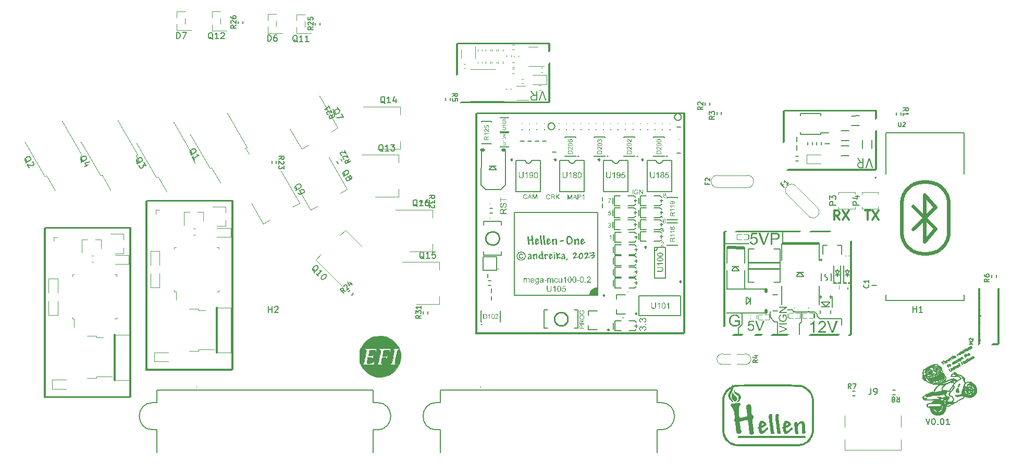
<source format=gto>
G75*
G70*
%OFA0B0*%
%FSLAX25Y25*%
%IPPOS*%
%LPD*%
%AMOC8*
5,1,8,0,0,1.08239X$1,22.5*
%
%ADD121C,0.00984*%
%ADD214C,0.00300*%
%ADD63C,0.00787*%
%ADD65C,0.00472*%
%ADD67C,0.01181*%
%ADD68C,0.00500*%
%ADD69C,0.00669*%
%ADD70C,0.00591*%
%ADD71C,0.01000*%
%ADD72C,0.00390*%
%ADD73C,0.00800*%
%ADD74C,0.00394*%
%ADD75C,0.00010*%
%ADD76C,0.00197*%
%ADD77C,0.00052*%
%ADD78C,0.02484*%
%ADD81C,0.01968*%
%ADD82C,0.01575*%
X0000000Y0000000D02*
%LPD*%
G01*
D67*
X0524357Y0148816D02*
X0522388Y0151628D01*
X0520982Y0148816D02*
X0520982Y0154721D01*
X0520982Y0154721D02*
X0523232Y0154721D01*
X0523232Y0154721D02*
X0523794Y0154440D01*
X0523794Y0154440D02*
X0524076Y0154159D01*
X0524076Y0154159D02*
X0524357Y0153596D01*
X0524357Y0153596D02*
X0524357Y0152753D01*
X0524357Y0152753D02*
X0524076Y0152190D01*
X0524076Y0152190D02*
X0523794Y0151909D01*
X0523794Y0151909D02*
X0523232Y0151628D01*
X0523232Y0151628D02*
X0520982Y0151628D01*
X0526325Y0154721D02*
X0530262Y0148816D01*
X0530262Y0154721D02*
X0526325Y0148816D01*
X0540667Y0154721D02*
X0544042Y0154721D01*
X0542355Y0148816D02*
X0542355Y0154721D01*
X0545448Y0154721D02*
X0549385Y0148816D01*
X0549385Y0154721D02*
X0545448Y0148816D01*
D63*
X0579535Y0021684D02*
X0580847Y0017747D01*
X0580847Y0017747D02*
X0582159Y0021684D01*
X0584222Y0021684D02*
X0584597Y0021684D01*
X0584597Y0021684D02*
X0584972Y0021497D01*
X0584972Y0021497D02*
X0585159Y0021309D01*
X0585159Y0021309D02*
X0585346Y0020934D01*
X0585346Y0020934D02*
X0585534Y0020184D01*
X0585534Y0020184D02*
X0585534Y0019247D01*
X0585534Y0019247D02*
X0585346Y0018497D01*
X0585346Y0018497D02*
X0585159Y0018122D01*
X0585159Y0018122D02*
X0584972Y0017935D01*
X0584972Y0017935D02*
X0584597Y0017747D01*
X0584597Y0017747D02*
X0584222Y0017747D01*
X0584222Y0017747D02*
X0583847Y0017935D01*
X0583847Y0017935D02*
X0583659Y0018122D01*
X0583659Y0018122D02*
X0583472Y0018497D01*
X0583472Y0018497D02*
X0583284Y0019247D01*
X0583284Y0019247D02*
X0583284Y0020184D01*
X0583284Y0020184D02*
X0583472Y0020934D01*
X0583472Y0020934D02*
X0583659Y0021309D01*
X0583659Y0021309D02*
X0583847Y0021497D01*
X0583847Y0021497D02*
X0584222Y0021684D01*
X0587221Y0018122D02*
X0587409Y0017935D01*
X0587409Y0017935D02*
X0587221Y0017747D01*
X0587221Y0017747D02*
X0587034Y0017935D01*
X0587034Y0017935D02*
X0587221Y0018122D01*
X0587221Y0018122D02*
X0587221Y0017747D01*
X0589846Y0021684D02*
X0590221Y0021684D01*
X0590221Y0021684D02*
X0590596Y0021497D01*
X0590596Y0021497D02*
X0590783Y0021309D01*
X0590783Y0021309D02*
X0590971Y0020934D01*
X0590971Y0020934D02*
X0591158Y0020184D01*
X0591158Y0020184D02*
X0591158Y0019247D01*
X0591158Y0019247D02*
X0590971Y0018497D01*
X0590971Y0018497D02*
X0590783Y0018122D01*
X0590783Y0018122D02*
X0590596Y0017935D01*
X0590596Y0017935D02*
X0590221Y0017747D01*
X0590221Y0017747D02*
X0589846Y0017747D01*
X0589846Y0017747D02*
X0589471Y0017935D01*
X0589471Y0017935D02*
X0589283Y0018122D01*
X0589283Y0018122D02*
X0589096Y0018497D01*
X0589096Y0018497D02*
X0588909Y0019247D01*
X0588909Y0019247D02*
X0588909Y0020184D01*
X0588909Y0020184D02*
X0589096Y0020934D01*
X0589096Y0020934D02*
X0589283Y0021309D01*
X0589283Y0021309D02*
X0589471Y0021497D01*
X0589471Y0021497D02*
X0589846Y0021684D01*
X0594908Y0017747D02*
X0592658Y0017747D01*
X0593783Y0017747D02*
X0593783Y0021684D01*
X0593783Y0021684D02*
X0593408Y0021122D01*
X0593408Y0021122D02*
X0593033Y0020747D01*
X0593033Y0020747D02*
X0592658Y0020559D01*
D68*
X0471933Y0059146D02*
X0470504Y0058146D01*
X0471933Y0057432D02*
X0468933Y0057432D01*
X0468933Y0057432D02*
X0468933Y0058574D01*
X0468933Y0058574D02*
X0469076Y0058860D01*
X0469076Y0058860D02*
X0469218Y0059003D01*
X0469218Y0059003D02*
X0469504Y0059146D01*
X0469504Y0059146D02*
X0469933Y0059146D01*
X0469933Y0059146D02*
X0470218Y0059003D01*
X0470218Y0059003D02*
X0470361Y0058860D01*
X0470361Y0058860D02*
X0470504Y0058574D01*
X0470504Y0058574D02*
X0470504Y0057432D01*
X0469933Y0061717D02*
X0471933Y0061717D01*
X0468790Y0061003D02*
X0470933Y0060289D01*
X0470933Y0060289D02*
X0470933Y0062146D01*
D69*
X0565110Y0218543D02*
X0566648Y0219619D01*
X0565110Y0220388D02*
X0568339Y0220388D01*
X0568339Y0220388D02*
X0568339Y0219158D01*
X0568339Y0219158D02*
X0568185Y0218851D01*
X0568185Y0218851D02*
X0568031Y0218697D01*
X0568031Y0218697D02*
X0567724Y0218543D01*
X0567724Y0218543D02*
X0567263Y0218543D01*
X0567263Y0218543D02*
X0566955Y0218697D01*
X0566955Y0218697D02*
X0566801Y0218851D01*
X0566801Y0218851D02*
X0566648Y0219158D01*
X0566648Y0219158D02*
X0566648Y0220388D01*
X0565110Y0215468D02*
X0565110Y0217313D01*
X0565110Y0216391D02*
X0568339Y0216391D01*
X0568339Y0216391D02*
X0567877Y0216698D01*
X0567877Y0216698D02*
X0567570Y0217006D01*
X0567570Y0217006D02*
X0567416Y0217313D01*
D70*
X0233675Y0223327D02*
X0233301Y0223514D01*
X0233301Y0223514D02*
X0232926Y0223889D01*
X0232926Y0223889D02*
X0232363Y0224452D01*
X0232363Y0224452D02*
X0231988Y0224639D01*
X0231988Y0224639D02*
X0231613Y0224639D01*
X0231801Y0223702D02*
X0231426Y0223889D01*
X0231426Y0223889D02*
X0231051Y0224264D01*
X0231051Y0224264D02*
X0230863Y0225014D01*
X0230863Y0225014D02*
X0230863Y0226326D01*
X0230863Y0226326D02*
X0231051Y0227076D01*
X0231051Y0227076D02*
X0231426Y0227451D01*
X0231426Y0227451D02*
X0231801Y0227639D01*
X0231801Y0227639D02*
X0232551Y0227639D01*
X0232551Y0227639D02*
X0232926Y0227451D01*
X0232926Y0227451D02*
X0233301Y0227076D01*
X0233301Y0227076D02*
X0233488Y0226326D01*
X0233488Y0226326D02*
X0233488Y0225014D01*
X0233488Y0225014D02*
X0233301Y0224264D01*
X0233301Y0224264D02*
X0232926Y0223889D01*
X0232926Y0223889D02*
X0232551Y0223702D01*
X0232551Y0223702D02*
X0231801Y0223702D01*
X0237238Y0223702D02*
X0234988Y0223702D01*
X0236113Y0223702D02*
X0236113Y0227639D01*
X0236113Y0227639D02*
X0235738Y0227076D01*
X0235738Y0227076D02*
X0235363Y0226701D01*
X0235363Y0226701D02*
X0234988Y0226514D01*
X0240612Y0226326D02*
X0240612Y0223702D01*
X0239675Y0227826D02*
X0238737Y0225014D01*
X0238737Y0225014D02*
X0241175Y0225014D01*
D71*
D70*
X0159107Y0089450D02*
X0159107Y0093387D01*
X0159107Y0091512D02*
X0161356Y0091512D01*
X0161356Y0089450D02*
X0161356Y0093387D01*
X0163044Y0093012D02*
X0163231Y0093199D01*
X0163231Y0093199D02*
X0163606Y0093387D01*
X0163606Y0093387D02*
X0164543Y0093387D01*
X0164543Y0093387D02*
X0164918Y0093199D01*
X0164918Y0093199D02*
X0165106Y0093012D01*
X0165106Y0093012D02*
X0165293Y0092637D01*
X0165293Y0092637D02*
X0165293Y0092262D01*
X0165293Y0092262D02*
X0165106Y0091699D01*
X0165106Y0091699D02*
X0162856Y0089450D01*
X0162856Y0089450D02*
X0165293Y0089450D01*
X0207276Y0176407D02*
X0207251Y0176826D01*
X0207251Y0176826D02*
X0207388Y0177338D01*
X0207388Y0177338D02*
X0207594Y0178106D01*
X0207594Y0178106D02*
X0207569Y0178525D01*
X0207569Y0178525D02*
X0207381Y0178850D01*
X0206663Y0178218D02*
X0206638Y0178637D01*
X0206638Y0178637D02*
X0206776Y0179149D01*
X0206776Y0179149D02*
X0207331Y0179686D01*
X0207331Y0179686D02*
X0208468Y0180343D01*
X0208468Y0180343D02*
X0209211Y0180555D01*
X0209211Y0180555D02*
X0209723Y0180418D01*
X0209723Y0180418D02*
X0210073Y0180187D01*
X0210073Y0180187D02*
X0210448Y0179538D01*
X0210448Y0179538D02*
X0210473Y0179119D01*
X0210473Y0179119D02*
X0210336Y0178607D01*
X0210336Y0178607D02*
X0209780Y0178070D01*
X0209780Y0178070D02*
X0208644Y0177413D01*
X0208644Y0177413D02*
X0207900Y0177201D01*
X0207900Y0177201D02*
X0207388Y0177338D01*
X0207388Y0177338D02*
X0207038Y0177569D01*
X0207038Y0177569D02*
X0206663Y0178218D01*
X0210580Y0175934D02*
X0210555Y0176352D01*
X0210555Y0176352D02*
X0210624Y0176608D01*
X0210624Y0176608D02*
X0210855Y0176958D01*
X0210855Y0176958D02*
X0211017Y0177052D01*
X0211017Y0177052D02*
X0211436Y0177077D01*
X0211436Y0177077D02*
X0211692Y0177008D01*
X0211692Y0177008D02*
X0212041Y0176777D01*
X0212041Y0176777D02*
X0212416Y0176128D01*
X0212416Y0176128D02*
X0212442Y0175710D01*
X0212442Y0175710D02*
X0212373Y0175453D01*
X0212373Y0175453D02*
X0212142Y0175104D01*
X0212142Y0175104D02*
X0211980Y0175010D01*
X0211980Y0175010D02*
X0211561Y0174985D01*
X0211561Y0174985D02*
X0211305Y0175053D01*
X0211305Y0175053D02*
X0210955Y0175284D01*
X0210955Y0175284D02*
X0210580Y0175934D01*
X0210580Y0175934D02*
X0210230Y0176165D01*
X0210230Y0176165D02*
X0209974Y0176233D01*
X0209974Y0176233D02*
X0209556Y0176208D01*
X0209556Y0176208D02*
X0208906Y0175833D01*
X0208906Y0175833D02*
X0208675Y0175483D01*
X0208675Y0175483D02*
X0208607Y0175227D01*
X0208607Y0175227D02*
X0208632Y0174809D01*
X0208632Y0174809D02*
X0209007Y0174159D01*
X0209007Y0174159D02*
X0209357Y0173929D01*
X0209357Y0173929D02*
X0209613Y0173860D01*
X0209613Y0173860D02*
X0210031Y0173885D01*
X0210031Y0173885D02*
X0210681Y0174260D01*
X0210681Y0174260D02*
X0210912Y0174610D01*
X0210912Y0174610D02*
X0210980Y0174866D01*
X0210980Y0174866D02*
X0210955Y0175284D01*
D69*
X0560964Y0035480D02*
X0562040Y0033943D01*
X0562809Y0035480D02*
X0562809Y0032252D01*
X0562809Y0032252D02*
X0561579Y0032252D01*
X0561579Y0032252D02*
X0561272Y0032406D01*
X0561272Y0032406D02*
X0561118Y0032560D01*
X0561118Y0032560D02*
X0560964Y0032867D01*
X0560964Y0032867D02*
X0560964Y0033328D01*
X0560964Y0033328D02*
X0561118Y0033636D01*
X0561118Y0033636D02*
X0561272Y0033789D01*
X0561272Y0033789D02*
X0561579Y0033943D01*
X0561579Y0033943D02*
X0562809Y0033943D01*
X0559119Y0033636D02*
X0559427Y0033482D01*
X0559427Y0033482D02*
X0559581Y0033328D01*
X0559581Y0033328D02*
X0559734Y0033021D01*
X0559734Y0033021D02*
X0559734Y0032867D01*
X0559734Y0032867D02*
X0559581Y0032560D01*
X0559581Y0032560D02*
X0559427Y0032406D01*
X0559427Y0032406D02*
X0559119Y0032252D01*
X0559119Y0032252D02*
X0558504Y0032252D01*
X0558504Y0032252D02*
X0558197Y0032406D01*
X0558197Y0032406D02*
X0558043Y0032560D01*
X0558043Y0032560D02*
X0557890Y0032867D01*
X0557890Y0032867D02*
X0557890Y0033021D01*
X0557890Y0033021D02*
X0558043Y0033328D01*
X0558043Y0033328D02*
X0558197Y0033482D01*
X0558197Y0033482D02*
X0558504Y0033636D01*
X0558504Y0033636D02*
X0559119Y0033636D01*
X0559119Y0033636D02*
X0559427Y0033789D01*
X0559427Y0033789D02*
X0559581Y0033943D01*
X0559581Y0033943D02*
X0559734Y0034251D01*
X0559734Y0034251D02*
X0559734Y0034865D01*
X0559734Y0034865D02*
X0559581Y0035173D01*
X0559581Y0035173D02*
X0559427Y0035327D01*
X0559427Y0035327D02*
X0559119Y0035480D01*
X0559119Y0035480D02*
X0558504Y0035480D01*
X0558504Y0035480D02*
X0558197Y0035327D01*
X0558197Y0035327D02*
X0558043Y0035173D01*
X0558043Y0035173D02*
X0557890Y0034865D01*
X0557890Y0034865D02*
X0557890Y0034251D01*
X0557890Y0034251D02*
X0558043Y0033943D01*
X0558043Y0033943D02*
X0558197Y0033789D01*
X0558197Y0033789D02*
X0558504Y0033636D01*
D70*
X0188386Y0114993D02*
X0188253Y0115390D01*
X0188253Y0115390D02*
X0188253Y0115921D01*
X0188253Y0115921D02*
X0188253Y0116716D01*
X0188253Y0116716D02*
X0188121Y0117114D01*
X0188121Y0117114D02*
X0187856Y0117379D01*
X0187325Y0116584D02*
X0187193Y0116981D01*
X0187193Y0116981D02*
X0187193Y0117512D01*
X0187193Y0117512D02*
X0187590Y0118174D01*
X0187590Y0118174D02*
X0188518Y0119102D01*
X0188518Y0119102D02*
X0189181Y0119500D01*
X0189181Y0119500D02*
X0189711Y0119500D01*
X0189711Y0119500D02*
X0190109Y0119367D01*
X0190109Y0119367D02*
X0190639Y0118837D01*
X0190639Y0118837D02*
X0190772Y0118439D01*
X0190772Y0118439D02*
X0190772Y0117909D01*
X0190772Y0117909D02*
X0190374Y0117246D01*
X0190374Y0117246D02*
X0189446Y0116318D01*
X0189446Y0116318D02*
X0188784Y0115921D01*
X0188784Y0115921D02*
X0188253Y0115921D01*
X0188253Y0115921D02*
X0187856Y0116053D01*
X0187856Y0116053D02*
X0187325Y0116584D01*
X0191170Y0112739D02*
X0189579Y0114330D01*
X0190374Y0113535D02*
X0193158Y0116318D01*
X0193158Y0116318D02*
X0192495Y0116186D01*
X0192495Y0116186D02*
X0191965Y0116186D01*
X0191965Y0116186D02*
X0191567Y0116318D01*
X0195677Y0113800D02*
X0195942Y0113535D01*
X0195942Y0113535D02*
X0196075Y0113137D01*
X0196075Y0113137D02*
X0196075Y0112872D01*
X0196075Y0112872D02*
X0195942Y0112474D01*
X0195942Y0112474D02*
X0195544Y0111811D01*
X0195544Y0111811D02*
X0194882Y0111148D01*
X0194882Y0111148D02*
X0194219Y0110751D01*
X0194219Y0110751D02*
X0193821Y0110618D01*
X0193821Y0110618D02*
X0193556Y0110618D01*
X0193556Y0110618D02*
X0193158Y0110751D01*
X0193158Y0110751D02*
X0192893Y0111016D01*
X0192893Y0111016D02*
X0192761Y0111413D01*
X0192761Y0111413D02*
X0192761Y0111679D01*
X0192761Y0111679D02*
X0192893Y0112076D01*
X0192893Y0112076D02*
X0193291Y0112739D01*
X0193291Y0112739D02*
X0193954Y0113402D01*
X0193954Y0113402D02*
X0194616Y0113800D01*
X0194616Y0113800D02*
X0195014Y0113932D01*
X0195014Y0113932D02*
X0195279Y0113932D01*
X0195279Y0113932D02*
X0195677Y0113800D01*
D69*
X0261961Y0162539D02*
X0263498Y0163615D01*
X0261961Y0164384D02*
X0265189Y0164384D01*
X0265189Y0164384D02*
X0265189Y0163154D01*
X0265189Y0163154D02*
X0265035Y0162847D01*
X0265035Y0162847D02*
X0264882Y0162693D01*
X0264882Y0162693D02*
X0264574Y0162539D01*
X0264574Y0162539D02*
X0264113Y0162539D01*
X0264113Y0162539D02*
X0263805Y0162693D01*
X0263805Y0162693D02*
X0263652Y0162847D01*
X0263652Y0162847D02*
X0263498Y0163154D01*
X0263498Y0163154D02*
X0263498Y0164384D01*
X0265189Y0161463D02*
X0265189Y0159465D01*
X0265189Y0159465D02*
X0263959Y0160541D01*
X0263959Y0160541D02*
X0263959Y0160079D01*
X0263959Y0160079D02*
X0263805Y0159772D01*
X0263805Y0159772D02*
X0263652Y0159618D01*
X0263652Y0159618D02*
X0263344Y0159465D01*
X0263344Y0159465D02*
X0262576Y0159465D01*
X0262576Y0159465D02*
X0262268Y0159618D01*
X0262268Y0159618D02*
X0262114Y0159772D01*
X0262114Y0159772D02*
X0261961Y0160079D01*
X0261961Y0160079D02*
X0261961Y0161002D01*
X0261961Y0161002D02*
X0262114Y0161309D01*
X0262114Y0161309D02*
X0262268Y0161463D01*
X0264882Y0158235D02*
X0265035Y0158081D01*
X0265035Y0158081D02*
X0265189Y0157773D01*
X0265189Y0157773D02*
X0265189Y0157005D01*
X0265189Y0157005D02*
X0265035Y0156697D01*
X0265035Y0156697D02*
X0264882Y0156544D01*
X0264882Y0156544D02*
X0264574Y0156390D01*
X0264574Y0156390D02*
X0264267Y0156390D01*
X0264267Y0156390D02*
X0263805Y0156544D01*
X0263805Y0156544D02*
X0261961Y0158388D01*
X0261961Y0158388D02*
X0261961Y0156390D01*
D70*
X0609766Y0069161D02*
X0607404Y0069161D01*
X0607404Y0069161D02*
X0609091Y0069948D01*
X0609091Y0069948D02*
X0607404Y0070735D01*
X0607404Y0070735D02*
X0609766Y0070735D01*
X0607629Y0071748D02*
X0607516Y0071860D01*
X0607516Y0071860D02*
X0607404Y0072085D01*
X0607404Y0072085D02*
X0607404Y0072648D01*
X0607404Y0072648D02*
X0607516Y0072873D01*
X0607516Y0072873D02*
X0607629Y0072985D01*
X0607629Y0072985D02*
X0607854Y0073098D01*
X0607854Y0073098D02*
X0608079Y0073098D01*
X0608079Y0073098D02*
X0608416Y0072985D01*
X0608416Y0072985D02*
X0609766Y0071635D01*
X0609766Y0071635D02*
X0609766Y0073098D01*
D69*
X0436858Y0221221D02*
X0435321Y0220145D01*
X0436858Y0219376D02*
X0433630Y0219376D01*
X0433630Y0219376D02*
X0433630Y0220606D01*
X0433630Y0220606D02*
X0433784Y0220914D01*
X0433784Y0220914D02*
X0433937Y0221067D01*
X0433937Y0221067D02*
X0434245Y0221221D01*
X0434245Y0221221D02*
X0434706Y0221221D01*
X0434706Y0221221D02*
X0435013Y0221067D01*
X0435013Y0221067D02*
X0435167Y0220914D01*
X0435167Y0220914D02*
X0435321Y0220606D01*
X0435321Y0220606D02*
X0435321Y0219376D01*
X0433937Y0222451D02*
X0433784Y0222605D01*
X0433784Y0222605D02*
X0433630Y0222912D01*
X0433630Y0222912D02*
X0433630Y0223681D01*
X0433630Y0223681D02*
X0433784Y0223988D01*
X0433784Y0223988D02*
X0433937Y0224142D01*
X0433937Y0224142D02*
X0434245Y0224296D01*
X0434245Y0224296D02*
X0434552Y0224296D01*
X0434552Y0224296D02*
X0435013Y0224142D01*
X0435013Y0224142D02*
X0436858Y0222297D01*
X0436858Y0222297D02*
X0436858Y0224296D01*
X0256543Y0087658D02*
X0255006Y0086582D01*
X0256543Y0085813D02*
X0253315Y0085813D01*
X0253315Y0085813D02*
X0253315Y0087043D01*
X0253315Y0087043D02*
X0253469Y0087351D01*
X0253469Y0087351D02*
X0253622Y0087504D01*
X0253622Y0087504D02*
X0253930Y0087658D01*
X0253930Y0087658D02*
X0254391Y0087658D01*
X0254391Y0087658D02*
X0254698Y0087504D01*
X0254698Y0087504D02*
X0254852Y0087351D01*
X0254852Y0087351D02*
X0255006Y0087043D01*
X0255006Y0087043D02*
X0255006Y0085813D01*
X0253315Y0088734D02*
X0253315Y0090733D01*
X0253315Y0090733D02*
X0254545Y0089656D01*
X0254545Y0089656D02*
X0254545Y0090118D01*
X0254545Y0090118D02*
X0254698Y0090425D01*
X0254698Y0090425D02*
X0254852Y0090579D01*
X0254852Y0090579D02*
X0255160Y0090733D01*
X0255160Y0090733D02*
X0255928Y0090733D01*
X0255928Y0090733D02*
X0256236Y0090579D01*
X0256236Y0090579D02*
X0256389Y0090425D01*
X0256389Y0090425D02*
X0256543Y0090118D01*
X0256543Y0090118D02*
X0256543Y0089195D01*
X0256543Y0089195D02*
X0256389Y0088888D01*
X0256389Y0088888D02*
X0256236Y0088734D01*
X0256543Y0093807D02*
X0256543Y0091962D01*
X0256543Y0092885D02*
X0253315Y0092885D01*
X0253315Y0092885D02*
X0253776Y0092577D01*
X0253776Y0092577D02*
X0254084Y0092270D01*
X0254084Y0092270D02*
X0254237Y0091962D01*
X0165701Y0187539D02*
X0167238Y0188615D01*
X0165701Y0189384D02*
X0168929Y0189384D01*
X0168929Y0189384D02*
X0168929Y0188154D01*
X0168929Y0188154D02*
X0168775Y0187847D01*
X0168775Y0187847D02*
X0168622Y0187693D01*
X0168622Y0187693D02*
X0168314Y0187539D01*
X0168314Y0187539D02*
X0167853Y0187539D01*
X0167853Y0187539D02*
X0167546Y0187693D01*
X0167546Y0187693D02*
X0167392Y0187847D01*
X0167392Y0187847D02*
X0167238Y0188154D01*
X0167238Y0188154D02*
X0167238Y0189384D01*
X0168622Y0186309D02*
X0168775Y0186156D01*
X0168775Y0186156D02*
X0168929Y0185848D01*
X0168929Y0185848D02*
X0168929Y0185079D01*
X0168929Y0185079D02*
X0168775Y0184772D01*
X0168775Y0184772D02*
X0168622Y0184618D01*
X0168622Y0184618D02*
X0168314Y0184465D01*
X0168314Y0184465D02*
X0168007Y0184465D01*
X0168007Y0184465D02*
X0167546Y0184618D01*
X0167546Y0184618D02*
X0165701Y0186463D01*
X0165701Y0186463D02*
X0165701Y0184465D01*
X0168929Y0183388D02*
X0168929Y0181390D01*
X0168929Y0181390D02*
X0167699Y0182466D01*
X0167699Y0182466D02*
X0167699Y0182005D01*
X0167699Y0182005D02*
X0167546Y0181697D01*
X0167546Y0181697D02*
X0167392Y0181544D01*
X0167392Y0181544D02*
X0167084Y0181390D01*
X0167084Y0181390D02*
X0166316Y0181390D01*
X0166316Y0181390D02*
X0166008Y0181544D01*
X0166008Y0181544D02*
X0165855Y0181697D01*
X0165855Y0181697D02*
X0165701Y0182005D01*
X0165701Y0182005D02*
X0165701Y0182927D01*
X0165701Y0182927D02*
X0165855Y0183235D01*
X0165855Y0183235D02*
X0166008Y0183388D01*
D70*
X0254345Y0157382D02*
X0253970Y0157569D01*
X0253970Y0157569D02*
X0253595Y0157944D01*
X0253595Y0157944D02*
X0253032Y0158507D01*
X0253032Y0158507D02*
X0252657Y0158694D01*
X0252657Y0158694D02*
X0252283Y0158694D01*
X0252470Y0157757D02*
X0252095Y0157944D01*
X0252095Y0157944D02*
X0251720Y0158319D01*
X0251720Y0158319D02*
X0251533Y0159069D01*
X0251533Y0159069D02*
X0251533Y0160381D01*
X0251533Y0160381D02*
X0251720Y0161131D01*
X0251720Y0161131D02*
X0252095Y0161506D01*
X0252095Y0161506D02*
X0252470Y0161694D01*
X0252470Y0161694D02*
X0253220Y0161694D01*
X0253220Y0161694D02*
X0253595Y0161506D01*
X0253595Y0161506D02*
X0253970Y0161131D01*
X0253970Y0161131D02*
X0254157Y0160381D01*
X0254157Y0160381D02*
X0254157Y0159069D01*
X0254157Y0159069D02*
X0253970Y0158319D01*
X0253970Y0158319D02*
X0253595Y0157944D01*
X0253595Y0157944D02*
X0253220Y0157757D01*
X0253220Y0157757D02*
X0252470Y0157757D01*
X0257907Y0157757D02*
X0255657Y0157757D01*
X0256782Y0157757D02*
X0256782Y0161694D01*
X0256782Y0161694D02*
X0256407Y0161131D01*
X0256407Y0161131D02*
X0256032Y0160756D01*
X0256032Y0160756D02*
X0255657Y0160569D01*
X0261281Y0161694D02*
X0260531Y0161694D01*
X0260531Y0161694D02*
X0260157Y0161506D01*
X0260157Y0161506D02*
X0259969Y0161319D01*
X0259969Y0161319D02*
X0259594Y0160756D01*
X0259594Y0160756D02*
X0259407Y0160006D01*
X0259407Y0160006D02*
X0259407Y0158507D01*
X0259407Y0158507D02*
X0259594Y0158132D01*
X0259594Y0158132D02*
X0259782Y0157944D01*
X0259782Y0157944D02*
X0260157Y0157757D01*
X0260157Y0157757D02*
X0260906Y0157757D01*
X0260906Y0157757D02*
X0261281Y0157944D01*
X0261281Y0157944D02*
X0261469Y0158132D01*
X0261469Y0158132D02*
X0261656Y0158507D01*
X0261656Y0158507D02*
X0261656Y0159444D01*
X0261656Y0159444D02*
X0261469Y0159819D01*
X0261469Y0159819D02*
X0261281Y0160006D01*
X0261281Y0160006D02*
X0260906Y0160194D01*
X0260906Y0160194D02*
X0260157Y0160194D01*
X0260157Y0160194D02*
X0259782Y0160006D01*
X0259782Y0160006D02*
X0259594Y0159819D01*
X0259594Y0159819D02*
X0259407Y0159444D01*
X0176764Y0167549D02*
X0176739Y0167968D01*
X0176739Y0167968D02*
X0176876Y0168480D01*
X0176876Y0168480D02*
X0177082Y0169248D01*
X0177082Y0169248D02*
X0177057Y0169667D01*
X0177057Y0169667D02*
X0176870Y0169991D01*
X0176152Y0169360D02*
X0176126Y0169779D01*
X0176126Y0169779D02*
X0176264Y0170291D01*
X0176264Y0170291D02*
X0176819Y0170828D01*
X0176819Y0170828D02*
X0177956Y0171484D01*
X0177956Y0171484D02*
X0178699Y0171697D01*
X0178699Y0171697D02*
X0179211Y0171560D01*
X0179211Y0171560D02*
X0179561Y0171329D01*
X0179561Y0171329D02*
X0179936Y0170679D01*
X0179936Y0170679D02*
X0179961Y0170261D01*
X0179961Y0170261D02*
X0179824Y0169749D01*
X0179824Y0169749D02*
X0179268Y0169211D01*
X0179268Y0169211D02*
X0178132Y0168555D01*
X0178132Y0168555D02*
X0177389Y0168343D01*
X0177389Y0168343D02*
X0176876Y0168480D01*
X0176876Y0168480D02*
X0176527Y0168711D01*
X0176527Y0168711D02*
X0176152Y0169360D01*
X0177933Y0166275D02*
X0178308Y0165626D01*
X0178308Y0165626D02*
X0178657Y0165395D01*
X0178657Y0165395D02*
X0178914Y0165326D01*
X0178914Y0165326D02*
X0179588Y0165283D01*
X0179588Y0165283D02*
X0180331Y0165495D01*
X0180331Y0165495D02*
X0181630Y0166245D01*
X0181630Y0166245D02*
X0181861Y0166595D01*
X0181861Y0166595D02*
X0181930Y0166851D01*
X0181930Y0166851D02*
X0181905Y0167270D01*
X0181905Y0167270D02*
X0181530Y0167919D01*
X0181530Y0167919D02*
X0181180Y0168150D01*
X0181180Y0168150D02*
X0180924Y0168219D01*
X0180924Y0168219D02*
X0180505Y0168194D01*
X0180505Y0168194D02*
X0179693Y0167725D01*
X0179693Y0167725D02*
X0179462Y0167375D01*
X0179462Y0167375D02*
X0179394Y0167119D01*
X0179394Y0167119D02*
X0179419Y0166701D01*
X0179419Y0166701D02*
X0179794Y0166051D01*
X0179794Y0166051D02*
X0180144Y0165820D01*
X0180144Y0165820D02*
X0180400Y0165752D01*
X0180400Y0165752D02*
X0180818Y0165777D01*
X0232494Y0192618D02*
X0232119Y0192805D01*
X0232119Y0192805D02*
X0231744Y0193180D01*
X0231744Y0193180D02*
X0231182Y0193743D01*
X0231182Y0193743D02*
X0230807Y0193930D01*
X0230807Y0193930D02*
X0230432Y0193930D01*
X0230620Y0192993D02*
X0230245Y0193180D01*
X0230245Y0193180D02*
X0229870Y0193555D01*
X0229870Y0193555D02*
X0229682Y0194305D01*
X0229682Y0194305D02*
X0229682Y0195618D01*
X0229682Y0195618D02*
X0229870Y0196368D01*
X0229870Y0196368D02*
X0230245Y0196742D01*
X0230245Y0196742D02*
X0230620Y0196930D01*
X0230620Y0196930D02*
X0231369Y0196930D01*
X0231369Y0196930D02*
X0231744Y0196742D01*
X0231744Y0196742D02*
X0232119Y0196368D01*
X0232119Y0196368D02*
X0232307Y0195618D01*
X0232307Y0195618D02*
X0232307Y0194305D01*
X0232307Y0194305D02*
X0232119Y0193555D01*
X0232119Y0193555D02*
X0231744Y0193180D01*
X0231744Y0193180D02*
X0231369Y0192993D01*
X0231369Y0192993D02*
X0230620Y0192993D01*
X0236056Y0192993D02*
X0233807Y0192993D01*
X0234932Y0192993D02*
X0234932Y0196930D01*
X0234932Y0196930D02*
X0234557Y0196368D01*
X0234557Y0196368D02*
X0234182Y0195993D01*
X0234182Y0195993D02*
X0233807Y0195805D01*
X0237369Y0196930D02*
X0239806Y0196930D01*
X0239806Y0196930D02*
X0238494Y0195430D01*
X0238494Y0195430D02*
X0239056Y0195430D01*
X0239056Y0195430D02*
X0239431Y0195243D01*
X0239431Y0195243D02*
X0239618Y0195055D01*
X0239618Y0195055D02*
X0239806Y0194680D01*
X0239806Y0194680D02*
X0239806Y0193743D01*
X0239806Y0193743D02*
X0239618Y0193368D01*
X0239618Y0193368D02*
X0239431Y0193180D01*
X0239431Y0193180D02*
X0239056Y0192993D01*
X0239056Y0192993D02*
X0237931Y0192993D01*
X0237931Y0192993D02*
X0237556Y0193180D01*
X0237556Y0193180D02*
X0237369Y0193368D01*
D69*
X0138236Y0273386D02*
X0136699Y0272310D01*
X0138236Y0271542D02*
X0135008Y0271542D01*
X0135008Y0271542D02*
X0135008Y0272771D01*
X0135008Y0272771D02*
X0135162Y0273079D01*
X0135162Y0273079D02*
X0135315Y0273233D01*
X0135315Y0273233D02*
X0135623Y0273386D01*
X0135623Y0273386D02*
X0136084Y0273386D01*
X0136084Y0273386D02*
X0136391Y0273233D01*
X0136391Y0273233D02*
X0136545Y0273079D01*
X0136545Y0273079D02*
X0136699Y0272771D01*
X0136699Y0272771D02*
X0136699Y0271542D01*
X0135315Y0274616D02*
X0135162Y0274770D01*
X0135162Y0274770D02*
X0135008Y0275077D01*
X0135008Y0275077D02*
X0135008Y0275846D01*
X0135008Y0275846D02*
X0135162Y0276153D01*
X0135162Y0276153D02*
X0135315Y0276307D01*
X0135315Y0276307D02*
X0135623Y0276461D01*
X0135623Y0276461D02*
X0135930Y0276461D01*
X0135930Y0276461D02*
X0136391Y0276307D01*
X0136391Y0276307D02*
X0138236Y0274462D01*
X0138236Y0274462D02*
X0138236Y0276461D01*
X0135008Y0279228D02*
X0135008Y0278613D01*
X0135008Y0278613D02*
X0135162Y0278306D01*
X0135162Y0278306D02*
X0135315Y0278152D01*
X0135315Y0278152D02*
X0135776Y0277845D01*
X0135776Y0277845D02*
X0136391Y0277691D01*
X0136391Y0277691D02*
X0137621Y0277691D01*
X0137621Y0277691D02*
X0137929Y0277845D01*
X0137929Y0277845D02*
X0138082Y0277998D01*
X0138082Y0277998D02*
X0138236Y0278306D01*
X0138236Y0278306D02*
X0138236Y0278921D01*
X0138236Y0278921D02*
X0138082Y0279228D01*
X0138082Y0279228D02*
X0137929Y0279382D01*
X0137929Y0279382D02*
X0137621Y0279536D01*
X0137621Y0279536D02*
X0136853Y0279536D01*
X0136853Y0279536D02*
X0136545Y0279382D01*
X0136545Y0279382D02*
X0136391Y0279228D01*
X0136391Y0279228D02*
X0136238Y0278921D01*
X0136238Y0278921D02*
X0136238Y0278306D01*
X0136238Y0278306D02*
X0136391Y0277998D01*
X0136391Y0277998D02*
X0136545Y0277845D01*
X0136545Y0277845D02*
X0136853Y0277691D01*
X0542707Y0107254D02*
X0542861Y0107100D01*
X0542861Y0107100D02*
X0543014Y0106639D01*
X0543014Y0106639D02*
X0543014Y0106332D01*
X0543014Y0106332D02*
X0542861Y0105871D01*
X0542861Y0105871D02*
X0542553Y0105563D01*
X0542553Y0105563D02*
X0542246Y0105409D01*
X0542246Y0105409D02*
X0541631Y0105256D01*
X0541631Y0105256D02*
X0541170Y0105256D01*
X0541170Y0105256D02*
X0540555Y0105409D01*
X0540555Y0105409D02*
X0540247Y0105563D01*
X0540247Y0105563D02*
X0539940Y0105871D01*
X0539940Y0105871D02*
X0539786Y0106332D01*
X0539786Y0106332D02*
X0539786Y0106639D01*
X0539786Y0106639D02*
X0539940Y0107100D01*
X0539940Y0107100D02*
X0540094Y0107254D01*
X0543014Y0110329D02*
X0543014Y0108484D01*
X0543014Y0109406D02*
X0539786Y0109406D01*
X0539786Y0109406D02*
X0540247Y0109099D01*
X0540247Y0109099D02*
X0540555Y0108792D01*
X0540555Y0108792D02*
X0540708Y0108484D01*
D70*
X0201371Y0215679D02*
X0201345Y0216098D01*
X0201345Y0216098D02*
X0201483Y0216610D01*
X0201483Y0216610D02*
X0201689Y0217378D01*
X0201689Y0217378D02*
X0201663Y0217796D01*
X0201663Y0217796D02*
X0201476Y0218121D01*
X0200758Y0217490D02*
X0200733Y0217909D01*
X0200733Y0217909D02*
X0200870Y0218421D01*
X0200870Y0218421D02*
X0201426Y0218958D01*
X0201426Y0218958D02*
X0202562Y0219614D01*
X0202562Y0219614D02*
X0203305Y0219827D01*
X0203305Y0219827D02*
X0203818Y0219690D01*
X0203818Y0219690D02*
X0204167Y0219459D01*
X0204167Y0219459D02*
X0204542Y0218809D01*
X0204542Y0218809D02*
X0204568Y0218391D01*
X0204568Y0218391D02*
X0204430Y0217879D01*
X0204430Y0217879D02*
X0203875Y0217341D01*
X0203875Y0217341D02*
X0202738Y0216685D01*
X0202738Y0216685D02*
X0201995Y0216472D01*
X0201995Y0216472D02*
X0201483Y0216610D01*
X0201483Y0216610D02*
X0201133Y0216841D01*
X0201133Y0216841D02*
X0200758Y0217490D01*
X0205667Y0216861D02*
X0206980Y0214588D01*
X0206980Y0214588D02*
X0202726Y0214081D01*
D69*
X0208505Y0103108D02*
X0206657Y0103434D01*
X0207201Y0101803D02*
X0204918Y0104086D01*
X0204918Y0104086D02*
X0205787Y0104956D01*
X0205787Y0104956D02*
X0206113Y0105064D01*
X0206113Y0105064D02*
X0206331Y0105064D01*
X0206331Y0105064D02*
X0206657Y0104956D01*
X0206657Y0104956D02*
X0206983Y0104630D01*
X0206983Y0104630D02*
X0207092Y0104303D01*
X0207092Y0104303D02*
X0207092Y0104086D01*
X0207092Y0104086D02*
X0206983Y0103760D01*
X0206983Y0103760D02*
X0206113Y0102890D01*
X0207309Y0106043D02*
X0207309Y0106260D01*
X0207309Y0106260D02*
X0207418Y0106586D01*
X0207418Y0106586D02*
X0207961Y0107130D01*
X0207961Y0107130D02*
X0208288Y0107238D01*
X0208288Y0107238D02*
X0208505Y0107238D01*
X0208505Y0107238D02*
X0208831Y0107130D01*
X0208831Y0107130D02*
X0209048Y0106912D01*
X0209048Y0106912D02*
X0209266Y0106478D01*
X0209266Y0106478D02*
X0209266Y0103869D01*
X0209266Y0103869D02*
X0210679Y0105282D01*
X0211114Y0108760D02*
X0212636Y0107238D01*
X0209701Y0109086D02*
X0210788Y0106912D01*
X0210788Y0106912D02*
X0212201Y0108326D01*
D70*
X0521968Y0158315D02*
X0518031Y0158315D01*
X0518031Y0158315D02*
X0518031Y0159815D01*
X0518031Y0159815D02*
X0518218Y0160189D01*
X0518218Y0160189D02*
X0518406Y0160377D01*
X0518406Y0160377D02*
X0518781Y0160564D01*
X0518781Y0160564D02*
X0519343Y0160564D01*
X0519343Y0160564D02*
X0519718Y0160377D01*
X0519718Y0160377D02*
X0519906Y0160189D01*
X0519906Y0160189D02*
X0520093Y0159815D01*
X0520093Y0159815D02*
X0520093Y0158315D01*
X0518031Y0161877D02*
X0518031Y0164314D01*
X0518031Y0164314D02*
X0519531Y0163002D01*
X0519531Y0163002D02*
X0519531Y0163564D01*
X0519531Y0163564D02*
X0519718Y0163939D01*
X0519718Y0163939D02*
X0519906Y0164126D01*
X0519906Y0164126D02*
X0520280Y0164314D01*
X0520280Y0164314D02*
X0521218Y0164314D01*
X0521218Y0164314D02*
X0521593Y0164126D01*
X0521593Y0164126D02*
X0521780Y0163939D01*
X0521780Y0163939D02*
X0521968Y0163564D01*
X0521968Y0163564D02*
X0521968Y0162439D01*
X0521968Y0162439D02*
X0521780Y0162064D01*
X0521780Y0162064D02*
X0521593Y0161877D01*
X0544455Y0040985D02*
X0544455Y0038173D01*
X0544455Y0038173D02*
X0544268Y0037611D01*
X0544268Y0037611D02*
X0543893Y0037236D01*
X0543893Y0037236D02*
X0543330Y0037048D01*
X0543330Y0037048D02*
X0542956Y0037048D01*
X0546518Y0037048D02*
X0547268Y0037048D01*
X0547268Y0037048D02*
X0547642Y0037236D01*
X0547642Y0037236D02*
X0547830Y0037423D01*
X0547830Y0037423D02*
X0548205Y0037985D01*
X0548205Y0037985D02*
X0548392Y0038735D01*
X0548392Y0038735D02*
X0548392Y0040235D01*
X0548392Y0040235D02*
X0548205Y0040610D01*
X0548205Y0040610D02*
X0548017Y0040798D01*
X0548017Y0040798D02*
X0547642Y0040985D01*
X0547642Y0040985D02*
X0546893Y0040985D01*
X0546893Y0040985D02*
X0546518Y0040798D01*
X0546518Y0040798D02*
X0546330Y0040610D01*
X0546330Y0040610D02*
X0546143Y0040235D01*
X0546143Y0040235D02*
X0546143Y0039298D01*
X0546143Y0039298D02*
X0546330Y0038923D01*
X0546330Y0038923D02*
X0546518Y0038735D01*
X0546518Y0038735D02*
X0546893Y0038548D01*
X0546893Y0038548D02*
X0547642Y0038548D01*
X0547642Y0038548D02*
X0548017Y0038735D01*
X0548017Y0038735D02*
X0548205Y0038923D01*
X0548205Y0038923D02*
X0548392Y0039298D01*
X0571311Y0089647D02*
X0571311Y0093584D01*
X0571311Y0091709D02*
X0573561Y0091709D01*
X0573561Y0089647D02*
X0573561Y0093584D01*
X0577498Y0089647D02*
X0575248Y0089647D01*
X0576373Y0089647D02*
X0576373Y0093584D01*
X0576373Y0093584D02*
X0575998Y0093021D01*
X0575998Y0093021D02*
X0575623Y0092646D01*
X0575623Y0092646D02*
X0575248Y0092459D01*
X0075200Y0184461D02*
X0075175Y0184880D01*
X0075175Y0184880D02*
X0075312Y0185392D01*
X0075312Y0185392D02*
X0075518Y0186160D01*
X0075518Y0186160D02*
X0075493Y0186579D01*
X0075493Y0186579D02*
X0075305Y0186904D01*
X0074587Y0186272D02*
X0074562Y0186691D01*
X0074562Y0186691D02*
X0074699Y0187203D01*
X0074699Y0187203D02*
X0075255Y0187740D01*
X0075255Y0187740D02*
X0076391Y0188397D01*
X0076391Y0188397D02*
X0077134Y0188609D01*
X0077134Y0188609D02*
X0077647Y0188472D01*
X0077647Y0188472D02*
X0077997Y0188241D01*
X0077997Y0188241D02*
X0078371Y0187592D01*
X0078371Y0187592D02*
X0078397Y0187173D01*
X0078397Y0187173D02*
X0078259Y0186661D01*
X0078259Y0186661D02*
X0077704Y0186124D01*
X0077704Y0186124D02*
X0076567Y0185467D01*
X0076567Y0185467D02*
X0075824Y0185255D01*
X0075824Y0185255D02*
X0075312Y0185392D01*
X0075312Y0185392D02*
X0074962Y0185623D01*
X0074962Y0185623D02*
X0074587Y0186272D01*
X0079496Y0185643D02*
X0080715Y0183533D01*
X0080715Y0183533D02*
X0078760Y0183919D01*
X0078760Y0183919D02*
X0079041Y0183432D01*
X0079041Y0183432D02*
X0079066Y0183014D01*
X0079066Y0183014D02*
X0078998Y0182758D01*
X0078998Y0182758D02*
X0078767Y0182408D01*
X0078767Y0182408D02*
X0077955Y0181939D01*
X0077955Y0181939D02*
X0077536Y0181914D01*
X0077536Y0181914D02*
X0077280Y0181983D01*
X0077280Y0181983D02*
X0076930Y0182213D01*
X0076930Y0182213D02*
X0076368Y0183188D01*
X0076368Y0183188D02*
X0076343Y0183606D01*
X0076343Y0183606D02*
X0076412Y0183862D01*
X0100342Y0264942D02*
X0100342Y0268879D01*
X0100342Y0268879D02*
X0101280Y0268879D01*
X0101280Y0268879D02*
X0101842Y0268691D01*
X0101842Y0268691D02*
X0102217Y0268316D01*
X0102217Y0268316D02*
X0102404Y0267941D01*
X0102404Y0267941D02*
X0102592Y0267192D01*
X0102592Y0267192D02*
X0102592Y0266629D01*
X0102592Y0266629D02*
X0102404Y0265879D01*
X0102404Y0265879D02*
X0102217Y0265504D01*
X0102217Y0265504D02*
X0101842Y0265129D01*
X0101842Y0265129D02*
X0101280Y0264942D01*
X0101280Y0264942D02*
X0100342Y0264942D01*
X0103904Y0268879D02*
X0106529Y0268879D01*
X0106529Y0268879D02*
X0104842Y0264942D01*
D69*
X0276724Y0227795D02*
X0278262Y0228871D01*
X0276724Y0229640D02*
X0279953Y0229640D01*
X0279953Y0229640D02*
X0279953Y0228410D01*
X0279953Y0228410D02*
X0279799Y0228103D01*
X0279799Y0228103D02*
X0279645Y0227949D01*
X0279645Y0227949D02*
X0279338Y0227795D01*
X0279338Y0227795D02*
X0278877Y0227795D01*
X0278877Y0227795D02*
X0278569Y0227949D01*
X0278569Y0227949D02*
X0278415Y0228103D01*
X0278415Y0228103D02*
X0278262Y0228410D01*
X0278262Y0228410D02*
X0278262Y0229640D01*
X0279953Y0224874D02*
X0279953Y0226411D01*
X0279953Y0226411D02*
X0278415Y0226565D01*
X0278415Y0226565D02*
X0278569Y0226411D01*
X0278569Y0226411D02*
X0278723Y0226104D01*
X0278723Y0226104D02*
X0278723Y0225335D01*
X0278723Y0225335D02*
X0278569Y0225028D01*
X0278569Y0225028D02*
X0278415Y0224874D01*
X0278415Y0224874D02*
X0278108Y0224720D01*
X0278108Y0224720D02*
X0277339Y0224720D01*
X0277339Y0224720D02*
X0277032Y0224874D01*
X0277032Y0224874D02*
X0276878Y0225028D01*
X0276878Y0225028D02*
X0276724Y0225335D01*
X0276724Y0225335D02*
X0276724Y0226104D01*
X0276724Y0226104D02*
X0276878Y0226411D01*
X0276878Y0226411D02*
X0277032Y0226565D01*
D70*
X0109648Y0190170D02*
X0109623Y0190589D01*
X0109623Y0190589D02*
X0109761Y0191101D01*
X0109761Y0191101D02*
X0109966Y0191869D01*
X0109966Y0191869D02*
X0109941Y0192287D01*
X0109941Y0192287D02*
X0109754Y0192612D01*
X0109036Y0191981D02*
X0109011Y0192400D01*
X0109011Y0192400D02*
X0109148Y0192912D01*
X0109148Y0192912D02*
X0109704Y0193449D01*
X0109704Y0193449D02*
X0110840Y0194105D01*
X0110840Y0194105D02*
X0111583Y0194318D01*
X0111583Y0194318D02*
X0112096Y0194181D01*
X0112096Y0194181D02*
X0112445Y0193950D01*
X0112445Y0193950D02*
X0112820Y0193300D01*
X0112820Y0193300D02*
X0112845Y0192882D01*
X0112845Y0192882D02*
X0112708Y0192370D01*
X0112708Y0192370D02*
X0112152Y0191832D01*
X0112152Y0191832D02*
X0111016Y0191176D01*
X0111016Y0191176D02*
X0110273Y0190963D01*
X0110273Y0190963D02*
X0109761Y0191101D01*
X0109761Y0191101D02*
X0109411Y0191332D01*
X0109411Y0191332D02*
X0109036Y0191981D01*
X0111754Y0187273D02*
X0110629Y0189221D01*
X0111192Y0188247D02*
X0114601Y0190215D01*
X0114601Y0190215D02*
X0113927Y0190259D01*
X0113927Y0190259D02*
X0113415Y0190396D01*
X0113415Y0190396D02*
X0113065Y0190627D01*
D69*
X0187646Y0272402D02*
X0186108Y0271326D01*
X0187646Y0270557D02*
X0184417Y0270557D01*
X0184417Y0270557D02*
X0184417Y0271787D01*
X0184417Y0271787D02*
X0184571Y0272095D01*
X0184571Y0272095D02*
X0184725Y0272248D01*
X0184725Y0272248D02*
X0185032Y0272402D01*
X0185032Y0272402D02*
X0185493Y0272402D01*
X0185493Y0272402D02*
X0185801Y0272248D01*
X0185801Y0272248D02*
X0185955Y0272095D01*
X0185955Y0272095D02*
X0186108Y0271787D01*
X0186108Y0271787D02*
X0186108Y0270557D01*
X0184725Y0273632D02*
X0184571Y0273786D01*
X0184571Y0273786D02*
X0184417Y0274093D01*
X0184417Y0274093D02*
X0184417Y0274862D01*
X0184417Y0274862D02*
X0184571Y0275169D01*
X0184571Y0275169D02*
X0184725Y0275323D01*
X0184725Y0275323D02*
X0185032Y0275477D01*
X0185032Y0275477D02*
X0185340Y0275477D01*
X0185340Y0275477D02*
X0185801Y0275323D01*
X0185801Y0275323D02*
X0187646Y0273478D01*
X0187646Y0273478D02*
X0187646Y0275477D01*
X0184417Y0278398D02*
X0184417Y0276860D01*
X0184417Y0276860D02*
X0185955Y0276707D01*
X0185955Y0276707D02*
X0185801Y0276860D01*
X0185801Y0276860D02*
X0185647Y0277168D01*
X0185647Y0277168D02*
X0185647Y0277936D01*
X0185647Y0277936D02*
X0185801Y0278244D01*
X0185801Y0278244D02*
X0185955Y0278398D01*
X0185955Y0278398D02*
X0186262Y0278551D01*
X0186262Y0278551D02*
X0187031Y0278551D01*
X0187031Y0278551D02*
X0187338Y0278398D01*
X0187338Y0278398D02*
X0187492Y0278244D01*
X0187492Y0278244D02*
X0187646Y0277936D01*
X0187646Y0277936D02*
X0187646Y0277168D01*
X0187646Y0277168D02*
X0187492Y0276860D01*
X0187492Y0276860D02*
X0187338Y0276707D01*
X0620126Y0110985D02*
X0618589Y0109909D01*
X0620126Y0109140D02*
X0616898Y0109140D01*
X0616898Y0109140D02*
X0616898Y0110370D01*
X0616898Y0110370D02*
X0617051Y0110677D01*
X0617051Y0110677D02*
X0617205Y0110831D01*
X0617205Y0110831D02*
X0617512Y0110985D01*
X0617512Y0110985D02*
X0617974Y0110985D01*
X0617974Y0110985D02*
X0618281Y0110831D01*
X0618281Y0110831D02*
X0618435Y0110677D01*
X0618435Y0110677D02*
X0618589Y0110370D01*
X0618589Y0110370D02*
X0618589Y0109140D01*
X0616898Y0113752D02*
X0616898Y0113137D01*
X0616898Y0113137D02*
X0617051Y0112830D01*
X0617051Y0112830D02*
X0617205Y0112676D01*
X0617205Y0112676D02*
X0617666Y0112368D01*
X0617666Y0112368D02*
X0618281Y0112215D01*
X0618281Y0112215D02*
X0619511Y0112215D01*
X0619511Y0112215D02*
X0619818Y0112368D01*
X0619818Y0112368D02*
X0619972Y0112522D01*
X0619972Y0112522D02*
X0620126Y0112830D01*
X0620126Y0112830D02*
X0620126Y0113444D01*
X0620126Y0113444D02*
X0619972Y0113752D01*
X0619972Y0113752D02*
X0619818Y0113906D01*
X0619818Y0113906D02*
X0619511Y0114059D01*
X0619511Y0114059D02*
X0618742Y0114059D01*
X0618742Y0114059D02*
X0618435Y0113906D01*
X0618435Y0113906D02*
X0618281Y0113752D01*
X0618281Y0113752D02*
X0618127Y0113444D01*
X0618127Y0113444D02*
X0618127Y0112830D01*
X0618127Y0112830D02*
X0618281Y0112522D01*
X0618281Y0112522D02*
X0618435Y0112368D01*
X0618435Y0112368D02*
X0618742Y0112215D01*
D70*
X0039504Y0185497D02*
X0039478Y0185916D01*
X0039478Y0185916D02*
X0039616Y0186428D01*
X0039616Y0186428D02*
X0039822Y0187196D01*
X0039822Y0187196D02*
X0039796Y0187615D01*
X0039796Y0187615D02*
X0039609Y0187939D01*
X0038891Y0187308D02*
X0038866Y0187727D01*
X0038866Y0187727D02*
X0039003Y0188239D01*
X0039003Y0188239D02*
X0039559Y0188776D01*
X0039559Y0188776D02*
X0040695Y0189432D01*
X0040695Y0189432D02*
X0041438Y0189645D01*
X0041438Y0189645D02*
X0041951Y0189508D01*
X0041951Y0189508D02*
X0042300Y0189277D01*
X0042300Y0189277D02*
X0042675Y0188627D01*
X0042675Y0188627D02*
X0042700Y0188209D01*
X0042700Y0188209D02*
X0042563Y0187697D01*
X0042563Y0187697D02*
X0042008Y0187159D01*
X0042008Y0187159D02*
X0040871Y0186503D01*
X0040871Y0186503D02*
X0040128Y0186291D01*
X0040128Y0186291D02*
X0039616Y0186428D01*
X0039616Y0186428D02*
X0039266Y0186659D01*
X0039266Y0186659D02*
X0038891Y0187308D01*
X0043695Y0184237D02*
X0041422Y0182925D01*
X0044525Y0185799D02*
X0041621Y0185204D01*
X0041621Y0185204D02*
X0042840Y0183094D01*
X0123587Y0264370D02*
X0123212Y0264557D01*
X0123212Y0264557D02*
X0122837Y0264932D01*
X0122837Y0264932D02*
X0122275Y0265495D01*
X0122275Y0265495D02*
X0121900Y0265682D01*
X0121900Y0265682D02*
X0121525Y0265682D01*
X0121712Y0264745D02*
X0121337Y0264932D01*
X0121337Y0264932D02*
X0120962Y0265307D01*
X0120962Y0265307D02*
X0120775Y0266057D01*
X0120775Y0266057D02*
X0120775Y0267370D01*
X0120775Y0267370D02*
X0120962Y0268120D01*
X0120962Y0268120D02*
X0121337Y0268494D01*
X0121337Y0268494D02*
X0121712Y0268682D01*
X0121712Y0268682D02*
X0122462Y0268682D01*
X0122462Y0268682D02*
X0122837Y0268494D01*
X0122837Y0268494D02*
X0123212Y0268120D01*
X0123212Y0268120D02*
X0123399Y0267370D01*
X0123399Y0267370D02*
X0123399Y0266057D01*
X0123399Y0266057D02*
X0123212Y0265307D01*
X0123212Y0265307D02*
X0122837Y0264932D01*
X0122837Y0264932D02*
X0122462Y0264745D01*
X0122462Y0264745D02*
X0121712Y0264745D01*
X0127149Y0264745D02*
X0124899Y0264745D01*
X0126024Y0264745D02*
X0126024Y0268682D01*
X0126024Y0268682D02*
X0125649Y0268120D01*
X0125649Y0268120D02*
X0125274Y0267745D01*
X0125274Y0267745D02*
X0124899Y0267557D01*
X0128649Y0268307D02*
X0128836Y0268494D01*
X0128836Y0268494D02*
X0129211Y0268682D01*
X0129211Y0268682D02*
X0130149Y0268682D01*
X0130149Y0268682D02*
X0130524Y0268494D01*
X0130524Y0268494D02*
X0130711Y0268307D01*
X0130711Y0268307D02*
X0130898Y0267932D01*
X0130898Y0267932D02*
X0130898Y0267557D01*
X0130898Y0267557D02*
X0130711Y0266995D01*
X0130711Y0266995D02*
X0128461Y0264745D01*
X0128461Y0264745D02*
X0130898Y0264745D01*
X0536850Y0158315D02*
X0532913Y0158315D01*
X0532913Y0158315D02*
X0532913Y0159815D01*
X0532913Y0159815D02*
X0533100Y0160189D01*
X0533100Y0160189D02*
X0533288Y0160377D01*
X0533288Y0160377D02*
X0533663Y0160564D01*
X0533663Y0160564D02*
X0534225Y0160564D01*
X0534225Y0160564D02*
X0534600Y0160377D01*
X0534600Y0160377D02*
X0534787Y0160189D01*
X0534787Y0160189D02*
X0534975Y0159815D01*
X0534975Y0159815D02*
X0534975Y0158315D01*
X0534225Y0163939D02*
X0536850Y0163939D01*
X0532725Y0163002D02*
X0535537Y0162064D01*
X0535537Y0162064D02*
X0535537Y0164501D01*
X0158610Y0263170D02*
X0158610Y0267107D01*
X0158610Y0267107D02*
X0159547Y0267107D01*
X0159547Y0267107D02*
X0160110Y0266920D01*
X0160110Y0266920D02*
X0160485Y0266545D01*
X0160485Y0266545D02*
X0160672Y0266170D01*
X0160672Y0266170D02*
X0160860Y0265420D01*
X0160860Y0265420D02*
X0160860Y0264857D01*
X0160860Y0264857D02*
X0160672Y0264108D01*
X0160672Y0264108D02*
X0160485Y0263733D01*
X0160485Y0263733D02*
X0160110Y0263358D01*
X0160110Y0263358D02*
X0159547Y0263170D01*
X0159547Y0263170D02*
X0158610Y0263170D01*
X0164234Y0267107D02*
X0163484Y0267107D01*
X0163484Y0267107D02*
X0163109Y0266920D01*
X0163109Y0266920D02*
X0162922Y0266732D01*
X0162922Y0266732D02*
X0162547Y0266170D01*
X0162547Y0266170D02*
X0162359Y0265420D01*
X0162359Y0265420D02*
X0162359Y0263920D01*
X0162359Y0263920D02*
X0162547Y0263545D01*
X0162547Y0263545D02*
X0162734Y0263358D01*
X0162734Y0263358D02*
X0163109Y0263170D01*
X0163109Y0263170D02*
X0163859Y0263170D01*
X0163859Y0263170D02*
X0164234Y0263358D01*
X0164234Y0263358D02*
X0164422Y0263545D01*
X0164422Y0263545D02*
X0164609Y0263920D01*
X0164609Y0263920D02*
X0164609Y0264857D01*
X0164609Y0264857D02*
X0164422Y0265232D01*
X0164422Y0265232D02*
X0164234Y0265420D01*
X0164234Y0265420D02*
X0163859Y0265607D01*
X0163859Y0265607D02*
X0163109Y0265607D01*
X0163109Y0265607D02*
X0162734Y0265420D01*
X0162734Y0265420D02*
X0162547Y0265232D01*
X0162547Y0265232D02*
X0162359Y0264857D01*
X0258675Y0123917D02*
X0258301Y0124105D01*
X0258301Y0124105D02*
X0257926Y0124480D01*
X0257926Y0124480D02*
X0257363Y0125042D01*
X0257363Y0125042D02*
X0256988Y0125230D01*
X0256988Y0125230D02*
X0256613Y0125230D01*
X0256801Y0124292D02*
X0256426Y0124480D01*
X0256426Y0124480D02*
X0256051Y0124855D01*
X0256051Y0124855D02*
X0255863Y0125605D01*
X0255863Y0125605D02*
X0255863Y0126917D01*
X0255863Y0126917D02*
X0256051Y0127667D01*
X0256051Y0127667D02*
X0256426Y0128042D01*
X0256426Y0128042D02*
X0256801Y0128229D01*
X0256801Y0128229D02*
X0257551Y0128229D01*
X0257551Y0128229D02*
X0257926Y0128042D01*
X0257926Y0128042D02*
X0258301Y0127667D01*
X0258301Y0127667D02*
X0258488Y0126917D01*
X0258488Y0126917D02*
X0258488Y0125605D01*
X0258488Y0125605D02*
X0258301Y0124855D01*
X0258301Y0124855D02*
X0257926Y0124480D01*
X0257926Y0124480D02*
X0257551Y0124292D01*
X0257551Y0124292D02*
X0256801Y0124292D01*
X0262238Y0124292D02*
X0259988Y0124292D01*
X0261113Y0124292D02*
X0261113Y0128229D01*
X0261113Y0128229D02*
X0260738Y0127667D01*
X0260738Y0127667D02*
X0260363Y0127292D01*
X0260363Y0127292D02*
X0259988Y0127104D01*
X0265800Y0128229D02*
X0263925Y0128229D01*
X0263925Y0128229D02*
X0263737Y0126354D01*
X0263737Y0126354D02*
X0263925Y0126542D01*
X0263925Y0126542D02*
X0264300Y0126729D01*
X0264300Y0126729D02*
X0265237Y0126729D01*
X0265237Y0126729D02*
X0265612Y0126542D01*
X0265612Y0126542D02*
X0265800Y0126354D01*
X0265800Y0126354D02*
X0265987Y0125979D01*
X0265987Y0125979D02*
X0265987Y0125042D01*
X0265987Y0125042D02*
X0265800Y0124667D01*
X0265800Y0124667D02*
X0265612Y0124480D01*
X0265612Y0124480D02*
X0265237Y0124292D01*
X0265237Y0124292D02*
X0264300Y0124292D01*
X0264300Y0124292D02*
X0263925Y0124480D01*
X0263925Y0124480D02*
X0263737Y0124667D01*
D69*
X0200371Y0216615D02*
X0199577Y0214914D01*
X0201293Y0215017D02*
X0198497Y0213403D01*
X0198497Y0213403D02*
X0197882Y0214468D01*
X0197882Y0214468D02*
X0197862Y0214812D01*
X0197862Y0214812D02*
X0197918Y0215022D01*
X0197918Y0215022D02*
X0198107Y0215308D01*
X0198107Y0215308D02*
X0198507Y0215539D01*
X0198507Y0215539D02*
X0198850Y0215560D01*
X0198850Y0215560D02*
X0199060Y0215503D01*
X0199060Y0215503D02*
X0199347Y0215314D01*
X0199347Y0215314D02*
X0199962Y0214249D01*
X0197226Y0216220D02*
X0197016Y0216276D01*
X0197016Y0216276D02*
X0196729Y0216465D01*
X0196729Y0216465D02*
X0196345Y0217131D01*
X0196345Y0217131D02*
X0196324Y0217474D01*
X0196324Y0217474D02*
X0196381Y0217684D01*
X0196381Y0217684D02*
X0196570Y0217971D01*
X0196570Y0217971D02*
X0196836Y0218125D01*
X0196836Y0218125D02*
X0197313Y0218222D01*
X0197313Y0218222D02*
X0199833Y0217547D01*
X0199833Y0217547D02*
X0198833Y0219278D01*
X0197296Y0221940D02*
X0198218Y0220343D01*
X0197757Y0221142D02*
X0194961Y0219528D01*
X0194961Y0219528D02*
X0195515Y0219492D01*
X0195515Y0219492D02*
X0195935Y0219379D01*
X0195935Y0219379D02*
X0196221Y0219190D01*
D70*
X0177573Y0262598D02*
X0177198Y0262786D01*
X0177198Y0262786D02*
X0176823Y0263161D01*
X0176823Y0263161D02*
X0176261Y0263723D01*
X0176261Y0263723D02*
X0175886Y0263911D01*
X0175886Y0263911D02*
X0175511Y0263911D01*
X0175698Y0262973D02*
X0175323Y0263161D01*
X0175323Y0263161D02*
X0174948Y0263536D01*
X0174948Y0263536D02*
X0174761Y0264286D01*
X0174761Y0264286D02*
X0174761Y0265598D01*
X0174761Y0265598D02*
X0174948Y0266348D01*
X0174948Y0266348D02*
X0175323Y0266723D01*
X0175323Y0266723D02*
X0175698Y0266910D01*
X0175698Y0266910D02*
X0176448Y0266910D01*
X0176448Y0266910D02*
X0176823Y0266723D01*
X0176823Y0266723D02*
X0177198Y0266348D01*
X0177198Y0266348D02*
X0177386Y0265598D01*
X0177386Y0265598D02*
X0177386Y0264286D01*
X0177386Y0264286D02*
X0177198Y0263536D01*
X0177198Y0263536D02*
X0176823Y0263161D01*
X0176823Y0263161D02*
X0176448Y0262973D01*
X0176448Y0262973D02*
X0175698Y0262973D01*
X0181135Y0262973D02*
X0178885Y0262973D01*
X0180010Y0262973D02*
X0180010Y0266910D01*
X0180010Y0266910D02*
X0179635Y0266348D01*
X0179635Y0266348D02*
X0179260Y0265973D01*
X0179260Y0265973D02*
X0178885Y0265785D01*
X0184885Y0262973D02*
X0182635Y0262973D01*
X0183760Y0262973D02*
X0183760Y0266910D01*
X0183760Y0266910D02*
X0183385Y0266348D01*
X0183385Y0266348D02*
X0183010Y0265973D01*
X0183010Y0265973D02*
X0182635Y0265785D01*
D68*
X0439849Y0172425D02*
X0439849Y0171425D01*
X0441421Y0171425D02*
X0438421Y0171425D01*
X0438421Y0171425D02*
X0438421Y0172854D01*
X0438707Y0173854D02*
X0438564Y0173997D01*
X0438564Y0173997D02*
X0438421Y0174282D01*
X0438421Y0174282D02*
X0438421Y0174997D01*
X0438421Y0174997D02*
X0438564Y0175282D01*
X0438564Y0175282D02*
X0438707Y0175425D01*
X0438707Y0175425D02*
X0438992Y0175568D01*
X0438992Y0175568D02*
X0439278Y0175568D01*
X0439278Y0175568D02*
X0439707Y0175425D01*
X0439707Y0175425D02*
X0441421Y0173711D01*
X0441421Y0173711D02*
X0441421Y0175568D01*
D70*
X0562092Y0211316D02*
X0562092Y0209083D01*
X0562092Y0209083D02*
X0562224Y0208820D01*
X0562224Y0208820D02*
X0562355Y0208689D01*
X0562355Y0208689D02*
X0562618Y0208558D01*
X0562618Y0208558D02*
X0563143Y0208558D01*
X0563143Y0208558D02*
X0563406Y0208689D01*
X0563406Y0208689D02*
X0563537Y0208820D01*
X0563537Y0208820D02*
X0563669Y0209083D01*
X0563669Y0209083D02*
X0563669Y0211316D01*
X0564851Y0211053D02*
X0564982Y0211185D01*
X0564982Y0211185D02*
X0565245Y0211316D01*
X0565245Y0211316D02*
X0565902Y0211316D01*
X0565902Y0211316D02*
X0566164Y0211185D01*
X0566164Y0211185D02*
X0566296Y0211053D01*
X0566296Y0211053D02*
X0566427Y0210791D01*
X0566427Y0210791D02*
X0566427Y0210528D01*
X0566427Y0210528D02*
X0566296Y0210134D01*
X0566296Y0210134D02*
X0564719Y0208558D01*
X0564719Y0208558D02*
X0566427Y0208558D01*
D71*
D70*
X0003874Y0185104D02*
X0003848Y0185522D01*
X0003848Y0185522D02*
X0003986Y0186034D01*
X0003986Y0186034D02*
X0004192Y0186802D01*
X0004192Y0186802D02*
X0004166Y0187221D01*
X0004166Y0187221D02*
X0003979Y0187546D01*
X0003261Y0186915D02*
X0003236Y0187333D01*
X0003236Y0187333D02*
X0003373Y0187845D01*
X0003373Y0187845D02*
X0003929Y0188383D01*
X0003929Y0188383D02*
X0005065Y0189039D01*
X0005065Y0189039D02*
X0005808Y0189251D01*
X0005808Y0189251D02*
X0006321Y0189114D01*
X0006321Y0189114D02*
X0006670Y0188883D01*
X0006670Y0188883D02*
X0007045Y0188234D01*
X0007045Y0188234D02*
X0007071Y0187815D01*
X0007071Y0187815D02*
X0006933Y0187303D01*
X0006933Y0187303D02*
X0006378Y0186766D01*
X0006378Y0186766D02*
X0005241Y0186110D01*
X0005241Y0186110D02*
X0004498Y0185897D01*
X0004498Y0185897D02*
X0003986Y0186034D01*
X0003986Y0186034D02*
X0003636Y0186265D01*
X0003636Y0186265D02*
X0003261Y0186915D01*
X0007939Y0185935D02*
X0008195Y0185867D01*
X0008195Y0185867D02*
X0008545Y0185636D01*
X0008545Y0185636D02*
X0009014Y0184824D01*
X0009014Y0184824D02*
X0009039Y0184406D01*
X0009039Y0184406D02*
X0008970Y0184150D01*
X0008970Y0184150D02*
X0008739Y0183800D01*
X0008739Y0183800D02*
X0008415Y0183612D01*
X0008415Y0183612D02*
X0007834Y0183493D01*
X0007834Y0183493D02*
X0004761Y0184317D01*
X0004761Y0184317D02*
X0005979Y0182206D01*
D68*
X0488501Y0171404D02*
X0487794Y0170696D01*
X0488905Y0169585D02*
X0486784Y0171707D01*
X0486784Y0171707D02*
X0487794Y0172717D01*
X0491835Y0172515D02*
X0490623Y0171303D01*
X0491229Y0171909D02*
X0489107Y0174030D01*
X0489107Y0174030D02*
X0489208Y0173525D01*
X0489208Y0173525D02*
X0489208Y0173121D01*
X0489208Y0173121D02*
X0489107Y0172818D01*
D69*
X0444339Y0215119D02*
X0442801Y0214042D01*
X0444339Y0213274D02*
X0441110Y0213274D01*
X0441110Y0213274D02*
X0441110Y0214504D01*
X0441110Y0214504D02*
X0441264Y0214811D01*
X0441264Y0214811D02*
X0441418Y0214965D01*
X0441418Y0214965D02*
X0441725Y0215119D01*
X0441725Y0215119D02*
X0442186Y0215119D01*
X0442186Y0215119D02*
X0442494Y0214965D01*
X0442494Y0214965D02*
X0442647Y0214811D01*
X0442647Y0214811D02*
X0442801Y0214504D01*
X0442801Y0214504D02*
X0442801Y0213274D01*
X0441110Y0216195D02*
X0441110Y0218193D01*
X0441110Y0218193D02*
X0442340Y0217117D01*
X0442340Y0217117D02*
X0442340Y0217578D01*
X0442340Y0217578D02*
X0442494Y0217886D01*
X0442494Y0217886D02*
X0442647Y0218039D01*
X0442647Y0218039D02*
X0442955Y0218193D01*
X0442955Y0218193D02*
X0443724Y0218193D01*
X0443724Y0218193D02*
X0444031Y0218039D01*
X0444031Y0218039D02*
X0444185Y0217886D01*
X0444185Y0217886D02*
X0444339Y0217578D01*
X0444339Y0217578D02*
X0444339Y0216656D01*
X0444339Y0216656D02*
X0444185Y0216348D01*
X0444185Y0216348D02*
X0444031Y0216195D01*
X0210601Y0187961D02*
X0209808Y0186261D01*
X0211523Y0186364D02*
X0208727Y0184750D01*
X0208727Y0184750D02*
X0208112Y0185815D01*
X0208112Y0185815D02*
X0208092Y0186158D01*
X0208092Y0186158D02*
X0208148Y0186368D01*
X0208148Y0186368D02*
X0208338Y0186655D01*
X0208338Y0186655D02*
X0208737Y0186885D01*
X0208737Y0186885D02*
X0209080Y0186906D01*
X0209080Y0186906D02*
X0209290Y0186850D01*
X0209290Y0186850D02*
X0209577Y0186660D01*
X0209577Y0186660D02*
X0210192Y0185595D01*
X0207456Y0187566D02*
X0207246Y0187622D01*
X0207246Y0187622D02*
X0206959Y0187812D01*
X0206959Y0187812D02*
X0206575Y0188477D01*
X0206575Y0188477D02*
X0206555Y0188820D01*
X0206555Y0188820D02*
X0206611Y0189030D01*
X0206611Y0189030D02*
X0206800Y0189317D01*
X0206800Y0189317D02*
X0207066Y0189471D01*
X0207066Y0189471D02*
X0207543Y0189568D01*
X0207543Y0189568D02*
X0210063Y0188893D01*
X0210063Y0188893D02*
X0209063Y0190624D01*
X0205919Y0190229D02*
X0205709Y0190285D01*
X0205709Y0190285D02*
X0205422Y0190474D01*
X0205422Y0190474D02*
X0205038Y0191140D01*
X0205038Y0191140D02*
X0205017Y0191483D01*
X0205017Y0191483D02*
X0205073Y0191693D01*
X0205073Y0191693D02*
X0205263Y0191980D01*
X0205263Y0191980D02*
X0205529Y0192134D01*
X0205529Y0192134D02*
X0206005Y0192231D01*
X0206005Y0192231D02*
X0208525Y0191556D01*
X0208525Y0191556D02*
X0207526Y0193287D01*
X0531752Y0040701D02*
X0530676Y0042238D01*
X0529908Y0040701D02*
X0529908Y0043929D01*
X0529908Y0043929D02*
X0531137Y0043929D01*
X0531137Y0043929D02*
X0531445Y0043776D01*
X0531445Y0043776D02*
X0531599Y0043622D01*
X0531599Y0043622D02*
X0531752Y0043314D01*
X0531752Y0043314D02*
X0531752Y0042853D01*
X0531752Y0042853D02*
X0531599Y0042546D01*
X0531599Y0042546D02*
X0531445Y0042392D01*
X0531445Y0042392D02*
X0531137Y0042238D01*
X0531137Y0042238D02*
X0529908Y0042238D01*
X0532828Y0043929D02*
X0534981Y0043929D01*
X0534981Y0043929D02*
X0533597Y0040701D01*
D72*
X0462791Y0056496D02*
X0458791Y0056496D01*
X0458791Y0062795D02*
X0462791Y0062795D01*
X0454791Y0056496D02*
X0450791Y0056496D01*
X0450791Y0062795D02*
X0454791Y0062795D01*
D65*
X0462992Y0056496D02*
G75*
G03*
X0463026Y0062809I0001299J0003150D01*
G01*
X0450575Y0062802D02*
G75*
G03*
X0450591Y0056496I-001283J-003156D01*
G01*
D73*
X0560646Y0217524D02*
X0560646Y0215949D01*
X0563583Y0217520D02*
X0563583Y0215945D01*
D65*
X0219783Y0221201D02*
X0243445Y0221201D01*
X0228642Y0194351D02*
X0243445Y0194351D01*
X0243445Y0221201D02*
X0243445Y0216240D01*
X0243445Y0194351D02*
X0243445Y0199311D01*
D63*
X0407618Y0000000D02*
X0407618Y0014370D01*
X0266713Y0014370D02*
X0269114Y0014370D01*
X0269114Y0014370D02*
X0269114Y0000000D01*
X0269114Y-027736D02*
X0407618Y0014370D02*
X0410020Y0014370D01*
X0410020Y0014370D02*
X0410020Y0014370D01*
X0266713Y0031890D02*
X0266713Y0031890D01*
X0269114Y0031890D02*
X0266713Y0031890D01*
X0407618Y0031890D02*
X0407618Y0039764D01*
X0410020Y0031890D02*
X0407618Y0031890D01*
X0269114Y0039764D02*
X0269114Y0031890D01*
X0338366Y0039764D02*
X0269114Y0039764D01*
X0407618Y0039764D02*
X0338366Y0039764D01*
D74*
X0294626Y0041732D02*
X0294626Y0041732D01*
X0294626Y0042126D02*
X0294626Y0042126D01*
D63*
X0266713Y0031890D02*
G75*
G03*
X0266713Y0014370I0000000J-008760D01*
G01*
X0410020Y0014370D02*
G75*
G03*
X0410020Y0031890I0000000J0008760D01*
G01*
D74*
X0294626Y0042126D02*
G75*
G03*
X0294626Y0041732I0000000J-000197D01*
G01*
X0294626Y0041732D02*
G75*
G03*
X0294626Y0042126I0000000J0000197D01*
G01*
D65*
X0197552Y0188999D02*
X0209382Y0168508D01*
X0178728Y0167902D02*
X0186129Y0155082D01*
X0209382Y0168508D02*
X0205086Y0166027D01*
X0186129Y0155082D02*
X0190425Y0157563D01*
D75*
X0231903Y0074371D02*
X0233093Y0074311D01*
X0233993Y0074171D01*
X0234813Y0073911D01*
X0235743Y0073491D01*
X0236083Y0073321D01*
X0238193Y0071991D01*
X0240173Y0070231D01*
X0241783Y0068241D01*
X0242053Y0067801D01*
X0242803Y0066551D01*
X0240803Y0066551D01*
X0239573Y0066501D01*
X0238873Y0066321D01*
X0238623Y0066061D01*
X0238683Y0065631D01*
X0238963Y0065561D01*
X0239323Y0065391D01*
X0239333Y0064791D01*
X0239303Y0064641D01*
X0239163Y0063921D01*
X0238953Y0062741D01*
X0238683Y0061291D01*
X0238533Y0060421D01*
X0238223Y0058841D01*
X0237953Y0057811D01*
X0237683Y0057221D01*
X0237383Y0056981D01*
X0237343Y0056971D01*
X0237293Y0056951D01*
X0236773Y0056731D01*
X0236803Y0056501D01*
X0237353Y0056321D01*
X0238363Y0056231D01*
X0238743Y0056221D01*
X0239813Y0056271D01*
X0240533Y0056401D01*
X0240743Y0056551D01*
X0240473Y0056851D01*
X0240243Y0056891D01*
X0240003Y0056911D01*
X0239853Y0057031D01*
X0239813Y0057351D01*
X0239873Y0057981D01*
X0240043Y0059011D01*
X0240343Y0060541D01*
X0240543Y0061541D01*
X0240953Y0063441D01*
X0241333Y0064741D01*
X0241653Y0065411D01*
X0241773Y0065501D01*
X0242353Y0065871D01*
X0242473Y0066011D01*
X0242723Y0066041D01*
X0243013Y0065521D01*
X0243303Y0064571D01*
X0243543Y0063321D01*
X0243613Y0062781D01*
X0243603Y0060041D01*
X0242993Y0057321D01*
X0241813Y0054751D01*
X0240123Y0052481D01*
X0239523Y0051861D01*
X0237503Y0050221D01*
X0235433Y0049131D01*
X0233123Y0048521D01*
X0230913Y0048331D01*
X0228573Y0048351D01*
X0226763Y0048621D01*
X0226253Y0048761D01*
X0223583Y0049951D01*
X0221273Y0051701D01*
X0219313Y0054011D01*
X0218173Y0055921D01*
X0217866Y0056551D01*
X0218913Y0056551D01*
X0219133Y0056401D01*
X0219983Y0056291D01*
X0221443Y0056231D01*
X0222723Y0056221D01*
X0226743Y0056221D01*
X0226743Y0056551D01*
X0228083Y0056551D01*
X0228383Y0056381D01*
X0229173Y0056261D01*
X0230083Y0056221D01*
X0231143Y0056271D01*
X0231863Y0056401D01*
X0232083Y0056551D01*
X0231803Y0056841D01*
X0231543Y0056891D01*
X0231223Y0056991D01*
X0231123Y0057411D01*
X0231213Y0058301D01*
X0231233Y0058431D01*
X0231413Y0059461D01*
X0231583Y0060241D01*
X0231643Y0060431D01*
X0232023Y0060711D01*
X0232713Y0060871D01*
X0233463Y0060871D01*
X0233983Y0060721D01*
X0234083Y0060551D01*
X0234243Y0060201D01*
X0234613Y0060271D01*
X0235003Y0060681D01*
X0235173Y0061141D01*
X0235253Y0061981D01*
X0235053Y0062221D01*
X0234673Y0061951D01*
X0234083Y0061681D01*
X0233203Y0061561D01*
X0233133Y0061551D01*
X0231993Y0061551D01*
X0232223Y0063291D01*
X0232383Y0064321D01*
X0232543Y0065071D01*
X0232613Y0065291D01*
X0233013Y0065431D01*
X0233873Y0065531D01*
X0234633Y0065551D01*
X0235693Y0065521D01*
X0236213Y0065401D01*
X0236323Y0065161D01*
X0236293Y0065061D01*
X0236333Y0064621D01*
X0236553Y0064551D01*
X0236913Y0064851D01*
X0237143Y0065541D01*
X0237153Y0065551D01*
X0237293Y0066551D01*
X0233523Y0066551D01*
X0231853Y0066541D01*
X0230743Y0066491D01*
X0230093Y0066391D01*
X0229803Y0066231D01*
X0229743Y0066051D01*
X0230013Y0065611D01*
X0230243Y0065551D01*
X0230473Y0065571D01*
X0230623Y0065541D01*
X0230683Y0065371D01*
X0230653Y0064961D01*
X0230513Y0064191D01*
X0230273Y0062981D01*
X0229913Y0061221D01*
X0229593Y0059661D01*
X0229333Y0058351D01*
X0229153Y0057431D01*
X0229083Y0057021D01*
X0229083Y0057011D01*
X0228803Y0056901D01*
X0228583Y0056891D01*
X0228293Y0056781D01*
X0228133Y0056711D01*
X0228083Y0056551D01*
X0226743Y0056551D01*
X0226743Y0057221D01*
X0226593Y0058021D01*
X0226243Y0058221D01*
X0225803Y0057971D01*
X0225743Y0057751D01*
X0225453Y0057481D01*
X0224723Y0057211D01*
X0223803Y0057001D01*
X0222913Y0056891D01*
X0222293Y0056941D01*
X0222183Y0057011D01*
X0222123Y0057411D01*
X0222153Y0058271D01*
X0222233Y0059041D01*
X0222463Y0060891D01*
X0223773Y0060891D01*
X0224593Y0060811D01*
X0225053Y0060601D01*
X0225083Y0060531D01*
X0225213Y0060201D01*
X0225513Y0060341D01*
X0225863Y0060811D01*
X0226113Y0061491D01*
X0226113Y0061501D01*
X0226183Y0062261D01*
X0225963Y0062551D01*
X0225873Y0062551D01*
X0225453Y0062361D01*
X0225413Y0062221D01*
X0225113Y0062011D01*
X0224383Y0061891D01*
X0224133Y0061891D01*
X0222863Y0061891D01*
X0223193Y0063721D01*
X0223523Y0065561D01*
X0225503Y0065551D01*
X0226613Y0065531D01*
X0227183Y0065421D01*
X0227323Y0065191D01*
X0227293Y0065051D01*
X0227333Y0064621D01*
X0227553Y0064551D01*
X0227913Y0064851D01*
X0228143Y0065541D01*
X0228153Y0065551D01*
X0228293Y0066551D01*
X0224523Y0066551D01*
X0222853Y0066541D01*
X0221743Y0066491D01*
X0221093Y0066391D01*
X0220803Y0066231D01*
X0220743Y0066051D01*
X0221013Y0065621D01*
X0221263Y0065551D01*
X0221643Y0065331D01*
X0221623Y0064971D01*
X0221493Y0064421D01*
X0221263Y0063371D01*
X0220983Y0061991D01*
X0220713Y0060641D01*
X0220313Y0058761D01*
X0219953Y0057521D01*
X0219653Y0056941D01*
X0219553Y0056891D01*
X0219003Y0056661D01*
X0218913Y0056551D01*
X0217866Y0056551D01*
X0217753Y0056781D01*
X0217483Y0057561D01*
X0217333Y0058431D01*
X0217263Y0059571D01*
X0217243Y0061181D01*
X0217243Y0061391D01*
X0217263Y0063061D01*
X0217323Y0064261D01*
X0217473Y0065171D01*
X0217733Y0065991D01*
X0218143Y0066901D01*
X0218203Y0067001D01*
X0219513Y0069081D01*
X0221293Y0071041D01*
X0223333Y0072661D01*
X0224603Y0073401D01*
X0225543Y0073831D01*
X0226353Y0074121D01*
X0227243Y0074281D01*
X0228383Y0074361D01*
X0229983Y0074381D01*
X0230253Y0074381D01*
X0231903Y0074371D01*
G36*
X0231903Y0074371D02*
G01*
X0233093Y0074311D01*
X0233993Y0074171D01*
X0234813Y0073911D01*
X0235743Y0073491D01*
X0236083Y0073321D01*
X0238193Y0071991D01*
X0240173Y0070231D01*
X0241783Y0068241D01*
X0242053Y0067801D01*
X0242803Y0066551D01*
X0240803Y0066551D01*
X0239573Y0066501D01*
X0238873Y0066321D01*
X0238623Y0066061D01*
X0238683Y0065631D01*
X0238963Y0065561D01*
X0239323Y0065391D01*
X0239333Y0064791D01*
X0239303Y0064641D01*
X0239163Y0063921D01*
X0238953Y0062741D01*
X0238683Y0061291D01*
X0238533Y0060421D01*
X0238223Y0058841D01*
X0237953Y0057811D01*
X0237683Y0057221D01*
X0237383Y0056981D01*
X0237343Y0056971D01*
X0237293Y0056951D01*
X0236773Y0056731D01*
X0236803Y0056501D01*
X0237353Y0056321D01*
X0238363Y0056231D01*
X0238743Y0056221D01*
X0239813Y0056271D01*
X0240533Y0056401D01*
X0240743Y0056551D01*
X0240473Y0056851D01*
X0240243Y0056891D01*
X0240003Y0056911D01*
X0239853Y0057031D01*
X0239813Y0057351D01*
X0239873Y0057981D01*
X0240043Y0059011D01*
X0240343Y0060541D01*
X0240543Y0061541D01*
X0240953Y0063441D01*
X0241333Y0064741D01*
X0241653Y0065411D01*
X0241773Y0065501D01*
X0242353Y0065871D01*
X0242473Y0066011D01*
X0242723Y0066041D01*
X0243013Y0065521D01*
X0243303Y0064571D01*
X0243543Y0063321D01*
X0243613Y0062781D01*
X0243603Y0060041D01*
X0242993Y0057321D01*
X0241813Y0054751D01*
X0240123Y0052481D01*
X0239523Y0051861D01*
X0237503Y0050221D01*
X0235433Y0049131D01*
X0233123Y0048521D01*
X0230913Y0048331D01*
X0228573Y0048351D01*
X0226763Y0048621D01*
X0226253Y0048761D01*
X0223583Y0049951D01*
X0221273Y0051701D01*
X0219313Y0054011D01*
X0218173Y0055921D01*
X0217866Y0056551D01*
X0218913Y0056551D01*
X0219133Y0056401D01*
X0219983Y0056291D01*
X0221443Y0056231D01*
X0222723Y0056221D01*
X0226743Y0056221D01*
X0226743Y0056551D01*
X0228083Y0056551D01*
X0228383Y0056381D01*
X0229173Y0056261D01*
X0230083Y0056221D01*
X0231143Y0056271D01*
X0231863Y0056401D01*
X0232083Y0056551D01*
X0231803Y0056841D01*
X0231543Y0056891D01*
X0231223Y0056991D01*
X0231123Y0057411D01*
X0231213Y0058301D01*
X0231233Y0058431D01*
X0231413Y0059461D01*
X0231583Y0060241D01*
X0231643Y0060431D01*
X0232023Y0060711D01*
X0232713Y0060871D01*
X0233463Y0060871D01*
X0233983Y0060721D01*
X0234083Y0060551D01*
X0234243Y0060201D01*
X0234613Y0060271D01*
X0235003Y0060681D01*
X0235173Y0061141D01*
X0235253Y0061981D01*
X0235053Y0062221D01*
X0234673Y0061951D01*
X0234083Y0061681D01*
X0233203Y0061561D01*
X0233133Y0061551D01*
X0231993Y0061551D01*
X0232223Y0063291D01*
X0232383Y0064321D01*
X0232543Y0065071D01*
X0232613Y0065291D01*
X0233013Y0065431D01*
X0233873Y0065531D01*
X0234633Y0065551D01*
X0235693Y0065521D01*
X0236213Y0065401D01*
X0236323Y0065161D01*
X0236293Y0065061D01*
X0236333Y0064621D01*
X0236553Y0064551D01*
X0236913Y0064851D01*
X0237143Y0065541D01*
X0237153Y0065551D01*
X0237293Y0066551D01*
X0233523Y0066551D01*
X0231853Y0066541D01*
X0230743Y0066491D01*
X0230093Y0066391D01*
X0229803Y0066231D01*
X0229743Y0066051D01*
X0230013Y0065611D01*
X0230243Y0065551D01*
X0230473Y0065571D01*
X0230623Y0065541D01*
X0230683Y0065371D01*
X0230653Y0064961D01*
X0230513Y0064191D01*
X0230273Y0062981D01*
X0229913Y0061221D01*
X0229593Y0059661D01*
X0229333Y0058351D01*
X0229153Y0057431D01*
X0229083Y0057021D01*
X0229083Y0057011D01*
X0228803Y0056901D01*
X0228583Y0056891D01*
X0228293Y0056781D01*
X0228133Y0056711D01*
X0228083Y0056551D01*
X0226743Y0056551D01*
X0226743Y0057221D01*
X0226593Y0058021D01*
X0226243Y0058221D01*
X0225803Y0057971D01*
X0225743Y0057751D01*
X0225453Y0057481D01*
X0224723Y0057211D01*
X0223803Y0057001D01*
X0222913Y0056891D01*
X0222293Y0056941D01*
X0222183Y0057011D01*
X0222123Y0057411D01*
X0222153Y0058271D01*
X0222233Y0059041D01*
X0222463Y0060891D01*
X0223773Y0060891D01*
X0224593Y0060811D01*
X0225053Y0060601D01*
X0225083Y0060531D01*
X0225213Y0060201D01*
X0225513Y0060341D01*
X0225863Y0060811D01*
X0226113Y0061491D01*
X0226113Y0061501D01*
X0226183Y0062261D01*
X0225963Y0062551D01*
X0225873Y0062551D01*
X0225453Y0062361D01*
X0225413Y0062221D01*
X0225113Y0062011D01*
X0224383Y0061891D01*
X0224133Y0061891D01*
X0222863Y0061891D01*
X0223193Y0063721D01*
X0223523Y0065561D01*
X0225503Y0065551D01*
X0226613Y0065531D01*
X0227183Y0065421D01*
X0227323Y0065191D01*
X0227293Y0065051D01*
X0227333Y0064621D01*
X0227553Y0064551D01*
X0227913Y0064851D01*
X0228143Y0065541D01*
X0228153Y0065551D01*
X0228293Y0066551D01*
X0224523Y0066551D01*
X0222853Y0066541D01*
X0221743Y0066491D01*
X0221093Y0066391D01*
X0220803Y0066231D01*
X0220743Y0066051D01*
X0221013Y0065621D01*
X0221263Y0065551D01*
X0221643Y0065331D01*
X0221623Y0064971D01*
X0221493Y0064421D01*
X0221263Y0063371D01*
X0220983Y0061991D01*
X0220713Y0060641D01*
X0220313Y0058761D01*
X0219953Y0057521D01*
X0219653Y0056941D01*
X0219553Y0056891D01*
X0219003Y0056661D01*
X0218913Y0056551D01*
X0217866Y0056551D01*
X0217753Y0056781D01*
X0217483Y0057561D01*
X0217333Y0058431D01*
X0217263Y0059571D01*
X0217243Y0061181D01*
X0217243Y0061391D01*
X0217263Y0063061D01*
X0217323Y0064261D01*
X0217473Y0065171D01*
X0217733Y0065991D01*
X0218143Y0066901D01*
X0218203Y0067001D01*
X0219513Y0069081D01*
X0221293Y0071041D01*
X0223333Y0072661D01*
X0224603Y0073401D01*
X0225543Y0073831D01*
X0226353Y0074121D01*
X0227243Y0074281D01*
X0228383Y0074361D01*
X0229983Y0074381D01*
X0230253Y0074381D01*
X0231903Y0074371D01*
G37*
D73*
X0559945Y0039944D02*
X0558370Y0039944D01*
X0559941Y0037008D02*
X0558366Y0037008D01*
D65*
X0205956Y0106554D02*
X0189225Y0123285D01*
X0218679Y0131804D02*
X0208211Y0142271D01*
X0189225Y0123285D02*
X0192733Y0126793D01*
X0208211Y0142271D02*
X0204704Y0138763D01*
D73*
X0257497Y0161520D02*
X0257497Y0159945D01*
X0260433Y0161516D02*
X0260433Y0159941D01*
D63*
X0613386Y0068996D02*
X0613386Y0104823D01*
X0625591Y0068996D02*
X0621654Y0068996D01*
X0625591Y0068996D02*
X0625591Y0104823D01*
X0338386Y0223721D02*
X0338386Y0248917D01*
X0338386Y0261516D02*
X0338386Y0256398D01*
X0338386Y0261516D02*
X0279331Y0261516D01*
X0281693Y0223721D02*
X0338386Y0223721D01*
X0279331Y0261516D02*
X0279331Y0241437D01*
D73*
X0441322Y0222240D02*
X0441322Y0223815D01*
X0438386Y0222244D02*
X0438386Y0223819D01*
X0261007Y0088677D02*
X0261007Y0090252D01*
X0258071Y0088681D02*
X0258071Y0090256D01*
X0161237Y0186520D02*
X0161237Y0184945D01*
X0164173Y0186516D02*
X0164173Y0184941D01*
D65*
X0240453Y0155256D02*
X0264114Y0155256D01*
X0249311Y0128406D02*
X0264114Y0128406D01*
X0264114Y0155256D02*
X0264114Y0150295D01*
X0264114Y0128406D02*
X0264114Y0133366D01*
X0167040Y0180141D02*
X0178871Y0159649D01*
X0148216Y0159044D02*
X0155618Y0146224D01*
X0178871Y0159649D02*
X0174575Y0157169D01*
X0155618Y0146224D02*
X0159914Y0148704D01*
D63*
X0070276Y0035138D02*
X0015551Y0035138D01*
X0015551Y0035138D02*
X0015551Y0143406D01*
X0015551Y0143406D02*
X0070276Y0143406D01*
X0070276Y0143406D02*
X0070276Y0035138D01*
X0505315Y0141043D02*
X0517913Y0141043D01*
X0457677Y0141043D02*
X0498622Y0141043D01*
X0450197Y0141043D02*
X0451378Y0141043D01*
X0450197Y0141043D02*
X0450197Y0080414D01*
X0531299Y0135138D02*
X0531299Y0074902D01*
X0504921Y0074902D02*
X0523819Y0074902D01*
X0480512Y0074902D02*
X0491142Y0074902D01*
X0469882Y0074902D02*
X0474213Y0074902D01*
X0455905Y0074902D02*
X0462008Y0074902D01*
X0530118Y0074902D02*
X0531299Y0074902D01*
D65*
X0218602Y0190492D02*
X0242264Y0190492D01*
X0227461Y0163642D02*
X0242264Y0163642D01*
X0242264Y0190492D02*
X0242264Y0185532D01*
X0242264Y0163642D02*
X0242264Y0168602D01*
D73*
X0142700Y0274405D02*
X0142700Y0275980D01*
X0139764Y0274410D02*
X0139764Y0275984D01*
D63*
X0544980Y0106988D02*
X0547933Y0106988D01*
D65*
X0191646Y0228271D02*
X0203477Y0207779D01*
X0172822Y0207174D02*
X0180224Y0194354D01*
X0203477Y0207779D02*
X0199181Y0205299D01*
X0180224Y0194354D02*
X0184520Y0196834D01*
D76*
X0587152Y0035647D02*
X0587234Y0035643D01*
X0587321Y0035635D01*
X0587414Y0035625D01*
X0587510Y0035612D01*
X0588350Y0035486D01*
X0588616Y0035444D01*
X0588807Y0035410D01*
X0588942Y0035381D01*
X0589043Y0035353D01*
X0589129Y0035322D01*
X0589220Y0035284D01*
X0589236Y0035277D01*
X0589251Y0035269D01*
X0589266Y0035262D01*
X0589279Y0035255D01*
X0589292Y0035248D01*
X0589303Y0035240D01*
X0589314Y0035233D01*
X0589324Y0035225D01*
X0589332Y0035218D01*
X0589340Y0035210D01*
X0589347Y0035203D01*
X0589353Y0035195D01*
X0589358Y0035187D01*
X0589362Y0035179D01*
X0589365Y0035171D01*
X0589368Y0035163D01*
X0589369Y0035155D01*
X0589369Y0035146D01*
X0589369Y0035138D01*
X0589367Y0035129D01*
X0589365Y0035120D01*
X0589362Y0035112D01*
X0589357Y0035102D01*
X0589352Y0035093D01*
X0589346Y0035084D01*
X0589339Y0035074D01*
X0589331Y0035065D01*
X0589323Y0035055D01*
X0589313Y0035044D01*
X0589302Y0035034D01*
X0589291Y0035024D01*
X0589278Y0035013D01*
X0589236Y0034978D01*
X0589196Y0034946D01*
X0589159Y0034919D01*
X0589124Y0034894D01*
X0589090Y0034873D01*
X0589057Y0034854D01*
X0589025Y0034839D01*
X0588992Y0034826D01*
X0588959Y0034816D01*
X0588925Y0034808D01*
X0588889Y0034802D01*
X0588851Y0034798D01*
X0588811Y0034796D01*
X0588767Y0034795D01*
X0588720Y0034796D01*
X0588669Y0034798D01*
X0588669Y0034798D01*
X0588606Y0034803D01*
X0588536Y0034811D01*
X0588462Y0034821D01*
X0588383Y0034835D01*
X0588216Y0034869D01*
X0588042Y0034911D01*
X0587867Y0034960D01*
X0587697Y0035014D01*
X0587539Y0035071D01*
X0587467Y0035100D01*
X0587400Y0035130D01*
X0587250Y0035200D01*
X0587118Y0035263D01*
X0587005Y0035319D01*
X0586910Y0035368D01*
X0586833Y0035411D01*
X0586776Y0035446D01*
X0586754Y0035461D01*
X0586737Y0035474D01*
X0586725Y0035486D01*
X0586718Y0035495D01*
X0586711Y0035508D01*
X0586707Y0035521D01*
X0586706Y0035533D01*
X0586706Y0035545D01*
X0586709Y0035556D01*
X0586715Y0035566D01*
X0586723Y0035576D01*
X0586732Y0035585D01*
X0586744Y0035594D01*
X0586759Y0035602D01*
X0586775Y0035609D01*
X0586793Y0035616D01*
X0586813Y0035622D01*
X0586835Y0035628D01*
X0586859Y0035633D01*
X0586885Y0035637D01*
X0586913Y0035641D01*
X0586942Y0035643D01*
X0586973Y0035646D01*
X0587006Y0035647D01*
X0587040Y0035648D01*
X0587076Y0035649D01*
X0587152Y0035647D01*
G36*
X0587152Y0035647D02*
G01*
X0587234Y0035643D01*
X0587321Y0035635D01*
X0587414Y0035625D01*
X0587510Y0035612D01*
X0588350Y0035486D01*
X0588616Y0035444D01*
X0588807Y0035410D01*
X0588942Y0035381D01*
X0589043Y0035353D01*
X0589129Y0035322D01*
X0589220Y0035284D01*
X0589236Y0035277D01*
X0589251Y0035269D01*
X0589266Y0035262D01*
X0589279Y0035255D01*
X0589292Y0035248D01*
X0589303Y0035240D01*
X0589314Y0035233D01*
X0589324Y0035225D01*
X0589332Y0035218D01*
X0589340Y0035210D01*
X0589347Y0035203D01*
X0589353Y0035195D01*
X0589358Y0035187D01*
X0589362Y0035179D01*
X0589365Y0035171D01*
X0589368Y0035163D01*
X0589369Y0035155D01*
X0589369Y0035146D01*
X0589369Y0035138D01*
X0589367Y0035129D01*
X0589365Y0035120D01*
X0589362Y0035112D01*
X0589357Y0035102D01*
X0589352Y0035093D01*
X0589346Y0035084D01*
X0589339Y0035074D01*
X0589331Y0035065D01*
X0589323Y0035055D01*
X0589313Y0035044D01*
X0589302Y0035034D01*
X0589291Y0035024D01*
X0589278Y0035013D01*
X0589236Y0034978D01*
X0589196Y0034946D01*
X0589159Y0034919D01*
X0589124Y0034894D01*
X0589090Y0034873D01*
X0589057Y0034854D01*
X0589025Y0034839D01*
X0588992Y0034826D01*
X0588959Y0034816D01*
X0588925Y0034808D01*
X0588889Y0034802D01*
X0588851Y0034798D01*
X0588811Y0034796D01*
X0588767Y0034795D01*
X0588720Y0034796D01*
X0588669Y0034798D01*
X0588669Y0034798D01*
X0588606Y0034803D01*
X0588536Y0034811D01*
X0588462Y0034821D01*
X0588383Y0034835D01*
X0588216Y0034869D01*
X0588042Y0034911D01*
X0587867Y0034960D01*
X0587697Y0035014D01*
X0587539Y0035071D01*
X0587467Y0035100D01*
X0587400Y0035130D01*
X0587250Y0035200D01*
X0587118Y0035263D01*
X0587005Y0035319D01*
X0586910Y0035368D01*
X0586833Y0035411D01*
X0586776Y0035446D01*
X0586754Y0035461D01*
X0586737Y0035474D01*
X0586725Y0035486D01*
X0586718Y0035495D01*
X0586711Y0035508D01*
X0586707Y0035521D01*
X0586706Y0035533D01*
X0586706Y0035545D01*
X0586709Y0035556D01*
X0586715Y0035566D01*
X0586723Y0035576D01*
X0586732Y0035585D01*
X0586744Y0035594D01*
X0586759Y0035602D01*
X0586775Y0035609D01*
X0586793Y0035616D01*
X0586813Y0035622D01*
X0586835Y0035628D01*
X0586859Y0035633D01*
X0586885Y0035637D01*
X0586913Y0035641D01*
X0586942Y0035643D01*
X0586973Y0035646D01*
X0587006Y0035647D01*
X0587040Y0035648D01*
X0587076Y0035649D01*
X0587152Y0035647D01*
G37*
X0586466Y0054265D02*
X0586500Y0054262D01*
X0586534Y0054257D01*
X0586568Y0054250D01*
X0586602Y0054240D01*
X0586636Y0054229D01*
X0586652Y0054223D01*
X0586667Y0054216D01*
X0586682Y0054209D01*
X0586697Y0054200D01*
X0586712Y0054191D01*
X0586726Y0054182D01*
X0586740Y0054172D01*
X0586754Y0054161D01*
X0586767Y0054150D01*
X0586780Y0054138D01*
X0586792Y0054126D01*
X0586804Y0054113D01*
X0586816Y0054100D01*
X0586827Y0054087D01*
X0586838Y0054073D01*
X0586848Y0054058D01*
X0586857Y0054044D01*
X0586866Y0054029D01*
X0586875Y0054014D01*
X0586883Y0053999D01*
X0586890Y0053984D01*
X0586896Y0053968D01*
X0586902Y0053952D01*
X0586907Y0053937D01*
X0586912Y0053921D01*
X0586916Y0053905D01*
X0586919Y0053889D01*
X0586921Y0053873D01*
X0586923Y0053857D01*
X0586923Y0053842D01*
X0586923Y0053826D01*
X0586922Y0053810D01*
X0586919Y0053787D01*
X0586914Y0053763D01*
X0586908Y0053739D01*
X0586899Y0053714D01*
X0586889Y0053690D01*
X0586876Y0053666D01*
X0586863Y0053641D01*
X0586848Y0053617D01*
X0586831Y0053593D01*
X0586813Y0053570D01*
X0586794Y0053546D01*
X0586773Y0053523D01*
X0586729Y0053478D01*
X0586681Y0053435D01*
X0586629Y0053395D01*
X0586574Y0053358D01*
X0586517Y0053324D01*
X0586487Y0053309D01*
X0586458Y0053295D01*
X0586428Y0053282D01*
X0586397Y0053270D01*
X0586367Y0053259D01*
X0586337Y0053249D01*
X0586306Y0053241D01*
X0586276Y0053235D01*
X0586245Y0053229D01*
X0586215Y0053226D01*
X0586215Y0053225D01*
X0586161Y0053222D01*
X0586110Y0053223D01*
X0586061Y0053227D01*
X0586016Y0053236D01*
X0585973Y0053247D01*
X0585934Y0053262D01*
X0585898Y0053280D01*
X0585864Y0053301D01*
X0585834Y0053324D01*
X0585807Y0053350D01*
X0585784Y0053379D01*
X0585763Y0053409D01*
X0585746Y0053441D01*
X0585732Y0053475D01*
X0585721Y0053511D01*
X0585714Y0053548D01*
X0585710Y0053585D01*
X0585709Y0053624D01*
X0585712Y0053664D01*
X0585718Y0053704D01*
X0585728Y0053744D01*
X0585741Y0053785D01*
X0585758Y0053825D01*
X0585779Y0053865D01*
X0585803Y0053905D01*
X0585830Y0053944D01*
X0585862Y0053982D01*
X0585897Y0054019D01*
X0585936Y0054055D01*
X0585978Y0054090D01*
X0586024Y0054122D01*
X0586074Y0054153D01*
X0586113Y0054175D01*
X0586150Y0054194D01*
X0586187Y0054210D01*
X0586223Y0054225D01*
X0586259Y0054237D01*
X0586294Y0054247D01*
X0586329Y0054255D01*
X0586364Y0054261D01*
X0586398Y0054264D01*
X0586432Y0054266D01*
X0586466Y0054265D01*
G36*
X0586466Y0054265D02*
G01*
X0586500Y0054262D01*
X0586534Y0054257D01*
X0586568Y0054250D01*
X0586602Y0054240D01*
X0586636Y0054229D01*
X0586652Y0054223D01*
X0586667Y0054216D01*
X0586682Y0054209D01*
X0586697Y0054200D01*
X0586712Y0054191D01*
X0586726Y0054182D01*
X0586740Y0054172D01*
X0586754Y0054161D01*
X0586767Y0054150D01*
X0586780Y0054138D01*
X0586792Y0054126D01*
X0586804Y0054113D01*
X0586816Y0054100D01*
X0586827Y0054087D01*
X0586838Y0054073D01*
X0586848Y0054058D01*
X0586857Y0054044D01*
X0586866Y0054029D01*
X0586875Y0054014D01*
X0586883Y0053999D01*
X0586890Y0053984D01*
X0586896Y0053968D01*
X0586902Y0053952D01*
X0586907Y0053937D01*
X0586912Y0053921D01*
X0586916Y0053905D01*
X0586919Y0053889D01*
X0586921Y0053873D01*
X0586923Y0053857D01*
X0586923Y0053842D01*
X0586923Y0053826D01*
X0586922Y0053810D01*
X0586919Y0053787D01*
X0586914Y0053763D01*
X0586908Y0053739D01*
X0586899Y0053714D01*
X0586889Y0053690D01*
X0586876Y0053666D01*
X0586863Y0053641D01*
X0586848Y0053617D01*
X0586831Y0053593D01*
X0586813Y0053570D01*
X0586794Y0053546D01*
X0586773Y0053523D01*
X0586729Y0053478D01*
X0586681Y0053435D01*
X0586629Y0053395D01*
X0586574Y0053358D01*
X0586517Y0053324D01*
X0586487Y0053309D01*
X0586458Y0053295D01*
X0586428Y0053282D01*
X0586397Y0053270D01*
X0586367Y0053259D01*
X0586337Y0053249D01*
X0586306Y0053241D01*
X0586276Y0053235D01*
X0586245Y0053229D01*
X0586215Y0053226D01*
X0586215Y0053225D01*
X0586161Y0053222D01*
X0586110Y0053223D01*
X0586061Y0053227D01*
X0586016Y0053236D01*
X0585973Y0053247D01*
X0585934Y0053262D01*
X0585898Y0053280D01*
X0585864Y0053301D01*
X0585834Y0053324D01*
X0585807Y0053350D01*
X0585784Y0053379D01*
X0585763Y0053409D01*
X0585746Y0053441D01*
X0585732Y0053475D01*
X0585721Y0053511D01*
X0585714Y0053548D01*
X0585710Y0053585D01*
X0585709Y0053624D01*
X0585712Y0053664D01*
X0585718Y0053704D01*
X0585728Y0053744D01*
X0585741Y0053785D01*
X0585758Y0053825D01*
X0585779Y0053865D01*
X0585803Y0053905D01*
X0585830Y0053944D01*
X0585862Y0053982D01*
X0585897Y0054019D01*
X0585936Y0054055D01*
X0585978Y0054090D01*
X0586024Y0054122D01*
X0586074Y0054153D01*
X0586113Y0054175D01*
X0586150Y0054194D01*
X0586187Y0054210D01*
X0586223Y0054225D01*
X0586259Y0054237D01*
X0586294Y0054247D01*
X0586329Y0054255D01*
X0586364Y0054261D01*
X0586398Y0054264D01*
X0586432Y0054266D01*
X0586466Y0054265D01*
G37*
X0581890Y0052008D02*
X0581929Y0052002D01*
X0581968Y0051993D01*
X0582006Y0051981D01*
X0582043Y0051966D01*
X0582080Y0051948D01*
X0582124Y0051922D01*
X0582164Y0051893D01*
X0582200Y0051863D01*
X0582232Y0051830D01*
X0582260Y0051796D01*
X0582284Y0051760D01*
X0582304Y0051722D01*
X0582320Y0051684D01*
X0582333Y0051644D01*
X0582342Y0051603D01*
X0582347Y0051562D01*
X0582349Y0051519D01*
X0582347Y0051477D01*
X0582342Y0051434D01*
X0582333Y0051391D01*
X0582321Y0051349D01*
X0582306Y0051306D01*
X0582288Y0051265D01*
X0582266Y0051223D01*
X0582241Y0051183D01*
X0582213Y0051143D01*
X0582183Y0051105D01*
X0582149Y0051068D01*
X0582112Y0051033D01*
X0582073Y0050999D01*
X0582031Y0050968D01*
X0581986Y0050938D01*
X0581938Y0050910D01*
X0581888Y0050885D01*
X0581835Y0050863D01*
X0581780Y0050843D01*
X0581722Y0050826D01*
X0581722Y0050828D01*
X0581682Y0050818D01*
X0581641Y0050810D01*
X0581601Y0050804D01*
X0581560Y0050799D01*
X0581520Y0050796D01*
X0581480Y0050794D01*
X0581440Y0050794D01*
X0581402Y0050796D01*
X0581365Y0050798D01*
X0581329Y0050803D01*
X0581294Y0050809D01*
X0581262Y0050816D01*
X0581231Y0050825D01*
X0581202Y0050835D01*
X0581176Y0050846D01*
X0581152Y0050859D01*
X0581148Y0050862D01*
X0581144Y0050864D01*
X0581136Y0050871D01*
X0581127Y0050879D01*
X0581119Y0050888D01*
X0581110Y0050898D01*
X0581100Y0050909D01*
X0581091Y0050920D01*
X0581082Y0050933D01*
X0581073Y0050946D01*
X0581064Y0050960D01*
X0581055Y0050974D01*
X0581046Y0050988D01*
X0581038Y0051003D01*
X0581030Y0051018D01*
X0581023Y0051033D01*
X0581016Y0051047D01*
X0581005Y0051076D01*
X0580994Y0051105D01*
X0580986Y0051134D01*
X0580979Y0051162D01*
X0580973Y0051191D01*
X0580969Y0051219D01*
X0580967Y0051247D01*
X0580966Y0051275D01*
X0580967Y0051303D01*
X0580969Y0051331D01*
X0580973Y0051359D01*
X0580978Y0051386D01*
X0580985Y0051413D01*
X0580993Y0051440D01*
X0581003Y0051467D01*
X0581014Y0051493D01*
X0581027Y0051519D01*
X0581041Y0051545D01*
X0581057Y0051571D01*
X0581074Y0051596D01*
X0581093Y0051621D01*
X0581113Y0051646D01*
X0581135Y0051670D01*
X0581158Y0051694D01*
X0581182Y0051717D01*
X0581208Y0051740D01*
X0581235Y0051763D01*
X0581264Y0051785D01*
X0581326Y0051828D01*
X0581393Y0051869D01*
X0581444Y0051897D01*
X0581494Y0051923D01*
X0581543Y0051945D01*
X0581590Y0051964D01*
X0581636Y0051979D01*
X0581681Y0051992D01*
X0581725Y0052002D01*
X0581768Y0052008D01*
X0581809Y0052011D01*
X0581850Y0052011D01*
X0581890Y0052008D01*
G36*
X0581890Y0052008D02*
G01*
X0581929Y0052002D01*
X0581968Y0051993D01*
X0582006Y0051981D01*
X0582043Y0051966D01*
X0582080Y0051948D01*
X0582124Y0051922D01*
X0582164Y0051893D01*
X0582200Y0051863D01*
X0582232Y0051830D01*
X0582260Y0051796D01*
X0582284Y0051760D01*
X0582304Y0051722D01*
X0582320Y0051684D01*
X0582333Y0051644D01*
X0582342Y0051603D01*
X0582347Y0051562D01*
X0582349Y0051519D01*
X0582347Y0051477D01*
X0582342Y0051434D01*
X0582333Y0051391D01*
X0582321Y0051349D01*
X0582306Y0051306D01*
X0582288Y0051265D01*
X0582266Y0051223D01*
X0582241Y0051183D01*
X0582213Y0051143D01*
X0582183Y0051105D01*
X0582149Y0051068D01*
X0582112Y0051033D01*
X0582073Y0050999D01*
X0582031Y0050968D01*
X0581986Y0050938D01*
X0581938Y0050910D01*
X0581888Y0050885D01*
X0581835Y0050863D01*
X0581780Y0050843D01*
X0581722Y0050826D01*
X0581722Y0050828D01*
X0581682Y0050818D01*
X0581641Y0050810D01*
X0581601Y0050804D01*
X0581560Y0050799D01*
X0581520Y0050796D01*
X0581480Y0050794D01*
X0581440Y0050794D01*
X0581402Y0050796D01*
X0581365Y0050798D01*
X0581329Y0050803D01*
X0581294Y0050809D01*
X0581262Y0050816D01*
X0581231Y0050825D01*
X0581202Y0050835D01*
X0581176Y0050846D01*
X0581152Y0050859D01*
X0581148Y0050862D01*
X0581144Y0050864D01*
X0581136Y0050871D01*
X0581127Y0050879D01*
X0581119Y0050888D01*
X0581110Y0050898D01*
X0581100Y0050909D01*
X0581091Y0050920D01*
X0581082Y0050933D01*
X0581073Y0050946D01*
X0581064Y0050960D01*
X0581055Y0050974D01*
X0581046Y0050988D01*
X0581038Y0051003D01*
X0581030Y0051018D01*
X0581023Y0051033D01*
X0581016Y0051047D01*
X0581005Y0051076D01*
X0580994Y0051105D01*
X0580986Y0051134D01*
X0580979Y0051162D01*
X0580973Y0051191D01*
X0580969Y0051219D01*
X0580967Y0051247D01*
X0580966Y0051275D01*
X0580967Y0051303D01*
X0580969Y0051331D01*
X0580973Y0051359D01*
X0580978Y0051386D01*
X0580985Y0051413D01*
X0580993Y0051440D01*
X0581003Y0051467D01*
X0581014Y0051493D01*
X0581027Y0051519D01*
X0581041Y0051545D01*
X0581057Y0051571D01*
X0581074Y0051596D01*
X0581093Y0051621D01*
X0581113Y0051646D01*
X0581135Y0051670D01*
X0581158Y0051694D01*
X0581182Y0051717D01*
X0581208Y0051740D01*
X0581235Y0051763D01*
X0581264Y0051785D01*
X0581326Y0051828D01*
X0581393Y0051869D01*
X0581444Y0051897D01*
X0581494Y0051923D01*
X0581543Y0051945D01*
X0581590Y0051964D01*
X0581636Y0051979D01*
X0581681Y0051992D01*
X0581725Y0052002D01*
X0581768Y0052008D01*
X0581809Y0052011D01*
X0581850Y0052011D01*
X0581890Y0052008D01*
G37*
D77*
X0596459Y0061977D02*
X0596466Y0061977D01*
X0596474Y0061976D01*
X0596482Y0061975D01*
X0596490Y0061973D01*
X0596497Y0061971D01*
X0596505Y0061969D01*
X0596512Y0061966D01*
X0596519Y0061963D01*
X0596526Y0061960D01*
X0596532Y0061956D01*
X0596539Y0061952D01*
X0596545Y0061947D01*
X0596551Y0061943D01*
X0596556Y0061937D01*
X0596562Y0061932D01*
X0596567Y0061926D01*
X0596573Y0061919D01*
X0596577Y0061913D01*
X0596582Y0061905D01*
X0596587Y0061898D01*
X0597398Y0060493D01*
X0597411Y0060468D01*
X0597423Y0060445D01*
X0597432Y0060422D01*
X0597439Y0060400D01*
X0597445Y0060379D01*
X0597447Y0060369D01*
X0597448Y0060359D01*
X0597449Y0060349D01*
X0597449Y0060340D01*
X0597449Y0060330D01*
X0597448Y0060321D01*
X0597447Y0060313D01*
X0597445Y0060304D01*
X0597443Y0060296D01*
X0597441Y0060288D01*
X0597437Y0060280D01*
X0597434Y0060272D01*
X0597429Y0060265D01*
X0597425Y0060257D01*
X0597419Y0060250D01*
X0597413Y0060244D01*
X0597407Y0060237D01*
X0597400Y0060231D01*
X0597393Y0060225D01*
X0597385Y0060219D01*
X0597377Y0060213D01*
X0597368Y0060208D01*
X0597360Y0060204D01*
X0597352Y0060200D01*
X0597344Y0060196D01*
X0597336Y0060193D01*
X0597328Y0060190D01*
X0597320Y0060188D01*
X0597312Y0060186D01*
X0597304Y0060185D01*
X0597296Y0060184D01*
X0597288Y0060183D01*
X0597280Y0060183D01*
X0597272Y0060183D01*
X0597264Y0060183D01*
X0597256Y0060184D01*
X0597248Y0060186D01*
X0597240Y0060188D01*
X0597232Y0060190D01*
X0597224Y0060193D01*
X0597217Y0060195D01*
X0597210Y0060199D01*
X0597203Y0060203D01*
X0597196Y0060207D01*
X0597189Y0060211D01*
X0597183Y0060216D01*
X0597176Y0060221D01*
X0597170Y0060227D01*
X0597165Y0060232D01*
X0597159Y0060239D01*
X0597154Y0060245D01*
X0597149Y0060252D01*
X0597144Y0060260D01*
X0597139Y0060268D01*
X0596295Y0061730D01*
X0596291Y0061737D01*
X0596287Y0061745D01*
X0596284Y0061753D01*
X0596281Y0061760D01*
X0596278Y0061768D01*
X0596276Y0061776D01*
X0596275Y0061784D01*
X0596274Y0061792D01*
X0596273Y0061800D01*
X0596273Y0061808D01*
X0596273Y0061815D01*
X0596274Y0061823D01*
X0596275Y0061831D01*
X0596277Y0061839D01*
X0596279Y0061848D01*
X0596281Y0061856D01*
X0596284Y0061863D01*
X0596287Y0061870D01*
X0596291Y0061877D01*
X0596295Y0061884D01*
X0596299Y0061891D01*
X0596303Y0061897D01*
X0596308Y0061904D01*
X0596313Y0061910D01*
X0596319Y0061916D01*
X0596324Y0061922D01*
X0596330Y0061927D01*
X0596337Y0061932D01*
X0596343Y0061938D01*
X0596350Y0061943D01*
X0596358Y0061947D01*
X0596365Y0061952D01*
X0596373Y0061956D01*
X0596381Y0061960D01*
X0596389Y0061964D01*
X0596396Y0061967D01*
X0596404Y0061970D01*
X0596412Y0061972D01*
X0596420Y0061974D01*
X0596428Y0061975D01*
X0596435Y0061976D01*
X0596443Y0061977D01*
X0596451Y0061977D01*
X0596459Y0061977D01*
G36*
X0596459Y0061977D02*
G01*
X0596466Y0061977D01*
X0596474Y0061976D01*
X0596482Y0061975D01*
X0596490Y0061973D01*
X0596497Y0061971D01*
X0596505Y0061969D01*
X0596512Y0061966D01*
X0596519Y0061963D01*
X0596526Y0061960D01*
X0596532Y0061956D01*
X0596539Y0061952D01*
X0596545Y0061947D01*
X0596551Y0061943D01*
X0596556Y0061937D01*
X0596562Y0061932D01*
X0596567Y0061926D01*
X0596573Y0061919D01*
X0596577Y0061913D01*
X0596582Y0061905D01*
X0596587Y0061898D01*
X0597398Y0060493D01*
X0597411Y0060468D01*
X0597423Y0060445D01*
X0597432Y0060422D01*
X0597439Y0060400D01*
X0597445Y0060379D01*
X0597447Y0060369D01*
X0597448Y0060359D01*
X0597449Y0060349D01*
X0597449Y0060340D01*
X0597449Y0060330D01*
X0597448Y0060321D01*
X0597447Y0060313D01*
X0597445Y0060304D01*
X0597443Y0060296D01*
X0597441Y0060288D01*
X0597437Y0060280D01*
X0597434Y0060272D01*
X0597429Y0060265D01*
X0597425Y0060257D01*
X0597419Y0060250D01*
X0597413Y0060244D01*
X0597407Y0060237D01*
X0597400Y0060231D01*
X0597393Y0060225D01*
X0597385Y0060219D01*
X0597377Y0060213D01*
X0597368Y0060208D01*
X0597360Y0060204D01*
X0597352Y0060200D01*
X0597344Y0060196D01*
X0597336Y0060193D01*
X0597328Y0060190D01*
X0597320Y0060188D01*
X0597312Y0060186D01*
X0597304Y0060185D01*
X0597296Y0060184D01*
X0597288Y0060183D01*
X0597280Y0060183D01*
X0597272Y0060183D01*
X0597264Y0060183D01*
X0597256Y0060184D01*
X0597248Y0060186D01*
X0597240Y0060188D01*
X0597232Y0060190D01*
X0597224Y0060193D01*
X0597217Y0060195D01*
X0597210Y0060199D01*
X0597203Y0060203D01*
X0597196Y0060207D01*
X0597189Y0060211D01*
X0597183Y0060216D01*
X0597176Y0060221D01*
X0597170Y0060227D01*
X0597165Y0060232D01*
X0597159Y0060239D01*
X0597154Y0060245D01*
X0597149Y0060252D01*
X0597144Y0060260D01*
X0597139Y0060268D01*
X0596295Y0061730D01*
X0596291Y0061737D01*
X0596287Y0061745D01*
X0596284Y0061753D01*
X0596281Y0061760D01*
X0596278Y0061768D01*
X0596276Y0061776D01*
X0596275Y0061784D01*
X0596274Y0061792D01*
X0596273Y0061800D01*
X0596273Y0061808D01*
X0596273Y0061815D01*
X0596274Y0061823D01*
X0596275Y0061831D01*
X0596277Y0061839D01*
X0596279Y0061848D01*
X0596281Y0061856D01*
X0596284Y0061863D01*
X0596287Y0061870D01*
X0596291Y0061877D01*
X0596295Y0061884D01*
X0596299Y0061891D01*
X0596303Y0061897D01*
X0596308Y0061904D01*
X0596313Y0061910D01*
X0596319Y0061916D01*
X0596324Y0061922D01*
X0596330Y0061927D01*
X0596337Y0061932D01*
X0596343Y0061938D01*
X0596350Y0061943D01*
X0596358Y0061947D01*
X0596365Y0061952D01*
X0596373Y0061956D01*
X0596381Y0061960D01*
X0596389Y0061964D01*
X0596396Y0061967D01*
X0596404Y0061970D01*
X0596412Y0061972D01*
X0596420Y0061974D01*
X0596428Y0061975D01*
X0596435Y0061976D01*
X0596443Y0061977D01*
X0596451Y0061977D01*
X0596459Y0061977D01*
G37*
X0597162Y0055010D02*
X0597171Y0055010D01*
X0597180Y0055008D01*
X0597190Y0055007D01*
X0597199Y0055005D01*
X0597208Y0055003D01*
X0597217Y0055000D01*
X0597226Y0054997D01*
X0597235Y0054994D01*
X0597243Y0054990D01*
X0597251Y0054986D01*
X0597258Y0054981D01*
X0597265Y0054976D01*
X0597272Y0054971D01*
X0597279Y0054965D01*
X0597285Y0054959D01*
X0597291Y0054952D01*
X0597297Y0054946D01*
X0597303Y0054938D01*
X0597308Y0054931D01*
X0597313Y0054923D01*
X0597317Y0054914D01*
X0597321Y0054906D01*
X0597325Y0054898D01*
X0597328Y0054889D01*
X0597330Y0054881D01*
X0597333Y0054872D01*
X0597334Y0054864D01*
X0597335Y0054855D01*
X0597336Y0054846D01*
X0597336Y0054837D01*
X0597336Y0054829D01*
X0597335Y0054820D01*
X0597334Y0054811D01*
X0597332Y0054801D01*
X0597330Y0054792D01*
X0597327Y0054783D01*
X0597324Y0054774D01*
X0597321Y0054765D01*
X0597317Y0054757D01*
X0597313Y0054748D01*
X0597309Y0054740D01*
X0597304Y0054733D01*
X0597299Y0054725D01*
X0597293Y0054718D01*
X0597288Y0054711D01*
X0597281Y0054705D01*
X0597275Y0054698D01*
X0597268Y0054692D01*
X0597261Y0054686D01*
X0597253Y0054681D01*
X0597245Y0054675D01*
X0597237Y0054670D01*
X0597229Y0054666D01*
X0597220Y0054662D01*
X0597211Y0054658D01*
X0597203Y0054654D01*
X0597194Y0054651D01*
X0597185Y0054649D01*
X0597176Y0054647D01*
X0597167Y0054645D01*
X0597158Y0054644D01*
X0597149Y0054643D01*
X0597140Y0054643D01*
X0597131Y0054643D01*
X0597122Y0054644D01*
X0597112Y0054645D01*
X0597103Y0054646D01*
X0597094Y0054648D01*
X0597084Y0054650D01*
X0597075Y0054653D01*
X0597066Y0054656D01*
X0597058Y0054660D01*
X0597050Y0054663D01*
X0597042Y0054668D01*
X0597034Y0054672D01*
X0597027Y0054677D01*
X0597020Y0054682D01*
X0597013Y0054688D01*
X0597007Y0054694D01*
X0597001Y0054701D01*
X0596995Y0054708D01*
X0596990Y0054715D01*
X0596985Y0054722D01*
X0596980Y0054730D01*
X0596975Y0054739D01*
X0596971Y0054747D01*
X0596968Y0054755D01*
X0596965Y0054764D01*
X0596962Y0054772D01*
X0596960Y0054781D01*
X0596958Y0054789D01*
X0596957Y0054798D01*
X0596957Y0054807D01*
X0596956Y0054816D01*
X0596957Y0054825D01*
X0596957Y0054834D01*
X0596959Y0054843D01*
X0596960Y0054852D01*
X0596963Y0054861D01*
X0596965Y0054870D01*
X0596968Y0054879D01*
X0596972Y0054888D01*
X0596976Y0054897D01*
X0596980Y0054905D01*
X0596984Y0054913D01*
X0596989Y0054921D01*
X0596994Y0054928D01*
X0597000Y0054935D01*
X0597006Y0054942D01*
X0597012Y0054949D01*
X0597018Y0054955D01*
X0597025Y0054962D01*
X0597033Y0054967D01*
X0597040Y0054973D01*
X0597048Y0054978D01*
X0597056Y0054983D01*
X0597065Y0054988D01*
X0597073Y0054992D01*
X0597082Y0054996D01*
X0597091Y0054999D01*
X0597099Y0055002D01*
X0597108Y0055005D01*
X0597117Y0055007D01*
X0597126Y0055008D01*
X0597135Y0055009D01*
X0597144Y0055010D01*
X0597153Y0055010D01*
X0597162Y0055010D01*
G36*
X0597162Y0055010D02*
G01*
X0597171Y0055010D01*
X0597180Y0055008D01*
X0597190Y0055007D01*
X0597199Y0055005D01*
X0597208Y0055003D01*
X0597217Y0055000D01*
X0597226Y0054997D01*
X0597235Y0054994D01*
X0597243Y0054990D01*
X0597251Y0054986D01*
X0597258Y0054981D01*
X0597265Y0054976D01*
X0597272Y0054971D01*
X0597279Y0054965D01*
X0597285Y0054959D01*
X0597291Y0054952D01*
X0597297Y0054946D01*
X0597303Y0054938D01*
X0597308Y0054931D01*
X0597313Y0054923D01*
X0597317Y0054914D01*
X0597321Y0054906D01*
X0597325Y0054898D01*
X0597328Y0054889D01*
X0597330Y0054881D01*
X0597333Y0054872D01*
X0597334Y0054864D01*
X0597335Y0054855D01*
X0597336Y0054846D01*
X0597336Y0054837D01*
X0597336Y0054829D01*
X0597335Y0054820D01*
X0597334Y0054811D01*
X0597332Y0054801D01*
X0597330Y0054792D01*
X0597327Y0054783D01*
X0597324Y0054774D01*
X0597321Y0054765D01*
X0597317Y0054757D01*
X0597313Y0054748D01*
X0597309Y0054740D01*
X0597304Y0054733D01*
X0597299Y0054725D01*
X0597293Y0054718D01*
X0597288Y0054711D01*
X0597281Y0054705D01*
X0597275Y0054698D01*
X0597268Y0054692D01*
X0597261Y0054686D01*
X0597253Y0054681D01*
X0597245Y0054675D01*
X0597237Y0054670D01*
X0597229Y0054666D01*
X0597220Y0054662D01*
X0597211Y0054658D01*
X0597203Y0054654D01*
X0597194Y0054651D01*
X0597185Y0054649D01*
X0597176Y0054647D01*
X0597167Y0054645D01*
X0597158Y0054644D01*
X0597149Y0054643D01*
X0597140Y0054643D01*
X0597131Y0054643D01*
X0597122Y0054644D01*
X0597112Y0054645D01*
X0597103Y0054646D01*
X0597094Y0054648D01*
X0597084Y0054650D01*
X0597075Y0054653D01*
X0597066Y0054656D01*
X0597058Y0054660D01*
X0597050Y0054663D01*
X0597042Y0054668D01*
X0597034Y0054672D01*
X0597027Y0054677D01*
X0597020Y0054682D01*
X0597013Y0054688D01*
X0597007Y0054694D01*
X0597001Y0054701D01*
X0596995Y0054708D01*
X0596990Y0054715D01*
X0596985Y0054722D01*
X0596980Y0054730D01*
X0596975Y0054739D01*
X0596971Y0054747D01*
X0596968Y0054755D01*
X0596965Y0054764D01*
X0596962Y0054772D01*
X0596960Y0054781D01*
X0596958Y0054789D01*
X0596957Y0054798D01*
X0596957Y0054807D01*
X0596956Y0054816D01*
X0596957Y0054825D01*
X0596957Y0054834D01*
X0596959Y0054843D01*
X0596960Y0054852D01*
X0596963Y0054861D01*
X0596965Y0054870D01*
X0596968Y0054879D01*
X0596972Y0054888D01*
X0596976Y0054897D01*
X0596980Y0054905D01*
X0596984Y0054913D01*
X0596989Y0054921D01*
X0596994Y0054928D01*
X0597000Y0054935D01*
X0597006Y0054942D01*
X0597012Y0054949D01*
X0597018Y0054955D01*
X0597025Y0054962D01*
X0597033Y0054967D01*
X0597040Y0054973D01*
X0597048Y0054978D01*
X0597056Y0054983D01*
X0597065Y0054988D01*
X0597073Y0054992D01*
X0597082Y0054996D01*
X0597091Y0054999D01*
X0597099Y0055002D01*
X0597108Y0055005D01*
X0597117Y0055007D01*
X0597126Y0055008D01*
X0597135Y0055009D01*
X0597144Y0055010D01*
X0597153Y0055010D01*
X0597162Y0055010D01*
G37*
X0604759Y0066613D02*
X0604768Y0066612D01*
X0604777Y0066611D01*
X0604786Y0066610D01*
X0604796Y0066608D01*
X0604805Y0066606D01*
X0604814Y0066603D01*
X0604823Y0066600D01*
X0604831Y0066596D01*
X0604839Y0066593D01*
X0604847Y0066588D01*
X0604855Y0066584D01*
X0604862Y0066579D01*
X0604869Y0066574D01*
X0604876Y0066568D01*
X0604882Y0066562D01*
X0604888Y0066555D01*
X0604894Y0066548D01*
X0604899Y0066541D01*
X0604905Y0066534D01*
X0604909Y0066526D01*
X0604914Y0066517D01*
X0604918Y0066509D01*
X0604921Y0066501D01*
X0604925Y0066492D01*
X0604927Y0066484D01*
X0604929Y0066475D01*
X0604931Y0066467D01*
X0604932Y0066458D01*
X0604933Y0066449D01*
X0604933Y0066440D01*
X0604933Y0066431D01*
X0604932Y0066422D01*
X0604931Y0066413D01*
X0604929Y0066404D01*
X0604927Y0066395D01*
X0604924Y0066386D01*
X0604921Y0066377D01*
X0604918Y0066368D01*
X0604914Y0066359D01*
X0604910Y0066351D01*
X0604905Y0066343D01*
X0604901Y0066336D01*
X0604896Y0066328D01*
X0604890Y0066321D01*
X0604884Y0066314D01*
X0604878Y0066307D01*
X0604872Y0066301D01*
X0604865Y0066295D01*
X0604858Y0066289D01*
X0604850Y0066284D01*
X0604842Y0066278D01*
X0604834Y0066273D01*
X0604825Y0066269D01*
X0604817Y0066264D01*
X0604808Y0066261D01*
X0604799Y0066257D01*
X0604791Y0066254D01*
X0604782Y0066252D01*
X0604773Y0066250D01*
X0604764Y0066248D01*
X0604755Y0066247D01*
X0604746Y0066246D01*
X0604737Y0066246D01*
X0604728Y0066246D01*
X0604718Y0066247D01*
X0604709Y0066248D01*
X0604700Y0066249D01*
X0604690Y0066251D01*
X0604681Y0066253D01*
X0604672Y0066256D01*
X0604663Y0066259D01*
X0604655Y0066262D01*
X0604646Y0066266D01*
X0604639Y0066270D01*
X0604631Y0066275D01*
X0604624Y0066280D01*
X0604617Y0066285D01*
X0604610Y0066291D01*
X0604604Y0066297D01*
X0604598Y0066304D01*
X0604592Y0066310D01*
X0604587Y0066318D01*
X0604581Y0066325D01*
X0604576Y0066333D01*
X0604572Y0066342D01*
X0604568Y0066350D01*
X0604564Y0066358D01*
X0604561Y0066367D01*
X0604559Y0066375D01*
X0604557Y0066384D01*
X0604555Y0066392D01*
X0604554Y0066401D01*
X0604553Y0066410D01*
X0604553Y0066419D01*
X0604553Y0066427D01*
X0604554Y0066436D01*
X0604555Y0066445D01*
X0604557Y0066455D01*
X0604559Y0066464D01*
X0604562Y0066473D01*
X0604565Y0066482D01*
X0604569Y0066491D01*
X0604572Y0066500D01*
X0604577Y0066508D01*
X0604581Y0066516D01*
X0604586Y0066524D01*
X0604591Y0066531D01*
X0604597Y0066538D01*
X0604602Y0066545D01*
X0604609Y0066552D01*
X0604615Y0066558D01*
X0604622Y0066564D01*
X0604629Y0066570D01*
X0604637Y0066576D01*
X0604645Y0066581D01*
X0604653Y0066586D01*
X0604662Y0066591D01*
X0604670Y0066595D01*
X0604679Y0066599D01*
X0604687Y0066602D01*
X0604696Y0066605D01*
X0604705Y0066608D01*
X0604714Y0066610D01*
X0604723Y0066611D01*
X0604732Y0066612D01*
X0604741Y0066613D01*
X0604750Y0066613D01*
X0604759Y0066613D01*
G36*
X0604759Y0066613D02*
G01*
X0604768Y0066612D01*
X0604777Y0066611D01*
X0604786Y0066610D01*
X0604796Y0066608D01*
X0604805Y0066606D01*
X0604814Y0066603D01*
X0604823Y0066600D01*
X0604831Y0066596D01*
X0604839Y0066593D01*
X0604847Y0066588D01*
X0604855Y0066584D01*
X0604862Y0066579D01*
X0604869Y0066574D01*
X0604876Y0066568D01*
X0604882Y0066562D01*
X0604888Y0066555D01*
X0604894Y0066548D01*
X0604899Y0066541D01*
X0604905Y0066534D01*
X0604909Y0066526D01*
X0604914Y0066517D01*
X0604918Y0066509D01*
X0604921Y0066501D01*
X0604925Y0066492D01*
X0604927Y0066484D01*
X0604929Y0066475D01*
X0604931Y0066467D01*
X0604932Y0066458D01*
X0604933Y0066449D01*
X0604933Y0066440D01*
X0604933Y0066431D01*
X0604932Y0066422D01*
X0604931Y0066413D01*
X0604929Y0066404D01*
X0604927Y0066395D01*
X0604924Y0066386D01*
X0604921Y0066377D01*
X0604918Y0066368D01*
X0604914Y0066359D01*
X0604910Y0066351D01*
X0604905Y0066343D01*
X0604901Y0066336D01*
X0604896Y0066328D01*
X0604890Y0066321D01*
X0604884Y0066314D01*
X0604878Y0066307D01*
X0604872Y0066301D01*
X0604865Y0066295D01*
X0604858Y0066289D01*
X0604850Y0066284D01*
X0604842Y0066278D01*
X0604834Y0066273D01*
X0604825Y0066269D01*
X0604817Y0066264D01*
X0604808Y0066261D01*
X0604799Y0066257D01*
X0604791Y0066254D01*
X0604782Y0066252D01*
X0604773Y0066250D01*
X0604764Y0066248D01*
X0604755Y0066247D01*
X0604746Y0066246D01*
X0604737Y0066246D01*
X0604728Y0066246D01*
X0604718Y0066247D01*
X0604709Y0066248D01*
X0604700Y0066249D01*
X0604690Y0066251D01*
X0604681Y0066253D01*
X0604672Y0066256D01*
X0604663Y0066259D01*
X0604655Y0066262D01*
X0604646Y0066266D01*
X0604639Y0066270D01*
X0604631Y0066275D01*
X0604624Y0066280D01*
X0604617Y0066285D01*
X0604610Y0066291D01*
X0604604Y0066297D01*
X0604598Y0066304D01*
X0604592Y0066310D01*
X0604587Y0066318D01*
X0604581Y0066325D01*
X0604576Y0066333D01*
X0604572Y0066342D01*
X0604568Y0066350D01*
X0604564Y0066358D01*
X0604561Y0066367D01*
X0604559Y0066375D01*
X0604557Y0066384D01*
X0604555Y0066392D01*
X0604554Y0066401D01*
X0604553Y0066410D01*
X0604553Y0066419D01*
X0604553Y0066427D01*
X0604554Y0066436D01*
X0604555Y0066445D01*
X0604557Y0066455D01*
X0604559Y0066464D01*
X0604562Y0066473D01*
X0604565Y0066482D01*
X0604569Y0066491D01*
X0604572Y0066500D01*
X0604577Y0066508D01*
X0604581Y0066516D01*
X0604586Y0066524D01*
X0604591Y0066531D01*
X0604597Y0066538D01*
X0604602Y0066545D01*
X0604609Y0066552D01*
X0604615Y0066558D01*
X0604622Y0066564D01*
X0604629Y0066570D01*
X0604637Y0066576D01*
X0604645Y0066581D01*
X0604653Y0066586D01*
X0604662Y0066591D01*
X0604670Y0066595D01*
X0604679Y0066599D01*
X0604687Y0066602D01*
X0604696Y0066605D01*
X0604705Y0066608D01*
X0604714Y0066610D01*
X0604723Y0066611D01*
X0604732Y0066612D01*
X0604741Y0066613D01*
X0604750Y0066613D01*
X0604759Y0066613D01*
G37*
X0606193Y0060224D02*
X0606202Y0060224D01*
X0606212Y0060223D01*
X0606221Y0060221D01*
X0606230Y0060219D01*
X0606240Y0060217D01*
X0606249Y0060214D01*
X0606257Y0060211D01*
X0606266Y0060208D01*
X0606274Y0060204D01*
X0606282Y0060200D01*
X0606289Y0060195D01*
X0606297Y0060190D01*
X0606304Y0060185D01*
X0606310Y0060179D01*
X0606317Y0060173D01*
X0606323Y0060167D01*
X0606329Y0060160D01*
X0606334Y0060153D01*
X0606339Y0060145D01*
X0606344Y0060137D01*
X0606349Y0060129D01*
X0606353Y0060120D01*
X0606356Y0060112D01*
X0606359Y0060104D01*
X0606362Y0060095D01*
X0606364Y0060087D01*
X0606365Y0060078D01*
X0606367Y0060069D01*
X0606367Y0060060D01*
X0606367Y0060052D01*
X0606367Y0060043D01*
X0606366Y0060034D01*
X0606365Y0060025D01*
X0606363Y0060016D01*
X0606361Y0060006D01*
X0606358Y0059997D01*
X0606355Y0059988D01*
X0606352Y0059979D01*
X0606348Y0059971D01*
X0606344Y0059963D01*
X0606340Y0059955D01*
X0606335Y0059947D01*
X0606330Y0059939D01*
X0606325Y0059932D01*
X0606319Y0059925D01*
X0606313Y0059919D01*
X0606306Y0059912D01*
X0606299Y0059906D01*
X0606292Y0059901D01*
X0606285Y0059895D01*
X0606277Y0059890D01*
X0606268Y0059885D01*
X0606260Y0059880D01*
X0606251Y0059876D01*
X0606243Y0059872D01*
X0606234Y0059869D01*
X0606225Y0059866D01*
X0606217Y0059863D01*
X0606208Y0059861D01*
X0606199Y0059860D01*
X0606190Y0059858D01*
X0606181Y0059858D01*
X0606171Y0059857D01*
X0606162Y0059857D01*
X0606153Y0059858D01*
X0606144Y0059859D01*
X0606134Y0059860D01*
X0606125Y0059862D01*
X0606115Y0059865D01*
X0606106Y0059867D01*
X0606098Y0059870D01*
X0606089Y0059874D01*
X0606081Y0059878D01*
X0606073Y0059882D01*
X0606066Y0059886D01*
X0606058Y0059891D01*
X0606051Y0059897D01*
X0606045Y0059902D01*
X0606038Y0059908D01*
X0606032Y0059915D01*
X0606027Y0059922D01*
X0606021Y0059929D01*
X0606016Y0059937D01*
X0606011Y0059945D01*
X0606007Y0059953D01*
X0606003Y0059961D01*
X0605999Y0059970D01*
X0605996Y0059978D01*
X0605993Y0059986D01*
X0605991Y0059995D01*
X0605990Y0060004D01*
X0605989Y0060012D01*
X0605988Y0060021D01*
X0605988Y0060030D01*
X0605988Y0060039D01*
X0605989Y0060048D01*
X0605990Y0060057D01*
X0605992Y0060066D01*
X0605994Y0060075D01*
X0605997Y0060084D01*
X0606000Y0060093D01*
X0606003Y0060102D01*
X0606007Y0060111D01*
X0606011Y0060119D01*
X0606016Y0060127D01*
X0606020Y0060135D01*
X0606026Y0060143D01*
X0606031Y0060150D01*
X0606037Y0060157D01*
X0606043Y0060163D01*
X0606050Y0060170D01*
X0606057Y0060176D01*
X0606064Y0060182D01*
X0606072Y0060187D01*
X0606079Y0060193D01*
X0606088Y0060198D01*
X0606096Y0060202D01*
X0606105Y0060206D01*
X0606113Y0060210D01*
X0606122Y0060214D01*
X0606131Y0060216D01*
X0606140Y0060219D01*
X0606148Y0060221D01*
X0606157Y0060223D01*
X0606166Y0060224D01*
X0606175Y0060224D01*
X0606184Y0060225D01*
X0606193Y0060224D01*
G36*
X0606193Y0060224D02*
G01*
X0606202Y0060224D01*
X0606212Y0060223D01*
X0606221Y0060221D01*
X0606230Y0060219D01*
X0606240Y0060217D01*
X0606249Y0060214D01*
X0606257Y0060211D01*
X0606266Y0060208D01*
X0606274Y0060204D01*
X0606282Y0060200D01*
X0606289Y0060195D01*
X0606297Y0060190D01*
X0606304Y0060185D01*
X0606310Y0060179D01*
X0606317Y0060173D01*
X0606323Y0060167D01*
X0606329Y0060160D01*
X0606334Y0060153D01*
X0606339Y0060145D01*
X0606344Y0060137D01*
X0606349Y0060129D01*
X0606353Y0060120D01*
X0606356Y0060112D01*
X0606359Y0060104D01*
X0606362Y0060095D01*
X0606364Y0060087D01*
X0606365Y0060078D01*
X0606367Y0060069D01*
X0606367Y0060060D01*
X0606367Y0060052D01*
X0606367Y0060043D01*
X0606366Y0060034D01*
X0606365Y0060025D01*
X0606363Y0060016D01*
X0606361Y0060006D01*
X0606358Y0059997D01*
X0606355Y0059988D01*
X0606352Y0059979D01*
X0606348Y0059971D01*
X0606344Y0059963D01*
X0606340Y0059955D01*
X0606335Y0059947D01*
X0606330Y0059939D01*
X0606325Y0059932D01*
X0606319Y0059925D01*
X0606313Y0059919D01*
X0606306Y0059912D01*
X0606299Y0059906D01*
X0606292Y0059901D01*
X0606285Y0059895D01*
X0606277Y0059890D01*
X0606268Y0059885D01*
X0606260Y0059880D01*
X0606251Y0059876D01*
X0606243Y0059872D01*
X0606234Y0059869D01*
X0606225Y0059866D01*
X0606217Y0059863D01*
X0606208Y0059861D01*
X0606199Y0059860D01*
X0606190Y0059858D01*
X0606181Y0059858D01*
X0606171Y0059857D01*
X0606162Y0059857D01*
X0606153Y0059858D01*
X0606144Y0059859D01*
X0606134Y0059860D01*
X0606125Y0059862D01*
X0606115Y0059865D01*
X0606106Y0059867D01*
X0606098Y0059870D01*
X0606089Y0059874D01*
X0606081Y0059878D01*
X0606073Y0059882D01*
X0606066Y0059886D01*
X0606058Y0059891D01*
X0606051Y0059897D01*
X0606045Y0059902D01*
X0606038Y0059908D01*
X0606032Y0059915D01*
X0606027Y0059922D01*
X0606021Y0059929D01*
X0606016Y0059937D01*
X0606011Y0059945D01*
X0606007Y0059953D01*
X0606003Y0059961D01*
X0605999Y0059970D01*
X0605996Y0059978D01*
X0605993Y0059986D01*
X0605991Y0059995D01*
X0605990Y0060004D01*
X0605989Y0060012D01*
X0605988Y0060021D01*
X0605988Y0060030D01*
X0605988Y0060039D01*
X0605989Y0060048D01*
X0605990Y0060057D01*
X0605992Y0060066D01*
X0605994Y0060075D01*
X0605997Y0060084D01*
X0606000Y0060093D01*
X0606003Y0060102D01*
X0606007Y0060111D01*
X0606011Y0060119D01*
X0606016Y0060127D01*
X0606020Y0060135D01*
X0606026Y0060143D01*
X0606031Y0060150D01*
X0606037Y0060157D01*
X0606043Y0060163D01*
X0606050Y0060170D01*
X0606057Y0060176D01*
X0606064Y0060182D01*
X0606072Y0060187D01*
X0606079Y0060193D01*
X0606088Y0060198D01*
X0606096Y0060202D01*
X0606105Y0060206D01*
X0606113Y0060210D01*
X0606122Y0060214D01*
X0606131Y0060216D01*
X0606140Y0060219D01*
X0606148Y0060221D01*
X0606157Y0060223D01*
X0606166Y0060224D01*
X0606175Y0060224D01*
X0606184Y0060225D01*
X0606193Y0060224D01*
G37*
D76*
X0584714Y0050511D02*
X0584744Y0050508D01*
X0584773Y0050501D01*
X0584801Y0050491D01*
X0584829Y0050479D01*
X0584855Y0050464D01*
X0584868Y0050456D01*
X0584880Y0050448D01*
X0584891Y0050440D01*
X0584901Y0050432D01*
X0584911Y0050424D01*
X0584920Y0050416D01*
X0584928Y0050408D01*
X0584935Y0050399D01*
X0584942Y0050391D01*
X0584947Y0050383D01*
X0584952Y0050375D01*
X0584957Y0050367D01*
X0584960Y0050359D01*
X0584963Y0050351D01*
X0584965Y0050343D01*
X0584966Y0050334D01*
X0584966Y0050326D01*
X0584966Y0050318D01*
X0584965Y0050310D01*
X0584963Y0050302D01*
X0584960Y0050294D01*
X0584957Y0050286D01*
X0584952Y0050278D01*
X0584947Y0050270D01*
X0584942Y0050262D01*
X0584935Y0050254D01*
X0584928Y0050246D01*
X0584920Y0050238D01*
X0584911Y0050230D01*
X0584901Y0050222D01*
X0584891Y0050214D01*
X0584880Y0050206D01*
X0584864Y0050195D01*
X0584849Y0050186D01*
X0584834Y0050178D01*
X0584820Y0050171D01*
X0584806Y0050165D01*
X0584791Y0050160D01*
X0584784Y0050158D01*
X0584777Y0050156D01*
X0584769Y0050155D01*
X0584762Y0050154D01*
X0584747Y0050152D01*
X0584731Y0050152D01*
X0584714Y0050152D01*
X0584696Y0050154D01*
X0584677Y0050157D01*
X0584657Y0050160D01*
X0584635Y0050165D01*
X0584612Y0050170D01*
X0584573Y0050178D01*
X0584537Y0050183D01*
X0584520Y0050185D01*
X0584504Y0050185D01*
X0584488Y0050185D01*
X0584473Y0050185D01*
X0584459Y0050183D01*
X0584445Y0050181D01*
X0584432Y0050178D01*
X0584420Y0050174D01*
X0584408Y0050170D01*
X0584397Y0050165D01*
X0584386Y0050159D01*
X0584376Y0050152D01*
X0584366Y0050144D01*
X0584358Y0050136D01*
X0584349Y0050127D01*
X0584342Y0050117D01*
X0584334Y0050106D01*
X0584328Y0050094D01*
X0584322Y0050082D01*
X0584316Y0050069D01*
X0584312Y0050055D01*
X0584307Y0050040D01*
X0584303Y0050024D01*
X0584300Y0050008D01*
X0584297Y0049990D01*
X0584295Y0049972D01*
X0584292Y0049933D01*
X0584290Y0049902D01*
X0584287Y0049874D01*
X0584283Y0049848D01*
X0584279Y0049825D01*
X0584273Y0049805D01*
X0584267Y0049788D01*
X0584263Y0049780D01*
X0584260Y0049773D01*
X0584256Y0049767D01*
X0584252Y0049761D01*
X0584247Y0049756D01*
X0584243Y0049752D01*
X0584238Y0049748D01*
X0584233Y0049746D01*
X0584228Y0049743D01*
X0584223Y0049742D01*
X0584217Y0049741D01*
X0584212Y0049741D01*
X0584206Y0049742D01*
X0584200Y0049743D01*
X0584193Y0049745D01*
X0584187Y0049748D01*
X0584180Y0049751D01*
X0584173Y0049755D01*
X0584166Y0049760D01*
X0584159Y0049766D01*
X0584159Y0049764D01*
X0584154Y0049768D01*
X0584148Y0049774D01*
X0584142Y0049781D01*
X0584135Y0049789D01*
X0584127Y0049798D01*
X0584119Y0049808D01*
X0584111Y0049818D01*
X0584103Y0049830D01*
X0584094Y0049842D01*
X0584085Y0049855D01*
X0584068Y0049881D01*
X0584050Y0049909D01*
X0584042Y0049923D01*
X0584034Y0049937D01*
X0584015Y0049972D01*
X0584007Y0049988D01*
X0583999Y0050003D01*
X0583993Y0050018D01*
X0583988Y0050032D01*
X0583983Y0050046D01*
X0583980Y0050060D01*
X0583977Y0050073D01*
X0583976Y0050085D01*
X0583976Y0050098D01*
X0583977Y0050110D01*
X0583979Y0050121D01*
X0583982Y0050133D01*
X0583987Y0050145D01*
X0583992Y0050156D01*
X0583999Y0050167D01*
X0584007Y0050179D01*
X0584016Y0050190D01*
X0584027Y0050202D01*
X0584039Y0050213D01*
X0584052Y0050225D01*
X0584067Y0050237D01*
X0584083Y0050249D01*
X0584101Y0050262D01*
X0584120Y0050275D01*
X0584162Y0050302D01*
X0584211Y0050331D01*
X0584266Y0050363D01*
X0584318Y0050391D01*
X0584367Y0050416D01*
X0584413Y0050439D01*
X0584458Y0050458D01*
X0584500Y0050475D01*
X0584540Y0050488D01*
X0584578Y0050498D01*
X0584614Y0050506D01*
X0584649Y0050511D01*
X0584682Y0050512D01*
X0584714Y0050511D01*
G36*
X0584714Y0050511D02*
G01*
X0584744Y0050508D01*
X0584773Y0050501D01*
X0584801Y0050491D01*
X0584829Y0050479D01*
X0584855Y0050464D01*
X0584868Y0050456D01*
X0584880Y0050448D01*
X0584891Y0050440D01*
X0584901Y0050432D01*
X0584911Y0050424D01*
X0584920Y0050416D01*
X0584928Y0050408D01*
X0584935Y0050399D01*
X0584942Y0050391D01*
X0584947Y0050383D01*
X0584952Y0050375D01*
X0584957Y0050367D01*
X0584960Y0050359D01*
X0584963Y0050351D01*
X0584965Y0050343D01*
X0584966Y0050334D01*
X0584966Y0050326D01*
X0584966Y0050318D01*
X0584965Y0050310D01*
X0584963Y0050302D01*
X0584960Y0050294D01*
X0584957Y0050286D01*
X0584952Y0050278D01*
X0584947Y0050270D01*
X0584942Y0050262D01*
X0584935Y0050254D01*
X0584928Y0050246D01*
X0584920Y0050238D01*
X0584911Y0050230D01*
X0584901Y0050222D01*
X0584891Y0050214D01*
X0584880Y0050206D01*
X0584864Y0050195D01*
X0584849Y0050186D01*
X0584834Y0050178D01*
X0584820Y0050171D01*
X0584806Y0050165D01*
X0584791Y0050160D01*
X0584784Y0050158D01*
X0584777Y0050156D01*
X0584769Y0050155D01*
X0584762Y0050154D01*
X0584747Y0050152D01*
X0584731Y0050152D01*
X0584714Y0050152D01*
X0584696Y0050154D01*
X0584677Y0050157D01*
X0584657Y0050160D01*
X0584635Y0050165D01*
X0584612Y0050170D01*
X0584573Y0050178D01*
X0584537Y0050183D01*
X0584520Y0050185D01*
X0584504Y0050185D01*
X0584488Y0050185D01*
X0584473Y0050185D01*
X0584459Y0050183D01*
X0584445Y0050181D01*
X0584432Y0050178D01*
X0584420Y0050174D01*
X0584408Y0050170D01*
X0584397Y0050165D01*
X0584386Y0050159D01*
X0584376Y0050152D01*
X0584366Y0050144D01*
X0584358Y0050136D01*
X0584349Y0050127D01*
X0584342Y0050117D01*
X0584334Y0050106D01*
X0584328Y0050094D01*
X0584322Y0050082D01*
X0584316Y0050069D01*
X0584312Y0050055D01*
X0584307Y0050040D01*
X0584303Y0050024D01*
X0584300Y0050008D01*
X0584297Y0049990D01*
X0584295Y0049972D01*
X0584292Y0049933D01*
X0584290Y0049902D01*
X0584287Y0049874D01*
X0584283Y0049848D01*
X0584279Y0049825D01*
X0584273Y0049805D01*
X0584267Y0049788D01*
X0584263Y0049780D01*
X0584260Y0049773D01*
X0584256Y0049767D01*
X0584252Y0049761D01*
X0584247Y0049756D01*
X0584243Y0049752D01*
X0584238Y0049748D01*
X0584233Y0049746D01*
X0584228Y0049743D01*
X0584223Y0049742D01*
X0584217Y0049741D01*
X0584212Y0049741D01*
X0584206Y0049742D01*
X0584200Y0049743D01*
X0584193Y0049745D01*
X0584187Y0049748D01*
X0584180Y0049751D01*
X0584173Y0049755D01*
X0584166Y0049760D01*
X0584159Y0049766D01*
X0584159Y0049764D01*
X0584154Y0049768D01*
X0584148Y0049774D01*
X0584142Y0049781D01*
X0584135Y0049789D01*
X0584127Y0049798D01*
X0584119Y0049808D01*
X0584111Y0049818D01*
X0584103Y0049830D01*
X0584094Y0049842D01*
X0584085Y0049855D01*
X0584068Y0049881D01*
X0584050Y0049909D01*
X0584042Y0049923D01*
X0584034Y0049937D01*
X0584015Y0049972D01*
X0584007Y0049988D01*
X0583999Y0050003D01*
X0583993Y0050018D01*
X0583988Y0050032D01*
X0583983Y0050046D01*
X0583980Y0050060D01*
X0583977Y0050073D01*
X0583976Y0050085D01*
X0583976Y0050098D01*
X0583977Y0050110D01*
X0583979Y0050121D01*
X0583982Y0050133D01*
X0583987Y0050145D01*
X0583992Y0050156D01*
X0583999Y0050167D01*
X0584007Y0050179D01*
X0584016Y0050190D01*
X0584027Y0050202D01*
X0584039Y0050213D01*
X0584052Y0050225D01*
X0584067Y0050237D01*
X0584083Y0050249D01*
X0584101Y0050262D01*
X0584120Y0050275D01*
X0584162Y0050302D01*
X0584211Y0050331D01*
X0584266Y0050363D01*
X0584318Y0050391D01*
X0584367Y0050416D01*
X0584413Y0050439D01*
X0584458Y0050458D01*
X0584500Y0050475D01*
X0584540Y0050488D01*
X0584578Y0050498D01*
X0584614Y0050506D01*
X0584649Y0050511D01*
X0584682Y0050512D01*
X0584714Y0050511D01*
G37*
D77*
X0597392Y0054513D02*
X0597400Y0054512D01*
X0597408Y0054511D01*
X0597416Y0054510D01*
X0597424Y0054508D01*
X0597432Y0054506D01*
X0597440Y0054503D01*
X0597447Y0054500D01*
X0597454Y0054497D01*
X0597461Y0054494D01*
X0597468Y0054490D01*
X0597474Y0054486D01*
X0597481Y0054481D01*
X0597487Y0054476D01*
X0597493Y0054471D01*
X0597498Y0054465D01*
X0597504Y0054459D01*
X0597509Y0054452D01*
X0597514Y0054446D01*
X0597519Y0054439D01*
X0597523Y0054431D01*
X0597537Y0054407D01*
X0597551Y0054381D01*
X0597566Y0054353D01*
X0597582Y0054324D01*
X0597598Y0054293D01*
X0597614Y0054260D01*
X0597649Y0054189D01*
X0597683Y0054119D01*
X0597716Y0054055D01*
X0597746Y0053998D01*
X0597774Y0053947D01*
X0597795Y0053913D01*
X0597820Y0053869D01*
X0597852Y0053817D01*
X0597889Y0053756D01*
X0597927Y0053695D01*
X0597959Y0053643D01*
X0597985Y0053599D01*
X0598005Y0053565D01*
X0598009Y0053557D01*
X0598013Y0053549D01*
X0598017Y0053542D01*
X0598019Y0053534D01*
X0598022Y0053526D01*
X0598024Y0053518D01*
X0598026Y0053511D01*
X0598027Y0053503D01*
X0598028Y0053495D01*
X0598029Y0053487D01*
X0598029Y0053479D01*
X0598028Y0053471D01*
X0598027Y0053463D01*
X0598026Y0053455D01*
X0598025Y0053447D01*
X0598023Y0053439D01*
X0598020Y0053432D01*
X0598017Y0053424D01*
X0598014Y0053417D01*
X0598010Y0053410D01*
X0598006Y0053403D01*
X0598002Y0053396D01*
X0597998Y0053389D01*
X0597993Y0053383D01*
X0597987Y0053377D01*
X0597982Y0053371D01*
X0597976Y0053365D01*
X0597969Y0053360D01*
X0597963Y0053355D01*
X0597956Y0053349D01*
X0597948Y0053345D01*
X0597940Y0053340D01*
X0597932Y0053336D01*
X0597925Y0053332D01*
X0597917Y0053328D01*
X0597909Y0053325D01*
X0597901Y0053322D01*
X0597893Y0053320D01*
X0597885Y0053318D01*
X0597877Y0053316D01*
X0597869Y0053315D01*
X0597861Y0053314D01*
X0597853Y0053314D01*
X0597845Y0053314D01*
X0597837Y0053315D01*
X0597829Y0053316D01*
X0597821Y0053317D01*
X0597813Y0053319D01*
X0597805Y0053321D01*
X0597798Y0053323D01*
X0597790Y0053326D01*
X0597783Y0053330D01*
X0597776Y0053333D01*
X0597769Y0053337D01*
X0597762Y0053342D01*
X0597756Y0053346D01*
X0597750Y0053351D01*
X0597744Y0053357D01*
X0597738Y0053362D01*
X0597733Y0053368D01*
X0597728Y0053375D01*
X0597723Y0053382D01*
X0597718Y0053389D01*
X0597713Y0053396D01*
X0597693Y0053431D01*
X0597667Y0053474D01*
X0597635Y0053526D01*
X0597597Y0053587D01*
X0597529Y0053701D01*
X0597503Y0053744D01*
X0597483Y0053779D01*
X0597469Y0053803D01*
X0597454Y0053829D01*
X0597439Y0053857D01*
X0597424Y0053886D01*
X0597408Y0053918D01*
X0597392Y0053950D01*
X0597357Y0054021D01*
X0597322Y0054091D01*
X0597290Y0054155D01*
X0597260Y0054212D01*
X0597245Y0054238D01*
X0597231Y0054263D01*
X0597227Y0054270D01*
X0597223Y0054278D01*
X0597220Y0054286D01*
X0597217Y0054293D01*
X0597215Y0054301D01*
X0597213Y0054309D01*
X0597211Y0054317D01*
X0597210Y0054324D01*
X0597209Y0054332D01*
X0597208Y0054340D01*
X0597208Y0054348D01*
X0597209Y0054356D01*
X0597210Y0054363D01*
X0597211Y0054371D01*
X0597213Y0054379D01*
X0597215Y0054387D01*
X0597217Y0054395D01*
X0597220Y0054402D01*
X0597223Y0054410D01*
X0597227Y0054417D01*
X0597230Y0054424D01*
X0597235Y0054431D01*
X0597239Y0054438D01*
X0597244Y0054444D01*
X0597249Y0054450D01*
X0597255Y0054456D01*
X0597261Y0054462D01*
X0597267Y0054467D01*
X0597274Y0054473D01*
X0597281Y0054478D01*
X0597288Y0054483D01*
X0597296Y0054487D01*
X0597304Y0054492D01*
X0597312Y0054496D01*
X0597320Y0054499D01*
X0597328Y0054502D01*
X0597336Y0054505D01*
X0597344Y0054507D01*
X0597352Y0054509D01*
X0597360Y0054511D01*
X0597368Y0054512D01*
X0597376Y0054513D01*
X0597384Y0054513D01*
X0597392Y0054513D01*
G36*
X0597392Y0054513D02*
G01*
X0597400Y0054512D01*
X0597408Y0054511D01*
X0597416Y0054510D01*
X0597424Y0054508D01*
X0597432Y0054506D01*
X0597440Y0054503D01*
X0597447Y0054500D01*
X0597454Y0054497D01*
X0597461Y0054494D01*
X0597468Y0054490D01*
X0597474Y0054486D01*
X0597481Y0054481D01*
X0597487Y0054476D01*
X0597493Y0054471D01*
X0597498Y0054465D01*
X0597504Y0054459D01*
X0597509Y0054452D01*
X0597514Y0054446D01*
X0597519Y0054439D01*
X0597523Y0054431D01*
X0597537Y0054407D01*
X0597551Y0054381D01*
X0597566Y0054353D01*
X0597582Y0054324D01*
X0597598Y0054293D01*
X0597614Y0054260D01*
X0597649Y0054189D01*
X0597683Y0054119D01*
X0597716Y0054055D01*
X0597746Y0053998D01*
X0597774Y0053947D01*
X0597795Y0053913D01*
X0597820Y0053869D01*
X0597852Y0053817D01*
X0597889Y0053756D01*
X0597927Y0053695D01*
X0597959Y0053643D01*
X0597985Y0053599D01*
X0598005Y0053565D01*
X0598009Y0053557D01*
X0598013Y0053549D01*
X0598017Y0053542D01*
X0598019Y0053534D01*
X0598022Y0053526D01*
X0598024Y0053518D01*
X0598026Y0053511D01*
X0598027Y0053503D01*
X0598028Y0053495D01*
X0598029Y0053487D01*
X0598029Y0053479D01*
X0598028Y0053471D01*
X0598027Y0053463D01*
X0598026Y0053455D01*
X0598025Y0053447D01*
X0598023Y0053439D01*
X0598020Y0053432D01*
X0598017Y0053424D01*
X0598014Y0053417D01*
X0598010Y0053410D01*
X0598006Y0053403D01*
X0598002Y0053396D01*
X0597998Y0053389D01*
X0597993Y0053383D01*
X0597987Y0053377D01*
X0597982Y0053371D01*
X0597976Y0053365D01*
X0597969Y0053360D01*
X0597963Y0053355D01*
X0597956Y0053349D01*
X0597948Y0053345D01*
X0597940Y0053340D01*
X0597932Y0053336D01*
X0597925Y0053332D01*
X0597917Y0053328D01*
X0597909Y0053325D01*
X0597901Y0053322D01*
X0597893Y0053320D01*
X0597885Y0053318D01*
X0597877Y0053316D01*
X0597869Y0053315D01*
X0597861Y0053314D01*
X0597853Y0053314D01*
X0597845Y0053314D01*
X0597837Y0053315D01*
X0597829Y0053316D01*
X0597821Y0053317D01*
X0597813Y0053319D01*
X0597805Y0053321D01*
X0597798Y0053323D01*
X0597790Y0053326D01*
X0597783Y0053330D01*
X0597776Y0053333D01*
X0597769Y0053337D01*
X0597762Y0053342D01*
X0597756Y0053346D01*
X0597750Y0053351D01*
X0597744Y0053357D01*
X0597738Y0053362D01*
X0597733Y0053368D01*
X0597728Y0053375D01*
X0597723Y0053382D01*
X0597718Y0053389D01*
X0597713Y0053396D01*
X0597693Y0053431D01*
X0597667Y0053474D01*
X0597635Y0053526D01*
X0597597Y0053587D01*
X0597529Y0053701D01*
X0597503Y0053744D01*
X0597483Y0053779D01*
X0597469Y0053803D01*
X0597454Y0053829D01*
X0597439Y0053857D01*
X0597424Y0053886D01*
X0597408Y0053918D01*
X0597392Y0053950D01*
X0597357Y0054021D01*
X0597322Y0054091D01*
X0597290Y0054155D01*
X0597260Y0054212D01*
X0597245Y0054238D01*
X0597231Y0054263D01*
X0597227Y0054270D01*
X0597223Y0054278D01*
X0597220Y0054286D01*
X0597217Y0054293D01*
X0597215Y0054301D01*
X0597213Y0054309D01*
X0597211Y0054317D01*
X0597210Y0054324D01*
X0597209Y0054332D01*
X0597208Y0054340D01*
X0597208Y0054348D01*
X0597209Y0054356D01*
X0597210Y0054363D01*
X0597211Y0054371D01*
X0597213Y0054379D01*
X0597215Y0054387D01*
X0597217Y0054395D01*
X0597220Y0054402D01*
X0597223Y0054410D01*
X0597227Y0054417D01*
X0597230Y0054424D01*
X0597235Y0054431D01*
X0597239Y0054438D01*
X0597244Y0054444D01*
X0597249Y0054450D01*
X0597255Y0054456D01*
X0597261Y0054462D01*
X0597267Y0054467D01*
X0597274Y0054473D01*
X0597281Y0054478D01*
X0597288Y0054483D01*
X0597296Y0054487D01*
X0597304Y0054492D01*
X0597312Y0054496D01*
X0597320Y0054499D01*
X0597328Y0054502D01*
X0597336Y0054505D01*
X0597344Y0054507D01*
X0597352Y0054509D01*
X0597360Y0054511D01*
X0597368Y0054512D01*
X0597376Y0054513D01*
X0597384Y0054513D01*
X0597392Y0054513D01*
G37*
X0604989Y0066115D02*
X0604997Y0066115D01*
X0605005Y0066114D01*
X0605013Y0066112D01*
X0605021Y0066111D01*
X0605029Y0066108D01*
X0605036Y0066106D01*
X0605044Y0066103D01*
X0605051Y0066100D01*
X0605058Y0066096D01*
X0605065Y0066093D01*
X0605071Y0066088D01*
X0605077Y0066084D01*
X0605084Y0066079D01*
X0605089Y0066073D01*
X0605095Y0066068D01*
X0605101Y0066062D01*
X0605106Y0066055D01*
X0605111Y0066049D01*
X0605115Y0066041D01*
X0605120Y0066034D01*
X0605134Y0066010D01*
X0605148Y0065984D01*
X0605163Y0065956D01*
X0605179Y0065926D01*
X0605194Y0065895D01*
X0605211Y0065863D01*
X0605246Y0065792D01*
X0605280Y0065722D01*
X0605313Y0065658D01*
X0605343Y0065601D01*
X0605371Y0065550D01*
X0605391Y0065516D01*
X0605417Y0065472D01*
X0605449Y0065420D01*
X0605486Y0065359D01*
X0605524Y0065298D01*
X0605555Y0065245D01*
X0605582Y0065202D01*
X0605602Y0065168D01*
X0605606Y0065160D01*
X0605610Y0065152D01*
X0605613Y0065144D01*
X0605616Y0065137D01*
X0605619Y0065129D01*
X0605621Y0065121D01*
X0605623Y0065113D01*
X0605624Y0065106D01*
X0605625Y0065098D01*
X0605625Y0065090D01*
X0605625Y0065082D01*
X0605625Y0065074D01*
X0605624Y0065066D01*
X0605623Y0065058D01*
X0605621Y0065050D01*
X0605619Y0065042D01*
X0605617Y0065035D01*
X0605614Y0065027D01*
X0605611Y0065020D01*
X0605607Y0065012D01*
X0605603Y0065006D01*
X0605599Y0064999D01*
X0605594Y0064992D01*
X0605589Y0064986D01*
X0605584Y0064980D01*
X0605578Y0064974D01*
X0605572Y0064968D01*
X0605566Y0064963D01*
X0605559Y0064957D01*
X0605552Y0064952D01*
X0605545Y0064947D01*
X0605537Y0064943D01*
X0605529Y0064938D01*
X0605521Y0064934D01*
X0605513Y0064931D01*
X0605505Y0064928D01*
X0605497Y0064925D01*
X0605490Y0064923D01*
X0605482Y0064921D01*
X0605474Y0064919D01*
X0605466Y0064918D01*
X0605458Y0064917D01*
X0605450Y0064917D01*
X0605442Y0064917D01*
X0605434Y0064918D01*
X0605426Y0064918D01*
X0605418Y0064920D01*
X0605410Y0064921D01*
X0605402Y0064924D01*
X0605394Y0064926D01*
X0605387Y0064929D01*
X0605379Y0064932D01*
X0605372Y0064936D01*
X0605366Y0064940D01*
X0605359Y0064944D01*
X0605353Y0064949D01*
X0605347Y0064954D01*
X0605341Y0064959D01*
X0605335Y0064965D01*
X0605330Y0064971D01*
X0605324Y0064978D01*
X0605319Y0064985D01*
X0605315Y0064992D01*
X0605310Y0064999D01*
X0605290Y0065034D01*
X0605264Y0065077D01*
X0605232Y0065129D01*
X0605194Y0065190D01*
X0605125Y0065304D01*
X0605100Y0065347D01*
X0605079Y0065382D01*
X0605065Y0065406D01*
X0605051Y0065432D01*
X0605036Y0065460D01*
X0605021Y0065489D01*
X0605005Y0065520D01*
X0604988Y0065553D01*
X0604954Y0065624D01*
X0604919Y0065694D01*
X0604887Y0065758D01*
X0604856Y0065815D01*
X0604842Y0065841D01*
X0604828Y0065865D01*
X0604824Y0065873D01*
X0604820Y0065881D01*
X0604817Y0065889D01*
X0604814Y0065896D01*
X0604811Y0065904D01*
X0604809Y0065912D01*
X0604808Y0065919D01*
X0604806Y0065927D01*
X0604805Y0065935D01*
X0604805Y0065943D01*
X0604805Y0065951D01*
X0604806Y0065958D01*
X0604806Y0065966D01*
X0604808Y0065974D01*
X0604809Y0065982D01*
X0604811Y0065990D01*
X0604814Y0065998D01*
X0604817Y0066005D01*
X0604820Y0066013D01*
X0604823Y0066020D01*
X0604827Y0066027D01*
X0604831Y0066034D01*
X0604836Y0066040D01*
X0604841Y0066047D01*
X0604846Y0066053D01*
X0604852Y0066059D01*
X0604858Y0066065D01*
X0604864Y0066070D01*
X0604871Y0066076D01*
X0604878Y0066081D01*
X0604885Y0066086D01*
X0604893Y0066090D01*
X0604901Y0066095D01*
X0604909Y0066099D01*
X0604917Y0066102D01*
X0604925Y0066105D01*
X0604933Y0066108D01*
X0604941Y0066110D01*
X0604949Y0066112D01*
X0604957Y0066114D01*
X0604965Y0066115D01*
X0604973Y0066115D01*
X0604981Y0066116D01*
X0604989Y0066115D01*
G36*
X0604989Y0066115D02*
G01*
X0604997Y0066115D01*
X0605005Y0066114D01*
X0605013Y0066112D01*
X0605021Y0066111D01*
X0605029Y0066108D01*
X0605036Y0066106D01*
X0605044Y0066103D01*
X0605051Y0066100D01*
X0605058Y0066096D01*
X0605065Y0066093D01*
X0605071Y0066088D01*
X0605077Y0066084D01*
X0605084Y0066079D01*
X0605089Y0066073D01*
X0605095Y0066068D01*
X0605101Y0066062D01*
X0605106Y0066055D01*
X0605111Y0066049D01*
X0605115Y0066041D01*
X0605120Y0066034D01*
X0605134Y0066010D01*
X0605148Y0065984D01*
X0605163Y0065956D01*
X0605179Y0065926D01*
X0605194Y0065895D01*
X0605211Y0065863D01*
X0605246Y0065792D01*
X0605280Y0065722D01*
X0605313Y0065658D01*
X0605343Y0065601D01*
X0605371Y0065550D01*
X0605391Y0065516D01*
X0605417Y0065472D01*
X0605449Y0065420D01*
X0605486Y0065359D01*
X0605524Y0065298D01*
X0605555Y0065245D01*
X0605582Y0065202D01*
X0605602Y0065168D01*
X0605606Y0065160D01*
X0605610Y0065152D01*
X0605613Y0065144D01*
X0605616Y0065137D01*
X0605619Y0065129D01*
X0605621Y0065121D01*
X0605623Y0065113D01*
X0605624Y0065106D01*
X0605625Y0065098D01*
X0605625Y0065090D01*
X0605625Y0065082D01*
X0605625Y0065074D01*
X0605624Y0065066D01*
X0605623Y0065058D01*
X0605621Y0065050D01*
X0605619Y0065042D01*
X0605617Y0065035D01*
X0605614Y0065027D01*
X0605611Y0065020D01*
X0605607Y0065012D01*
X0605603Y0065006D01*
X0605599Y0064999D01*
X0605594Y0064992D01*
X0605589Y0064986D01*
X0605584Y0064980D01*
X0605578Y0064974D01*
X0605572Y0064968D01*
X0605566Y0064963D01*
X0605559Y0064957D01*
X0605552Y0064952D01*
X0605545Y0064947D01*
X0605537Y0064943D01*
X0605529Y0064938D01*
X0605521Y0064934D01*
X0605513Y0064931D01*
X0605505Y0064928D01*
X0605497Y0064925D01*
X0605490Y0064923D01*
X0605482Y0064921D01*
X0605474Y0064919D01*
X0605466Y0064918D01*
X0605458Y0064917D01*
X0605450Y0064917D01*
X0605442Y0064917D01*
X0605434Y0064918D01*
X0605426Y0064918D01*
X0605418Y0064920D01*
X0605410Y0064921D01*
X0605402Y0064924D01*
X0605394Y0064926D01*
X0605387Y0064929D01*
X0605379Y0064932D01*
X0605372Y0064936D01*
X0605366Y0064940D01*
X0605359Y0064944D01*
X0605353Y0064949D01*
X0605347Y0064954D01*
X0605341Y0064959D01*
X0605335Y0064965D01*
X0605330Y0064971D01*
X0605324Y0064978D01*
X0605319Y0064985D01*
X0605315Y0064992D01*
X0605310Y0064999D01*
X0605290Y0065034D01*
X0605264Y0065077D01*
X0605232Y0065129D01*
X0605194Y0065190D01*
X0605125Y0065304D01*
X0605100Y0065347D01*
X0605079Y0065382D01*
X0605065Y0065406D01*
X0605051Y0065432D01*
X0605036Y0065460D01*
X0605021Y0065489D01*
X0605005Y0065520D01*
X0604988Y0065553D01*
X0604954Y0065624D01*
X0604919Y0065694D01*
X0604887Y0065758D01*
X0604856Y0065815D01*
X0604842Y0065841D01*
X0604828Y0065865D01*
X0604824Y0065873D01*
X0604820Y0065881D01*
X0604817Y0065889D01*
X0604814Y0065896D01*
X0604811Y0065904D01*
X0604809Y0065912D01*
X0604808Y0065919D01*
X0604806Y0065927D01*
X0604805Y0065935D01*
X0604805Y0065943D01*
X0604805Y0065951D01*
X0604806Y0065958D01*
X0604806Y0065966D01*
X0604808Y0065974D01*
X0604809Y0065982D01*
X0604811Y0065990D01*
X0604814Y0065998D01*
X0604817Y0066005D01*
X0604820Y0066013D01*
X0604823Y0066020D01*
X0604827Y0066027D01*
X0604831Y0066034D01*
X0604836Y0066040D01*
X0604841Y0066047D01*
X0604846Y0066053D01*
X0604852Y0066059D01*
X0604858Y0066065D01*
X0604864Y0066070D01*
X0604871Y0066076D01*
X0604878Y0066081D01*
X0604885Y0066086D01*
X0604893Y0066090D01*
X0604901Y0066095D01*
X0604909Y0066099D01*
X0604917Y0066102D01*
X0604925Y0066105D01*
X0604933Y0066108D01*
X0604941Y0066110D01*
X0604949Y0066112D01*
X0604957Y0066114D01*
X0604965Y0066115D01*
X0604973Y0066115D01*
X0604981Y0066116D01*
X0604989Y0066115D01*
G37*
X0606423Y0059727D02*
X0606431Y0059726D01*
X0606439Y0059725D01*
X0606447Y0059724D01*
X0606455Y0059722D01*
X0606463Y0059720D01*
X0606471Y0059717D01*
X0606478Y0059715D01*
X0606486Y0059711D01*
X0606492Y0059708D01*
X0606499Y0059704D01*
X0606506Y0059700D01*
X0606512Y0059695D01*
X0606518Y0059690D01*
X0606524Y0059685D01*
X0606530Y0059679D01*
X0606535Y0059673D01*
X0606540Y0059667D01*
X0606545Y0059660D01*
X0606550Y0059653D01*
X0606555Y0059645D01*
X0606568Y0059621D01*
X0606583Y0059595D01*
X0606598Y0059567D01*
X0606613Y0059538D01*
X0606629Y0059507D01*
X0606646Y0059474D01*
X0606680Y0059403D01*
X0606715Y0059333D01*
X0606747Y0059269D01*
X0606777Y0059212D01*
X0606792Y0059186D01*
X0606806Y0059162D01*
X0606806Y0059162D01*
X0606826Y0059127D01*
X0606852Y0059084D01*
X0606883Y0059031D01*
X0606921Y0058970D01*
X0606958Y0058909D01*
X0606990Y0058857D01*
X0607016Y0058814D01*
X0607036Y0058779D01*
X0607041Y0058771D01*
X0607044Y0058764D01*
X0607048Y0058756D01*
X0607051Y0058748D01*
X0607053Y0058740D01*
X0607055Y0058733D01*
X0607057Y0058725D01*
X0607059Y0058717D01*
X0607059Y0058709D01*
X0607060Y0058701D01*
X0607060Y0058693D01*
X0607059Y0058685D01*
X0607059Y0058678D01*
X0607057Y0058670D01*
X0607056Y0058662D01*
X0607054Y0058654D01*
X0607051Y0058646D01*
X0607048Y0058638D01*
X0607045Y0058631D01*
X0607042Y0058624D01*
X0607038Y0058617D01*
X0607034Y0058610D01*
X0607029Y0058604D01*
X0607024Y0058597D01*
X0607019Y0058591D01*
X0607013Y0058585D01*
X0607007Y0058580D01*
X0607001Y0058574D01*
X0606994Y0058569D01*
X0606987Y0058564D01*
X0606980Y0058559D01*
X0606972Y0058554D01*
X0606964Y0058550D01*
X0606956Y0058546D01*
X0606948Y0058542D01*
X0606940Y0058539D01*
X0606932Y0058536D01*
X0606924Y0058534D01*
X0606916Y0058532D01*
X0606908Y0058531D01*
X0606900Y0058529D01*
X0606892Y0058529D01*
X0606884Y0058528D01*
X0606876Y0058528D01*
X0606868Y0058529D01*
X0606860Y0058530D01*
X0606852Y0058531D01*
X0606844Y0058533D01*
X0606837Y0058535D01*
X0606829Y0058538D01*
X0606821Y0058541D01*
X0606814Y0058544D01*
X0606807Y0058547D01*
X0606800Y0058551D01*
X0606794Y0058556D01*
X0606787Y0058560D01*
X0606781Y0058565D01*
X0606775Y0058571D01*
X0606770Y0058577D01*
X0606764Y0058583D01*
X0606759Y0058589D01*
X0606754Y0058596D01*
X0606749Y0058603D01*
X0606745Y0058611D01*
X0606724Y0058645D01*
X0606698Y0058688D01*
X0606666Y0058741D01*
X0606629Y0058802D01*
X0606560Y0058915D01*
X0606534Y0058959D01*
X0606514Y0058993D01*
X0606500Y0059018D01*
X0606486Y0059044D01*
X0606471Y0059071D01*
X0606455Y0059101D01*
X0606439Y0059132D01*
X0606423Y0059164D01*
X0606388Y0059235D01*
X0606354Y0059306D01*
X0606321Y0059369D01*
X0606291Y0059426D01*
X0606263Y0059477D01*
X0606259Y0059485D01*
X0606255Y0059492D01*
X0606251Y0059500D01*
X0606249Y0059508D01*
X0606246Y0059515D01*
X0606244Y0059523D01*
X0606242Y0059531D01*
X0606241Y0059539D01*
X0606240Y0059546D01*
X0606240Y0059554D01*
X0606240Y0059562D01*
X0606240Y0059570D01*
X0606241Y0059578D01*
X0606242Y0059585D01*
X0606244Y0059593D01*
X0606246Y0059601D01*
X0606248Y0059609D01*
X0606251Y0059617D01*
X0606254Y0059624D01*
X0606258Y0059631D01*
X0606262Y0059638D01*
X0606266Y0059645D01*
X0606271Y0059652D01*
X0606275Y0059658D01*
X0606281Y0059664D01*
X0606286Y0059670D01*
X0606292Y0059676D01*
X0606299Y0059682D01*
X0606305Y0059687D01*
X0606312Y0059692D01*
X0606320Y0059697D01*
X0606328Y0059702D01*
X0606335Y0059706D01*
X0606343Y0059710D01*
X0606351Y0059714D01*
X0606359Y0059717D01*
X0606367Y0059719D01*
X0606375Y0059722D01*
X0606383Y0059724D01*
X0606391Y0059725D01*
X0606399Y0059726D01*
X0606407Y0059727D01*
X0606415Y0059727D01*
X0606423Y0059727D01*
G36*
X0606423Y0059727D02*
G01*
X0606431Y0059726D01*
X0606439Y0059725D01*
X0606447Y0059724D01*
X0606455Y0059722D01*
X0606463Y0059720D01*
X0606471Y0059717D01*
X0606478Y0059715D01*
X0606486Y0059711D01*
X0606492Y0059708D01*
X0606499Y0059704D01*
X0606506Y0059700D01*
X0606512Y0059695D01*
X0606518Y0059690D01*
X0606524Y0059685D01*
X0606530Y0059679D01*
X0606535Y0059673D01*
X0606540Y0059667D01*
X0606545Y0059660D01*
X0606550Y0059653D01*
X0606555Y0059645D01*
X0606568Y0059621D01*
X0606583Y0059595D01*
X0606598Y0059567D01*
X0606613Y0059538D01*
X0606629Y0059507D01*
X0606646Y0059474D01*
X0606680Y0059403D01*
X0606715Y0059333D01*
X0606747Y0059269D01*
X0606777Y0059212D01*
X0606792Y0059186D01*
X0606806Y0059162D01*
X0606806Y0059162D01*
X0606826Y0059127D01*
X0606852Y0059084D01*
X0606883Y0059031D01*
X0606921Y0058970D01*
X0606958Y0058909D01*
X0606990Y0058857D01*
X0607016Y0058814D01*
X0607036Y0058779D01*
X0607041Y0058771D01*
X0607044Y0058764D01*
X0607048Y0058756D01*
X0607051Y0058748D01*
X0607053Y0058740D01*
X0607055Y0058733D01*
X0607057Y0058725D01*
X0607059Y0058717D01*
X0607059Y0058709D01*
X0607060Y0058701D01*
X0607060Y0058693D01*
X0607059Y0058685D01*
X0607059Y0058678D01*
X0607057Y0058670D01*
X0607056Y0058662D01*
X0607054Y0058654D01*
X0607051Y0058646D01*
X0607048Y0058638D01*
X0607045Y0058631D01*
X0607042Y0058624D01*
X0607038Y0058617D01*
X0607034Y0058610D01*
X0607029Y0058604D01*
X0607024Y0058597D01*
X0607019Y0058591D01*
X0607013Y0058585D01*
X0607007Y0058580D01*
X0607001Y0058574D01*
X0606994Y0058569D01*
X0606987Y0058564D01*
X0606980Y0058559D01*
X0606972Y0058554D01*
X0606964Y0058550D01*
X0606956Y0058546D01*
X0606948Y0058542D01*
X0606940Y0058539D01*
X0606932Y0058536D01*
X0606924Y0058534D01*
X0606916Y0058532D01*
X0606908Y0058531D01*
X0606900Y0058529D01*
X0606892Y0058529D01*
X0606884Y0058528D01*
X0606876Y0058528D01*
X0606868Y0058529D01*
X0606860Y0058530D01*
X0606852Y0058531D01*
X0606844Y0058533D01*
X0606837Y0058535D01*
X0606829Y0058538D01*
X0606821Y0058541D01*
X0606814Y0058544D01*
X0606807Y0058547D01*
X0606800Y0058551D01*
X0606794Y0058556D01*
X0606787Y0058560D01*
X0606781Y0058565D01*
X0606775Y0058571D01*
X0606770Y0058577D01*
X0606764Y0058583D01*
X0606759Y0058589D01*
X0606754Y0058596D01*
X0606749Y0058603D01*
X0606745Y0058611D01*
X0606724Y0058645D01*
X0606698Y0058688D01*
X0606666Y0058741D01*
X0606629Y0058802D01*
X0606560Y0058915D01*
X0606534Y0058959D01*
X0606514Y0058993D01*
X0606500Y0059018D01*
X0606486Y0059044D01*
X0606471Y0059071D01*
X0606455Y0059101D01*
X0606439Y0059132D01*
X0606423Y0059164D01*
X0606388Y0059235D01*
X0606354Y0059306D01*
X0606321Y0059369D01*
X0606291Y0059426D01*
X0606263Y0059477D01*
X0606259Y0059485D01*
X0606255Y0059492D01*
X0606251Y0059500D01*
X0606249Y0059508D01*
X0606246Y0059515D01*
X0606244Y0059523D01*
X0606242Y0059531D01*
X0606241Y0059539D01*
X0606240Y0059546D01*
X0606240Y0059554D01*
X0606240Y0059562D01*
X0606240Y0059570D01*
X0606241Y0059578D01*
X0606242Y0059585D01*
X0606244Y0059593D01*
X0606246Y0059601D01*
X0606248Y0059609D01*
X0606251Y0059617D01*
X0606254Y0059624D01*
X0606258Y0059631D01*
X0606262Y0059638D01*
X0606266Y0059645D01*
X0606271Y0059652D01*
X0606275Y0059658D01*
X0606281Y0059664D01*
X0606286Y0059670D01*
X0606292Y0059676D01*
X0606299Y0059682D01*
X0606305Y0059687D01*
X0606312Y0059692D01*
X0606320Y0059697D01*
X0606328Y0059702D01*
X0606335Y0059706D01*
X0606343Y0059710D01*
X0606351Y0059714D01*
X0606359Y0059717D01*
X0606367Y0059719D01*
X0606375Y0059722D01*
X0606383Y0059724D01*
X0606391Y0059725D01*
X0606399Y0059726D01*
X0606407Y0059727D01*
X0606415Y0059727D01*
X0606423Y0059727D01*
G37*
D76*
X0599863Y0041288D02*
X0599872Y0041286D01*
X0599880Y0041284D01*
X0599893Y0041278D01*
X0599907Y0041271D01*
X0599920Y0041263D01*
X0599934Y0041253D01*
X0599947Y0041242D01*
X0599961Y0041230D01*
X0599975Y0041216D01*
X0599988Y0041201D01*
X0600002Y0041185D01*
X0600015Y0041168D01*
X0600028Y0041149D01*
X0600042Y0041130D01*
X0600068Y0041087D01*
X0600094Y0041039D01*
X0600120Y0040987D01*
X0600145Y0040931D01*
X0600169Y0040871D01*
X0600193Y0040807D01*
X0600216Y0040739D01*
X0600238Y0040667D01*
X0600259Y0040592D01*
X0600280Y0040513D01*
X0600323Y0040340D01*
X0600369Y0040166D01*
X0600410Y0040011D01*
X0600443Y0039896D01*
X0600473Y0039792D01*
X0600498Y0039699D01*
X0600518Y0039611D01*
X0600536Y0039521D01*
X0600551Y0039424D01*
X0600566Y0039314D01*
X0600581Y0039184D01*
X0600597Y0039029D01*
X0600610Y0038882D01*
X0600615Y0038820D01*
X0600617Y0038764D01*
X0600618Y0038715D01*
X0600616Y0038671D01*
X0600613Y0038632D01*
X0600607Y0038597D01*
X0600599Y0038567D01*
X0600588Y0038540D01*
X0600575Y0038517D01*
X0600559Y0038495D01*
X0600540Y0038476D01*
X0600519Y0038458D01*
X0600494Y0038442D01*
X0600467Y0038425D01*
X0600439Y0038410D01*
X0600409Y0038396D01*
X0600379Y0038382D01*
X0600350Y0038370D01*
X0600322Y0038359D01*
X0600296Y0038351D01*
X0600284Y0038347D01*
X0600274Y0038344D01*
X0600264Y0038342D01*
X0600255Y0038340D01*
X0600255Y0038341D01*
X0600213Y0038339D01*
X0600156Y0038342D01*
X0600087Y0038351D01*
X0600008Y0038365D01*
X0599919Y0038383D01*
X0599822Y0038405D01*
X0599614Y0038458D01*
X0599397Y0038521D01*
X0599184Y0038590D01*
X0599083Y0038626D01*
X0598989Y0038661D01*
X0598903Y0038697D01*
X0598826Y0038731D01*
X0598815Y0038736D01*
X0598804Y0038742D01*
X0598793Y0038749D01*
X0598783Y0038756D01*
X0598772Y0038764D01*
X0598762Y0038772D01*
X0598752Y0038781D01*
X0598742Y0038790D01*
X0598732Y0038800D01*
X0598723Y0038810D01*
X0598714Y0038820D01*
X0598705Y0038831D01*
X0598696Y0038842D01*
X0598688Y0038854D01*
X0598680Y0038866D01*
X0598672Y0038878D01*
X0598657Y0038904D01*
X0598644Y0038931D01*
X0598632Y0038959D01*
X0598621Y0038988D01*
X0598611Y0039018D01*
X0598603Y0039048D01*
X0598600Y0039064D01*
X0598597Y0039080D01*
X0598595Y0039096D01*
X0598593Y0039112D01*
X0598590Y0039145D01*
X0598591Y0039183D01*
X0598595Y0039226D01*
X0598601Y0039272D01*
X0598610Y0039320D01*
X0598620Y0039371D01*
X0598633Y0039422D01*
X0598647Y0039474D01*
X0598663Y0039526D01*
X0598680Y0039577D01*
X0598698Y0039626D01*
X0598717Y0039673D01*
X0598736Y0039716D01*
X0598756Y0039755D01*
X0598776Y0039790D01*
X0598796Y0039819D01*
X0598805Y0039831D01*
X0598814Y0039845D01*
X0598835Y0039876D01*
X0598856Y0039912D01*
X0598878Y0039951D01*
X0598900Y0039991D01*
X0598921Y0040033D01*
X0598940Y0040074D01*
X0598957Y0040113D01*
X0599022Y0040257D01*
X0599094Y0040407D01*
X0599171Y0040556D01*
X0599248Y0040696D01*
X0599322Y0040822D01*
X0599388Y0040925D01*
X0599418Y0040966D01*
X0599443Y0040999D01*
X0599465Y0041023D01*
X0599483Y0041037D01*
X0599488Y0041040D01*
X0599494Y0041044D01*
X0599499Y0041048D01*
X0599504Y0041052D01*
X0599508Y0041057D01*
X0599513Y0041061D01*
X0599517Y0041066D01*
X0599521Y0041071D01*
X0599524Y0041076D01*
X0599527Y0041081D01*
X0599530Y0041087D01*
X0599532Y0041092D01*
X0599534Y0041097D01*
X0599536Y0041102D01*
X0599536Y0041104D01*
X0599537Y0041106D01*
X0599537Y0041109D01*
X0599537Y0041111D01*
X0599538Y0041118D01*
X0599540Y0041125D01*
X0599544Y0041132D01*
X0599549Y0041140D01*
X0599555Y0041147D01*
X0599563Y0041155D01*
X0599571Y0041163D01*
X0599580Y0041172D01*
X0599602Y0041188D01*
X0599626Y0041204D01*
X0599652Y0041220D01*
X0599680Y0041235D01*
X0599708Y0041248D01*
X0599737Y0041261D01*
X0599766Y0041271D01*
X0599793Y0041279D01*
X0599806Y0041282D01*
X0599819Y0041285D01*
X0599831Y0041287D01*
X0599842Y0041288D01*
X0599853Y0041288D01*
X0599863Y0041288D01*
G36*
X0599863Y0041288D02*
G01*
X0599872Y0041286D01*
X0599880Y0041284D01*
X0599893Y0041278D01*
X0599907Y0041271D01*
X0599920Y0041263D01*
X0599934Y0041253D01*
X0599947Y0041242D01*
X0599961Y0041230D01*
X0599975Y0041216D01*
X0599988Y0041201D01*
X0600002Y0041185D01*
X0600015Y0041168D01*
X0600028Y0041149D01*
X0600042Y0041130D01*
X0600068Y0041087D01*
X0600094Y0041039D01*
X0600120Y0040987D01*
X0600145Y0040931D01*
X0600169Y0040871D01*
X0600193Y0040807D01*
X0600216Y0040739D01*
X0600238Y0040667D01*
X0600259Y0040592D01*
X0600280Y0040513D01*
X0600323Y0040340D01*
X0600369Y0040166D01*
X0600410Y0040011D01*
X0600443Y0039896D01*
X0600473Y0039792D01*
X0600498Y0039699D01*
X0600518Y0039611D01*
X0600536Y0039521D01*
X0600551Y0039424D01*
X0600566Y0039314D01*
X0600581Y0039184D01*
X0600597Y0039029D01*
X0600610Y0038882D01*
X0600615Y0038820D01*
X0600617Y0038764D01*
X0600618Y0038715D01*
X0600616Y0038671D01*
X0600613Y0038632D01*
X0600607Y0038597D01*
X0600599Y0038567D01*
X0600588Y0038540D01*
X0600575Y0038517D01*
X0600559Y0038495D01*
X0600540Y0038476D01*
X0600519Y0038458D01*
X0600494Y0038442D01*
X0600467Y0038425D01*
X0600439Y0038410D01*
X0600409Y0038396D01*
X0600379Y0038382D01*
X0600350Y0038370D01*
X0600322Y0038359D01*
X0600296Y0038351D01*
X0600284Y0038347D01*
X0600274Y0038344D01*
X0600264Y0038342D01*
X0600255Y0038340D01*
X0600255Y0038341D01*
X0600213Y0038339D01*
X0600156Y0038342D01*
X0600087Y0038351D01*
X0600008Y0038365D01*
X0599919Y0038383D01*
X0599822Y0038405D01*
X0599614Y0038458D01*
X0599397Y0038521D01*
X0599184Y0038590D01*
X0599083Y0038626D01*
X0598989Y0038661D01*
X0598903Y0038697D01*
X0598826Y0038731D01*
X0598815Y0038736D01*
X0598804Y0038742D01*
X0598793Y0038749D01*
X0598783Y0038756D01*
X0598772Y0038764D01*
X0598762Y0038772D01*
X0598752Y0038781D01*
X0598742Y0038790D01*
X0598732Y0038800D01*
X0598723Y0038810D01*
X0598714Y0038820D01*
X0598705Y0038831D01*
X0598696Y0038842D01*
X0598688Y0038854D01*
X0598680Y0038866D01*
X0598672Y0038878D01*
X0598657Y0038904D01*
X0598644Y0038931D01*
X0598632Y0038959D01*
X0598621Y0038988D01*
X0598611Y0039018D01*
X0598603Y0039048D01*
X0598600Y0039064D01*
X0598597Y0039080D01*
X0598595Y0039096D01*
X0598593Y0039112D01*
X0598590Y0039145D01*
X0598591Y0039183D01*
X0598595Y0039226D01*
X0598601Y0039272D01*
X0598610Y0039320D01*
X0598620Y0039371D01*
X0598633Y0039422D01*
X0598647Y0039474D01*
X0598663Y0039526D01*
X0598680Y0039577D01*
X0598698Y0039626D01*
X0598717Y0039673D01*
X0598736Y0039716D01*
X0598756Y0039755D01*
X0598776Y0039790D01*
X0598796Y0039819D01*
X0598805Y0039831D01*
X0598814Y0039845D01*
X0598835Y0039876D01*
X0598856Y0039912D01*
X0598878Y0039951D01*
X0598900Y0039991D01*
X0598921Y0040033D01*
X0598940Y0040074D01*
X0598957Y0040113D01*
X0599022Y0040257D01*
X0599094Y0040407D01*
X0599171Y0040556D01*
X0599248Y0040696D01*
X0599322Y0040822D01*
X0599388Y0040925D01*
X0599418Y0040966D01*
X0599443Y0040999D01*
X0599465Y0041023D01*
X0599483Y0041037D01*
X0599488Y0041040D01*
X0599494Y0041044D01*
X0599499Y0041048D01*
X0599504Y0041052D01*
X0599508Y0041057D01*
X0599513Y0041061D01*
X0599517Y0041066D01*
X0599521Y0041071D01*
X0599524Y0041076D01*
X0599527Y0041081D01*
X0599530Y0041087D01*
X0599532Y0041092D01*
X0599534Y0041097D01*
X0599536Y0041102D01*
X0599536Y0041104D01*
X0599537Y0041106D01*
X0599537Y0041109D01*
X0599537Y0041111D01*
X0599538Y0041118D01*
X0599540Y0041125D01*
X0599544Y0041132D01*
X0599549Y0041140D01*
X0599555Y0041147D01*
X0599563Y0041155D01*
X0599571Y0041163D01*
X0599580Y0041172D01*
X0599602Y0041188D01*
X0599626Y0041204D01*
X0599652Y0041220D01*
X0599680Y0041235D01*
X0599708Y0041248D01*
X0599737Y0041261D01*
X0599766Y0041271D01*
X0599793Y0041279D01*
X0599806Y0041282D01*
X0599819Y0041285D01*
X0599831Y0041287D01*
X0599842Y0041288D01*
X0599853Y0041288D01*
X0599863Y0041288D01*
G37*
X0585058Y0055994D02*
X0585071Y0055992D01*
X0585085Y0055990D01*
X0585098Y0055987D01*
X0585111Y0055984D01*
X0585125Y0055979D01*
X0585139Y0055974D01*
X0585152Y0055968D01*
X0585166Y0055962D01*
X0585180Y0055954D01*
X0585194Y0055946D01*
X0585207Y0055937D01*
X0585230Y0055921D01*
X0585240Y0055913D01*
X0585250Y0055905D01*
X0585258Y0055898D01*
X0585266Y0055890D01*
X0585274Y0055883D01*
X0585280Y0055876D01*
X0585286Y0055869D01*
X0585292Y0055863D01*
X0585296Y0055856D01*
X0585300Y0055850D01*
X0585303Y0055844D01*
X0585306Y0055839D01*
X0585308Y0055833D01*
X0585309Y0055828D01*
X0585309Y0055823D01*
X0585309Y0055819D01*
X0585307Y0055815D01*
X0585306Y0055811D01*
X0585303Y0055807D01*
X0585300Y0055804D01*
X0585296Y0055801D01*
X0585291Y0055799D01*
X0585286Y0055797D01*
X0585279Y0055795D01*
X0585273Y0055794D01*
X0585265Y0055793D01*
X0585257Y0055792D01*
X0585248Y0055792D01*
X0585238Y0055793D01*
X0585227Y0055794D01*
X0585200Y0055796D01*
X0585175Y0055797D01*
X0585163Y0055797D01*
X0585151Y0055797D01*
X0585139Y0055796D01*
X0585128Y0055795D01*
X0585116Y0055793D01*
X0585105Y0055791D01*
X0585093Y0055788D01*
X0585081Y0055784D01*
X0585069Y0055780D01*
X0585057Y0055775D01*
X0585044Y0055770D01*
X0585030Y0055763D01*
X0585016Y0055756D01*
X0585001Y0055748D01*
X0584970Y0055729D01*
X0584935Y0055707D01*
X0584895Y0055680D01*
X0584851Y0055649D01*
X0584802Y0055614D01*
X0584685Y0055528D01*
X0584584Y0055456D01*
X0584462Y0055373D01*
X0584318Y0055280D01*
X0584152Y0055175D01*
X0583962Y0055059D01*
X0583749Y0054931D01*
X0583510Y0054791D01*
X0583247Y0054638D01*
X0582642Y0054292D01*
X0582431Y0054174D01*
X0582262Y0054084D01*
X0582121Y0054015D01*
X0581995Y0053960D01*
X0581868Y0053910D01*
X0581728Y0053860D01*
X0581636Y0053826D01*
X0581539Y0053789D01*
X0581442Y0053750D01*
X0581347Y0053710D01*
X0581256Y0053670D01*
X0581173Y0053631D01*
X0581101Y0053595D01*
X0581041Y0053563D01*
X0580961Y0053513D01*
X0580875Y0053454D01*
X0580785Y0053387D01*
X0580692Y0053313D01*
X0580597Y0053233D01*
X0580501Y0053148D01*
X0580406Y0053060D01*
X0580312Y0052970D01*
X0580222Y0052879D01*
X0580136Y0052788D01*
X0580055Y0052699D01*
X0579982Y0052612D01*
X0579916Y0052530D01*
X0579860Y0052453D01*
X0579815Y0052382D01*
X0579781Y0052319D01*
X0579770Y0052291D01*
X0579752Y0052242D01*
X0579700Y0052095D01*
X0579635Y0051899D01*
X0579562Y0051675D01*
X0579495Y0051473D01*
X0579435Y0051306D01*
X0579408Y0051235D01*
X0579382Y0051172D01*
X0579358Y0051118D01*
X0579335Y0051071D01*
X0579313Y0051032D01*
X0579293Y0051000D01*
X0579273Y0050976D01*
X0579255Y0050959D01*
X0579237Y0050948D01*
X0579229Y0050946D01*
X0579220Y0050945D01*
X0579212Y0050945D01*
X0579204Y0050948D01*
X0579189Y0050957D01*
X0579189Y0050956D01*
X0579179Y0050969D01*
X0579171Y0050987D01*
X0579166Y0051011D01*
X0579163Y0051040D01*
X0579164Y0051113D01*
X0579174Y0051202D01*
X0579191Y0051306D01*
X0579215Y0051421D01*
X0579246Y0051546D01*
X0579282Y0051677D01*
X0579322Y0051812D01*
X0579367Y0051947D01*
X0579414Y0052082D01*
X0579464Y0052212D01*
X0579516Y0052336D01*
X0579568Y0052450D01*
X0579621Y0052552D01*
X0579673Y0052639D01*
X0579695Y0052671D01*
X0579725Y0052709D01*
X0579761Y0052752D01*
X0579803Y0052799D01*
X0579851Y0052850D01*
X0579903Y0052904D01*
X0580019Y0053020D01*
X0580147Y0053142D01*
X0580282Y0053266D01*
X0580419Y0053387D01*
X0580554Y0053500D01*
X0580621Y0053554D01*
X0580686Y0053604D01*
X0580750Y0053652D01*
X0580813Y0053697D01*
X0580875Y0053740D01*
X0580938Y0053780D01*
X0581002Y0053819D01*
X0581067Y0053856D01*
X0581134Y0053893D01*
X0581203Y0053928D01*
X0581275Y0053963D01*
X0581350Y0053997D01*
X0581429Y0054032D01*
X0581512Y0054066D01*
X0581694Y0054137D01*
X0581873Y0054210D01*
X0582095Y0054307D01*
X0582346Y0054423D01*
X0582612Y0054551D01*
X0582882Y0054684D01*
X0583140Y0054817D01*
X0583375Y0054942D01*
X0583573Y0055053D01*
X0583623Y0055083D01*
X0583680Y0055119D01*
X0583743Y0055160D01*
X0583810Y0055204D01*
X0583878Y0055250D01*
X0583946Y0055296D01*
X0584011Y0055342D01*
X0584072Y0055386D01*
X0584234Y0055504D01*
X0584388Y0055613D01*
X0584531Y0055712D01*
X0584661Y0055798D01*
X0584775Y0055870D01*
X0584871Y0055927D01*
X0584946Y0055967D01*
X0584975Y0055980D01*
X0584997Y0055988D01*
X0585009Y0055991D01*
X0585021Y0055993D01*
X0585033Y0055994D01*
X0585046Y0055994D01*
X0585058Y0055994D01*
G36*
X0585058Y0055994D02*
G01*
X0585071Y0055992D01*
X0585085Y0055990D01*
X0585098Y0055987D01*
X0585111Y0055984D01*
X0585125Y0055979D01*
X0585139Y0055974D01*
X0585152Y0055968D01*
X0585166Y0055962D01*
X0585180Y0055954D01*
X0585194Y0055946D01*
X0585207Y0055937D01*
X0585230Y0055921D01*
X0585240Y0055913D01*
X0585250Y0055905D01*
X0585258Y0055898D01*
X0585266Y0055890D01*
X0585274Y0055883D01*
X0585280Y0055876D01*
X0585286Y0055869D01*
X0585292Y0055863D01*
X0585296Y0055856D01*
X0585300Y0055850D01*
X0585303Y0055844D01*
X0585306Y0055839D01*
X0585308Y0055833D01*
X0585309Y0055828D01*
X0585309Y0055823D01*
X0585309Y0055819D01*
X0585307Y0055815D01*
X0585306Y0055811D01*
X0585303Y0055807D01*
X0585300Y0055804D01*
X0585296Y0055801D01*
X0585291Y0055799D01*
X0585286Y0055797D01*
X0585279Y0055795D01*
X0585273Y0055794D01*
X0585265Y0055793D01*
X0585257Y0055792D01*
X0585248Y0055792D01*
X0585238Y0055793D01*
X0585227Y0055794D01*
X0585200Y0055796D01*
X0585175Y0055797D01*
X0585163Y0055797D01*
X0585151Y0055797D01*
X0585139Y0055796D01*
X0585128Y0055795D01*
X0585116Y0055793D01*
X0585105Y0055791D01*
X0585093Y0055788D01*
X0585081Y0055784D01*
X0585069Y0055780D01*
X0585057Y0055775D01*
X0585044Y0055770D01*
X0585030Y0055763D01*
X0585016Y0055756D01*
X0585001Y0055748D01*
X0584970Y0055729D01*
X0584935Y0055707D01*
X0584895Y0055680D01*
X0584851Y0055649D01*
X0584802Y0055614D01*
X0584685Y0055528D01*
X0584584Y0055456D01*
X0584462Y0055373D01*
X0584318Y0055280D01*
X0584152Y0055175D01*
X0583962Y0055059D01*
X0583749Y0054931D01*
X0583510Y0054791D01*
X0583247Y0054638D01*
X0582642Y0054292D01*
X0582431Y0054174D01*
X0582262Y0054084D01*
X0582121Y0054015D01*
X0581995Y0053960D01*
X0581868Y0053910D01*
X0581728Y0053860D01*
X0581636Y0053826D01*
X0581539Y0053789D01*
X0581442Y0053750D01*
X0581347Y0053710D01*
X0581256Y0053670D01*
X0581173Y0053631D01*
X0581101Y0053595D01*
X0581041Y0053563D01*
X0580961Y0053513D01*
X0580875Y0053454D01*
X0580785Y0053387D01*
X0580692Y0053313D01*
X0580597Y0053233D01*
X0580501Y0053148D01*
X0580406Y0053060D01*
X0580312Y0052970D01*
X0580222Y0052879D01*
X0580136Y0052788D01*
X0580055Y0052699D01*
X0579982Y0052612D01*
X0579916Y0052530D01*
X0579860Y0052453D01*
X0579815Y0052382D01*
X0579781Y0052319D01*
X0579770Y0052291D01*
X0579752Y0052242D01*
X0579700Y0052095D01*
X0579635Y0051899D01*
X0579562Y0051675D01*
X0579495Y0051473D01*
X0579435Y0051306D01*
X0579408Y0051235D01*
X0579382Y0051172D01*
X0579358Y0051118D01*
X0579335Y0051071D01*
X0579313Y0051032D01*
X0579293Y0051000D01*
X0579273Y0050976D01*
X0579255Y0050959D01*
X0579237Y0050948D01*
X0579229Y0050946D01*
X0579220Y0050945D01*
X0579212Y0050945D01*
X0579204Y0050948D01*
X0579189Y0050957D01*
X0579189Y0050956D01*
X0579179Y0050969D01*
X0579171Y0050987D01*
X0579166Y0051011D01*
X0579163Y0051040D01*
X0579164Y0051113D01*
X0579174Y0051202D01*
X0579191Y0051306D01*
X0579215Y0051421D01*
X0579246Y0051546D01*
X0579282Y0051677D01*
X0579322Y0051812D01*
X0579367Y0051947D01*
X0579414Y0052082D01*
X0579464Y0052212D01*
X0579516Y0052336D01*
X0579568Y0052450D01*
X0579621Y0052552D01*
X0579673Y0052639D01*
X0579695Y0052671D01*
X0579725Y0052709D01*
X0579761Y0052752D01*
X0579803Y0052799D01*
X0579851Y0052850D01*
X0579903Y0052904D01*
X0580019Y0053020D01*
X0580147Y0053142D01*
X0580282Y0053266D01*
X0580419Y0053387D01*
X0580554Y0053500D01*
X0580621Y0053554D01*
X0580686Y0053604D01*
X0580750Y0053652D01*
X0580813Y0053697D01*
X0580875Y0053740D01*
X0580938Y0053780D01*
X0581002Y0053819D01*
X0581067Y0053856D01*
X0581134Y0053893D01*
X0581203Y0053928D01*
X0581275Y0053963D01*
X0581350Y0053997D01*
X0581429Y0054032D01*
X0581512Y0054066D01*
X0581694Y0054137D01*
X0581873Y0054210D01*
X0582095Y0054307D01*
X0582346Y0054423D01*
X0582612Y0054551D01*
X0582882Y0054684D01*
X0583140Y0054817D01*
X0583375Y0054942D01*
X0583573Y0055053D01*
X0583623Y0055083D01*
X0583680Y0055119D01*
X0583743Y0055160D01*
X0583810Y0055204D01*
X0583878Y0055250D01*
X0583946Y0055296D01*
X0584011Y0055342D01*
X0584072Y0055386D01*
X0584234Y0055504D01*
X0584388Y0055613D01*
X0584531Y0055712D01*
X0584661Y0055798D01*
X0584775Y0055870D01*
X0584871Y0055927D01*
X0584946Y0055967D01*
X0584975Y0055980D01*
X0584997Y0055988D01*
X0585009Y0055991D01*
X0585021Y0055993D01*
X0585033Y0055994D01*
X0585046Y0055994D01*
X0585058Y0055994D01*
G37*
X0580169Y0049616D02*
X0580205Y0049614D01*
X0580240Y0049609D01*
X0580272Y0049603D01*
X0580302Y0049594D01*
X0580329Y0049582D01*
X0580354Y0049569D01*
X0580377Y0049553D01*
X0580397Y0049535D01*
X0580415Y0049514D01*
X0580431Y0049492D01*
X0580444Y0049467D01*
X0580451Y0049450D01*
X0580458Y0049433D01*
X0580464Y0049418D01*
X0580468Y0049404D01*
X0580472Y0049390D01*
X0580473Y0049378D01*
X0580473Y0049372D01*
X0580473Y0049366D01*
X0580473Y0049360D01*
X0580471Y0049355D01*
X0580470Y0049350D01*
X0580468Y0049345D01*
X0580465Y0049340D01*
X0580462Y0049335D01*
X0580458Y0049331D01*
X0580454Y0049326D01*
X0580449Y0049322D01*
X0580444Y0049318D01*
X0580438Y0049314D01*
X0580431Y0049311D01*
X0580424Y0049307D01*
X0580416Y0049304D01*
X0580397Y0049297D01*
X0580376Y0049291D01*
X0580352Y0049285D01*
X0580324Y0049280D01*
X0580294Y0049275D01*
X0580259Y0049271D01*
X0580221Y0049267D01*
X0580180Y0049263D01*
X0580134Y0049259D01*
X0580084Y0049256D01*
X0579972Y0049249D01*
X0579841Y0049243D01*
X0579691Y0049236D01*
X0579521Y0049230D01*
X0579476Y0049226D01*
X0579432Y0049220D01*
X0579388Y0049211D01*
X0579346Y0049199D01*
X0579304Y0049184D01*
X0579263Y0049167D01*
X0579224Y0049147D01*
X0579185Y0049125D01*
X0579148Y0049101D01*
X0579112Y0049074D01*
X0579078Y0049045D01*
X0579044Y0049014D01*
X0579013Y0048981D01*
X0578983Y0048947D01*
X0578954Y0048910D01*
X0578927Y0048872D01*
X0578902Y0048832D01*
X0578878Y0048791D01*
X0578856Y0048748D01*
X0578837Y0048704D01*
X0578819Y0048658D01*
X0578803Y0048612D01*
X0578789Y0048564D01*
X0578777Y0048516D01*
X0578768Y0048466D01*
X0578761Y0048416D01*
X0578756Y0048365D01*
X0578753Y0048314D01*
X0578753Y0048262D01*
X0578755Y0048209D01*
X0578760Y0048157D01*
X0578768Y0048104D01*
X0578777Y0048057D01*
X0578789Y0048009D01*
X0578804Y0047961D01*
X0578821Y0047911D01*
X0578841Y0047861D01*
X0578864Y0047810D01*
X0578889Y0047759D01*
X0578916Y0047707D01*
X0578946Y0047655D01*
X0578978Y0047603D01*
X0579011Y0047552D01*
X0579048Y0047500D01*
X0579086Y0047449D01*
X0579125Y0047399D01*
X0579167Y0047349D01*
X0579211Y0047300D01*
X0579251Y0047255D01*
X0579288Y0047213D01*
X0579321Y0047175D01*
X0579349Y0047140D01*
X0579374Y0047109D01*
X0579395Y0047080D01*
X0579413Y0047054D01*
X0579427Y0047030D01*
X0579437Y0047009D01*
X0579444Y0046990D01*
X0579446Y0046982D01*
X0579447Y0046974D01*
X0579448Y0046966D01*
X0579448Y0046959D01*
X0579447Y0046952D01*
X0579445Y0046946D01*
X0579442Y0046940D01*
X0579439Y0046935D01*
X0579435Y0046930D01*
X0579430Y0046925D01*
X0579419Y0046917D01*
X0579415Y0046915D01*
X0579412Y0046914D01*
X0579404Y0046911D01*
X0579396Y0046909D01*
X0579386Y0046907D01*
X0579375Y0046906D01*
X0579364Y0046905D01*
X0579352Y0046905D01*
X0579340Y0046905D01*
X0579327Y0046906D01*
X0579313Y0046907D01*
X0579299Y0046909D01*
X0579285Y0046911D01*
X0579271Y0046914D01*
X0579257Y0046917D01*
X0579244Y0046921D01*
X0579230Y0046925D01*
X0579230Y0046925D01*
X0579202Y0046934D01*
X0579173Y0046946D01*
X0579144Y0046961D01*
X0579115Y0046977D01*
X0579086Y0046996D01*
X0579056Y0047017D01*
X0579026Y0047040D01*
X0578996Y0047065D01*
X0578937Y0047121D01*
X0578878Y0047182D01*
X0578821Y0047250D01*
X0578766Y0047322D01*
X0578713Y0047398D01*
X0578663Y0047477D01*
X0578617Y0047559D01*
X0578575Y0047642D01*
X0578538Y0047726D01*
X0578507Y0047810D01*
X0578494Y0047852D01*
X0578482Y0047894D01*
X0578471Y0047935D01*
X0578463Y0047976D01*
X0578442Y0048104D01*
X0578428Y0048226D01*
X0578422Y0048342D01*
X0578425Y0048453D01*
X0578435Y0048558D01*
X0578444Y0048608D01*
X0578455Y0048657D01*
X0578467Y0048706D01*
X0578482Y0048753D01*
X0578499Y0048799D01*
X0578518Y0048844D01*
X0578540Y0048887D01*
X0578564Y0048930D01*
X0578589Y0048973D01*
X0578618Y0049014D01*
X0578648Y0049054D01*
X0578681Y0049094D01*
X0578754Y0049171D01*
X0578836Y0049245D01*
X0578928Y0049318D01*
X0579030Y0049388D01*
X0579142Y0049457D01*
X0579233Y0049511D01*
X0579271Y0049532D01*
X0579305Y0049551D01*
X0579336Y0049566D01*
X0579363Y0049579D01*
X0579387Y0049589D01*
X0579410Y0049596D01*
X0579431Y0049602D01*
X0579452Y0049605D01*
X0579473Y0049606D01*
X0579494Y0049606D01*
X0579516Y0049604D01*
X0579540Y0049600D01*
X0579595Y0049590D01*
X0579613Y0049587D01*
X0579633Y0049584D01*
X0579654Y0049581D01*
X0579676Y0049580D01*
X0579698Y0049578D01*
X0579722Y0049578D01*
X0579770Y0049577D01*
X0579818Y0049579D01*
X0579866Y0049582D01*
X0579911Y0049587D01*
X0579932Y0049591D01*
X0579952Y0049594D01*
X0579999Y0049603D01*
X0580045Y0049610D01*
X0580089Y0049614D01*
X0580130Y0049616D01*
X0580169Y0049616D01*
G36*
X0580169Y0049616D02*
G01*
X0580205Y0049614D01*
X0580240Y0049609D01*
X0580272Y0049603D01*
X0580302Y0049594D01*
X0580329Y0049582D01*
X0580354Y0049569D01*
X0580377Y0049553D01*
X0580397Y0049535D01*
X0580415Y0049514D01*
X0580431Y0049492D01*
X0580444Y0049467D01*
X0580451Y0049450D01*
X0580458Y0049433D01*
X0580464Y0049418D01*
X0580468Y0049404D01*
X0580472Y0049390D01*
X0580473Y0049378D01*
X0580473Y0049372D01*
X0580473Y0049366D01*
X0580473Y0049360D01*
X0580471Y0049355D01*
X0580470Y0049350D01*
X0580468Y0049345D01*
X0580465Y0049340D01*
X0580462Y0049335D01*
X0580458Y0049331D01*
X0580454Y0049326D01*
X0580449Y0049322D01*
X0580444Y0049318D01*
X0580438Y0049314D01*
X0580431Y0049311D01*
X0580424Y0049307D01*
X0580416Y0049304D01*
X0580397Y0049297D01*
X0580376Y0049291D01*
X0580352Y0049285D01*
X0580324Y0049280D01*
X0580294Y0049275D01*
X0580259Y0049271D01*
X0580221Y0049267D01*
X0580180Y0049263D01*
X0580134Y0049259D01*
X0580084Y0049256D01*
X0579972Y0049249D01*
X0579841Y0049243D01*
X0579691Y0049236D01*
X0579521Y0049230D01*
X0579476Y0049226D01*
X0579432Y0049220D01*
X0579388Y0049211D01*
X0579346Y0049199D01*
X0579304Y0049184D01*
X0579263Y0049167D01*
X0579224Y0049147D01*
X0579185Y0049125D01*
X0579148Y0049101D01*
X0579112Y0049074D01*
X0579078Y0049045D01*
X0579044Y0049014D01*
X0579013Y0048981D01*
X0578983Y0048947D01*
X0578954Y0048910D01*
X0578927Y0048872D01*
X0578902Y0048832D01*
X0578878Y0048791D01*
X0578856Y0048748D01*
X0578837Y0048704D01*
X0578819Y0048658D01*
X0578803Y0048612D01*
X0578789Y0048564D01*
X0578777Y0048516D01*
X0578768Y0048466D01*
X0578761Y0048416D01*
X0578756Y0048365D01*
X0578753Y0048314D01*
X0578753Y0048262D01*
X0578755Y0048209D01*
X0578760Y0048157D01*
X0578768Y0048104D01*
X0578777Y0048057D01*
X0578789Y0048009D01*
X0578804Y0047961D01*
X0578821Y0047911D01*
X0578841Y0047861D01*
X0578864Y0047810D01*
X0578889Y0047759D01*
X0578916Y0047707D01*
X0578946Y0047655D01*
X0578978Y0047603D01*
X0579011Y0047552D01*
X0579048Y0047500D01*
X0579086Y0047449D01*
X0579125Y0047399D01*
X0579167Y0047349D01*
X0579211Y0047300D01*
X0579251Y0047255D01*
X0579288Y0047213D01*
X0579321Y0047175D01*
X0579349Y0047140D01*
X0579374Y0047109D01*
X0579395Y0047080D01*
X0579413Y0047054D01*
X0579427Y0047030D01*
X0579437Y0047009D01*
X0579444Y0046990D01*
X0579446Y0046982D01*
X0579447Y0046974D01*
X0579448Y0046966D01*
X0579448Y0046959D01*
X0579447Y0046952D01*
X0579445Y0046946D01*
X0579442Y0046940D01*
X0579439Y0046935D01*
X0579435Y0046930D01*
X0579430Y0046925D01*
X0579419Y0046917D01*
X0579415Y0046915D01*
X0579412Y0046914D01*
X0579404Y0046911D01*
X0579396Y0046909D01*
X0579386Y0046907D01*
X0579375Y0046906D01*
X0579364Y0046905D01*
X0579352Y0046905D01*
X0579340Y0046905D01*
X0579327Y0046906D01*
X0579313Y0046907D01*
X0579299Y0046909D01*
X0579285Y0046911D01*
X0579271Y0046914D01*
X0579257Y0046917D01*
X0579244Y0046921D01*
X0579230Y0046925D01*
X0579230Y0046925D01*
X0579202Y0046934D01*
X0579173Y0046946D01*
X0579144Y0046961D01*
X0579115Y0046977D01*
X0579086Y0046996D01*
X0579056Y0047017D01*
X0579026Y0047040D01*
X0578996Y0047065D01*
X0578937Y0047121D01*
X0578878Y0047182D01*
X0578821Y0047250D01*
X0578766Y0047322D01*
X0578713Y0047398D01*
X0578663Y0047477D01*
X0578617Y0047559D01*
X0578575Y0047642D01*
X0578538Y0047726D01*
X0578507Y0047810D01*
X0578494Y0047852D01*
X0578482Y0047894D01*
X0578471Y0047935D01*
X0578463Y0047976D01*
X0578442Y0048104D01*
X0578428Y0048226D01*
X0578422Y0048342D01*
X0578425Y0048453D01*
X0578435Y0048558D01*
X0578444Y0048608D01*
X0578455Y0048657D01*
X0578467Y0048706D01*
X0578482Y0048753D01*
X0578499Y0048799D01*
X0578518Y0048844D01*
X0578540Y0048887D01*
X0578564Y0048930D01*
X0578589Y0048973D01*
X0578618Y0049014D01*
X0578648Y0049054D01*
X0578681Y0049094D01*
X0578754Y0049171D01*
X0578836Y0049245D01*
X0578928Y0049318D01*
X0579030Y0049388D01*
X0579142Y0049457D01*
X0579233Y0049511D01*
X0579271Y0049532D01*
X0579305Y0049551D01*
X0579336Y0049566D01*
X0579363Y0049579D01*
X0579387Y0049589D01*
X0579410Y0049596D01*
X0579431Y0049602D01*
X0579452Y0049605D01*
X0579473Y0049606D01*
X0579494Y0049606D01*
X0579516Y0049604D01*
X0579540Y0049600D01*
X0579595Y0049590D01*
X0579613Y0049587D01*
X0579633Y0049584D01*
X0579654Y0049581D01*
X0579676Y0049580D01*
X0579698Y0049578D01*
X0579722Y0049578D01*
X0579770Y0049577D01*
X0579818Y0049579D01*
X0579866Y0049582D01*
X0579911Y0049587D01*
X0579932Y0049591D01*
X0579952Y0049594D01*
X0579999Y0049603D01*
X0580045Y0049610D01*
X0580089Y0049614D01*
X0580130Y0049616D01*
X0580169Y0049616D01*
G37*
X0601086Y0043962D02*
X0601099Y0043958D01*
X0601110Y0043954D01*
X0601120Y0043948D01*
X0601130Y0043941D01*
X0601139Y0043934D01*
X0601148Y0043925D01*
X0601157Y0043916D01*
X0601165Y0043906D01*
X0601172Y0043895D01*
X0601179Y0043884D01*
X0601185Y0043872D01*
X0601191Y0043860D01*
X0601196Y0043847D01*
X0601201Y0043833D01*
X0601205Y0043819D01*
X0601209Y0043805D01*
X0601212Y0043790D01*
X0601214Y0043775D01*
X0601216Y0043760D01*
X0601217Y0043745D01*
X0601218Y0043730D01*
X0601218Y0043715D01*
X0601217Y0043699D01*
X0601215Y0043684D01*
X0601213Y0043669D01*
X0601211Y0043654D01*
X0601207Y0043639D01*
X0601203Y0043624D01*
X0601198Y0043610D01*
X0601193Y0043596D01*
X0601186Y0043583D01*
X0601179Y0043570D01*
X0601172Y0043557D01*
X0601164Y0043545D01*
X0601154Y0043529D01*
X0601133Y0043489D01*
X0601108Y0043440D01*
X0601081Y0043383D01*
X0601052Y0043320D01*
X0601022Y0043254D01*
X0600992Y0043185D01*
X0600964Y0043117D01*
X0600934Y0043047D01*
X0600903Y0042974D01*
X0600870Y0042902D01*
X0600837Y0042831D01*
X0600804Y0042765D01*
X0600774Y0042704D01*
X0600746Y0042652D01*
X0600722Y0042610D01*
X0600699Y0042570D01*
X0600675Y0042524D01*
X0600651Y0042474D01*
X0600627Y0042420D01*
X0600604Y0042366D01*
X0600582Y0042312D01*
X0600563Y0042260D01*
X0600547Y0042212D01*
X0600536Y0042177D01*
X0600526Y0042146D01*
X0600516Y0042118D01*
X0600507Y0042093D01*
X0600497Y0042070D01*
X0600487Y0042050D01*
X0600477Y0042031D01*
X0600466Y0042014D01*
X0600455Y0041999D01*
X0600442Y0041985D01*
X0600429Y0041971D01*
X0600414Y0041959D01*
X0600398Y0041947D01*
X0600381Y0041934D01*
X0600361Y0041922D01*
X0600340Y0041909D01*
X0600324Y0041901D01*
X0600309Y0041893D01*
X0600294Y0041886D01*
X0600279Y0041879D01*
X0600264Y0041873D01*
X0600250Y0041867D01*
X0600236Y0041862D01*
X0600222Y0041858D01*
X0600209Y0041855D01*
X0600197Y0041852D01*
X0600185Y0041850D01*
X0600174Y0041849D01*
X0600164Y0041849D01*
X0600154Y0041849D01*
X0600146Y0041850D01*
X0600138Y0041852D01*
X0600138Y0041852D01*
X0600128Y0041857D01*
X0600117Y0041863D01*
X0600106Y0041871D01*
X0600096Y0041880D01*
X0600086Y0041891D01*
X0600076Y0041903D01*
X0600066Y0041915D01*
X0600056Y0041929D01*
X0600047Y0041944D01*
X0600038Y0041960D01*
X0600021Y0041995D01*
X0600005Y0042032D01*
X0599991Y0042071D01*
X0599979Y0042112D01*
X0599969Y0042154D01*
X0599961Y0042197D01*
X0599955Y0042239D01*
X0599953Y0042280D01*
X0599952Y0042300D01*
X0599953Y0042320D01*
X0599954Y0042339D01*
X0599956Y0042358D01*
X0599958Y0042376D01*
X0599962Y0042393D01*
X0599970Y0042425D01*
X0599980Y0042456D01*
X0599989Y0042485D01*
X0600000Y0042511D01*
X0600005Y0042522D01*
X0600010Y0042533D01*
X0600015Y0042543D01*
X0600019Y0042551D01*
X0600024Y0042559D01*
X0600028Y0042565D01*
X0600033Y0042569D01*
X0600037Y0042572D01*
X0600039Y0042573D01*
X0600041Y0042575D01*
X0600042Y0042576D01*
X0600044Y0042578D01*
X0600046Y0042580D01*
X0600048Y0042582D01*
X0600052Y0042586D01*
X0600056Y0042591D01*
X0600060Y0042596D01*
X0600063Y0042602D01*
X0600067Y0042608D01*
X0600070Y0042615D01*
X0600073Y0042621D01*
X0600076Y0042628D01*
X0600078Y0042636D01*
X0600081Y0042643D01*
X0600083Y0042650D01*
X0600085Y0042658D01*
X0600086Y0042665D01*
X0600088Y0042673D01*
X0600090Y0042682D01*
X0600093Y0042692D01*
X0600097Y0042703D01*
X0600102Y0042714D01*
X0600107Y0042726D01*
X0600113Y0042738D01*
X0600119Y0042751D01*
X0600125Y0042764D01*
X0600132Y0042777D01*
X0600140Y0042791D01*
X0600147Y0042804D01*
X0600155Y0042818D01*
X0600163Y0042831D01*
X0600172Y0042844D01*
X0600180Y0042856D01*
X0600199Y0042885D01*
X0600220Y0042920D01*
X0600245Y0042961D01*
X0600270Y0043005D01*
X0600297Y0043053D01*
X0600323Y0043101D01*
X0600349Y0043149D01*
X0600373Y0043196D01*
X0600396Y0043241D01*
X0600418Y0043283D01*
X0600438Y0043321D01*
X0600457Y0043355D01*
X0600474Y0043384D01*
X0600488Y0043406D01*
X0600498Y0043422D01*
X0600502Y0043426D01*
X0600504Y0043428D01*
X0600505Y0043429D01*
X0600506Y0043430D01*
X0600507Y0043432D01*
X0600509Y0043433D01*
X0600511Y0043437D01*
X0600513Y0043441D01*
X0600516Y0043446D01*
X0600518Y0043452D01*
X0600520Y0043458D01*
X0600523Y0043465D01*
X0600525Y0043473D01*
X0600528Y0043481D01*
X0600530Y0043490D01*
X0600532Y0043498D01*
X0600534Y0043508D01*
X0600536Y0043517D01*
X0600538Y0043527D01*
X0600540Y0043537D01*
X0600543Y0043552D01*
X0600549Y0043569D01*
X0600556Y0043586D01*
X0600566Y0043604D01*
X0600577Y0043622D01*
X0600590Y0043640D01*
X0600604Y0043659D01*
X0600620Y0043678D01*
X0600655Y0043717D01*
X0600694Y0043754D01*
X0600737Y0043791D01*
X0600781Y0043827D01*
X0600827Y0043859D01*
X0600873Y0043889D01*
X0600918Y0043914D01*
X0600961Y0043935D01*
X0600982Y0043944D01*
X0601002Y0043951D01*
X0601021Y0043956D01*
X0601039Y0043960D01*
X0601056Y0043963D01*
X0601072Y0043963D01*
X0601086Y0043962D01*
G36*
X0601086Y0043962D02*
G01*
X0601099Y0043958D01*
X0601110Y0043954D01*
X0601120Y0043948D01*
X0601130Y0043941D01*
X0601139Y0043934D01*
X0601148Y0043925D01*
X0601157Y0043916D01*
X0601165Y0043906D01*
X0601172Y0043895D01*
X0601179Y0043884D01*
X0601185Y0043872D01*
X0601191Y0043860D01*
X0601196Y0043847D01*
X0601201Y0043833D01*
X0601205Y0043819D01*
X0601209Y0043805D01*
X0601212Y0043790D01*
X0601214Y0043775D01*
X0601216Y0043760D01*
X0601217Y0043745D01*
X0601218Y0043730D01*
X0601218Y0043715D01*
X0601217Y0043699D01*
X0601215Y0043684D01*
X0601213Y0043669D01*
X0601211Y0043654D01*
X0601207Y0043639D01*
X0601203Y0043624D01*
X0601198Y0043610D01*
X0601193Y0043596D01*
X0601186Y0043583D01*
X0601179Y0043570D01*
X0601172Y0043557D01*
X0601164Y0043545D01*
X0601154Y0043529D01*
X0601133Y0043489D01*
X0601108Y0043440D01*
X0601081Y0043383D01*
X0601052Y0043320D01*
X0601022Y0043254D01*
X0600992Y0043185D01*
X0600964Y0043117D01*
X0600934Y0043047D01*
X0600903Y0042974D01*
X0600870Y0042902D01*
X0600837Y0042831D01*
X0600804Y0042765D01*
X0600774Y0042704D01*
X0600746Y0042652D01*
X0600722Y0042610D01*
X0600699Y0042570D01*
X0600675Y0042524D01*
X0600651Y0042474D01*
X0600627Y0042420D01*
X0600604Y0042366D01*
X0600582Y0042312D01*
X0600563Y0042260D01*
X0600547Y0042212D01*
X0600536Y0042177D01*
X0600526Y0042146D01*
X0600516Y0042118D01*
X0600507Y0042093D01*
X0600497Y0042070D01*
X0600487Y0042050D01*
X0600477Y0042031D01*
X0600466Y0042014D01*
X0600455Y0041999D01*
X0600442Y0041985D01*
X0600429Y0041971D01*
X0600414Y0041959D01*
X0600398Y0041947D01*
X0600381Y0041934D01*
X0600361Y0041922D01*
X0600340Y0041909D01*
X0600324Y0041901D01*
X0600309Y0041893D01*
X0600294Y0041886D01*
X0600279Y0041879D01*
X0600264Y0041873D01*
X0600250Y0041867D01*
X0600236Y0041862D01*
X0600222Y0041858D01*
X0600209Y0041855D01*
X0600197Y0041852D01*
X0600185Y0041850D01*
X0600174Y0041849D01*
X0600164Y0041849D01*
X0600154Y0041849D01*
X0600146Y0041850D01*
X0600138Y0041852D01*
X0600138Y0041852D01*
X0600128Y0041857D01*
X0600117Y0041863D01*
X0600106Y0041871D01*
X0600096Y0041880D01*
X0600086Y0041891D01*
X0600076Y0041903D01*
X0600066Y0041915D01*
X0600056Y0041929D01*
X0600047Y0041944D01*
X0600038Y0041960D01*
X0600021Y0041995D01*
X0600005Y0042032D01*
X0599991Y0042071D01*
X0599979Y0042112D01*
X0599969Y0042154D01*
X0599961Y0042197D01*
X0599955Y0042239D01*
X0599953Y0042280D01*
X0599952Y0042300D01*
X0599953Y0042320D01*
X0599954Y0042339D01*
X0599956Y0042358D01*
X0599958Y0042376D01*
X0599962Y0042393D01*
X0599970Y0042425D01*
X0599980Y0042456D01*
X0599989Y0042485D01*
X0600000Y0042511D01*
X0600005Y0042522D01*
X0600010Y0042533D01*
X0600015Y0042543D01*
X0600019Y0042551D01*
X0600024Y0042559D01*
X0600028Y0042565D01*
X0600033Y0042569D01*
X0600037Y0042572D01*
X0600039Y0042573D01*
X0600041Y0042575D01*
X0600042Y0042576D01*
X0600044Y0042578D01*
X0600046Y0042580D01*
X0600048Y0042582D01*
X0600052Y0042586D01*
X0600056Y0042591D01*
X0600060Y0042596D01*
X0600063Y0042602D01*
X0600067Y0042608D01*
X0600070Y0042615D01*
X0600073Y0042621D01*
X0600076Y0042628D01*
X0600078Y0042636D01*
X0600081Y0042643D01*
X0600083Y0042650D01*
X0600085Y0042658D01*
X0600086Y0042665D01*
X0600088Y0042673D01*
X0600090Y0042682D01*
X0600093Y0042692D01*
X0600097Y0042703D01*
X0600102Y0042714D01*
X0600107Y0042726D01*
X0600113Y0042738D01*
X0600119Y0042751D01*
X0600125Y0042764D01*
X0600132Y0042777D01*
X0600140Y0042791D01*
X0600147Y0042804D01*
X0600155Y0042818D01*
X0600163Y0042831D01*
X0600172Y0042844D01*
X0600180Y0042856D01*
X0600199Y0042885D01*
X0600220Y0042920D01*
X0600245Y0042961D01*
X0600270Y0043005D01*
X0600297Y0043053D01*
X0600323Y0043101D01*
X0600349Y0043149D01*
X0600373Y0043196D01*
X0600396Y0043241D01*
X0600418Y0043283D01*
X0600438Y0043321D01*
X0600457Y0043355D01*
X0600474Y0043384D01*
X0600488Y0043406D01*
X0600498Y0043422D01*
X0600502Y0043426D01*
X0600504Y0043428D01*
X0600505Y0043429D01*
X0600506Y0043430D01*
X0600507Y0043432D01*
X0600509Y0043433D01*
X0600511Y0043437D01*
X0600513Y0043441D01*
X0600516Y0043446D01*
X0600518Y0043452D01*
X0600520Y0043458D01*
X0600523Y0043465D01*
X0600525Y0043473D01*
X0600528Y0043481D01*
X0600530Y0043490D01*
X0600532Y0043498D01*
X0600534Y0043508D01*
X0600536Y0043517D01*
X0600538Y0043527D01*
X0600540Y0043537D01*
X0600543Y0043552D01*
X0600549Y0043569D01*
X0600556Y0043586D01*
X0600566Y0043604D01*
X0600577Y0043622D01*
X0600590Y0043640D01*
X0600604Y0043659D01*
X0600620Y0043678D01*
X0600655Y0043717D01*
X0600694Y0043754D01*
X0600737Y0043791D01*
X0600781Y0043827D01*
X0600827Y0043859D01*
X0600873Y0043889D01*
X0600918Y0043914D01*
X0600961Y0043935D01*
X0600982Y0043944D01*
X0601002Y0043951D01*
X0601021Y0043956D01*
X0601039Y0043960D01*
X0601056Y0043963D01*
X0601072Y0043963D01*
X0601086Y0043962D01*
G37*
D77*
X0593115Y0059254D02*
X0593127Y0059253D01*
X0593139Y0059251D01*
X0593151Y0059248D01*
X0593163Y0059244D01*
X0593174Y0059239D01*
X0593186Y0059234D01*
X0593197Y0059228D01*
X0593209Y0059221D01*
X0593220Y0059213D01*
X0593231Y0059205D01*
X0593243Y0059195D01*
X0593254Y0059185D01*
X0593265Y0059174D01*
X0593275Y0059163D01*
X0593286Y0059150D01*
X0593297Y0059137D01*
X0593307Y0059123D01*
X0593328Y0059092D01*
X0593349Y0059059D01*
X0593363Y0059034D01*
X0593374Y0059014D01*
X0593383Y0058998D01*
X0593389Y0058987D01*
X0593398Y0058967D01*
X0593406Y0058947D01*
X0593412Y0058928D01*
X0593417Y0058909D01*
X0593418Y0058900D01*
X0593420Y0058891D01*
X0593420Y0058883D01*
X0593420Y0058874D01*
X0593420Y0058866D01*
X0593420Y0058858D01*
X0593419Y0058850D01*
X0593417Y0058842D01*
X0593415Y0058835D01*
X0593413Y0058827D01*
X0593410Y0058820D01*
X0593407Y0058813D01*
X0593403Y0058806D01*
X0593399Y0058799D01*
X0593395Y0058792D01*
X0593390Y0058786D01*
X0593385Y0058780D01*
X0593379Y0058774D01*
X0593373Y0058768D01*
X0593366Y0058762D01*
X0593359Y0058756D01*
X0593351Y0058751D01*
X0593335Y0058741D01*
X0593327Y0058736D01*
X0593319Y0058732D01*
X0593311Y0058728D01*
X0593303Y0058725D01*
X0593295Y0058722D01*
X0593287Y0058720D01*
X0593279Y0058717D01*
X0593272Y0058716D01*
X0593264Y0058715D01*
X0593257Y0058714D01*
X0593250Y0058713D01*
X0593243Y0058713D01*
X0593236Y0058714D01*
X0593229Y0058715D01*
X0593222Y0058716D01*
X0593215Y0058718D01*
X0593209Y0058720D01*
X0593202Y0058722D01*
X0593196Y0058725D01*
X0593190Y0058728D01*
X0593183Y0058732D01*
X0593177Y0058736D01*
X0593171Y0058741D01*
X0593166Y0058746D01*
X0593160Y0058751D01*
X0593154Y0058757D01*
X0593149Y0058764D01*
X0593143Y0058770D01*
X0593138Y0058777D01*
X0593133Y0058785D01*
X0593123Y0058801D01*
X0593056Y0058905D01*
X0593030Y0058883D01*
X0593005Y0058860D01*
X0592983Y0058836D01*
X0592962Y0058812D01*
X0592943Y0058787D01*
X0592926Y0058761D01*
X0592911Y0058734D01*
X0592898Y0058707D01*
X0592886Y0058679D01*
X0592877Y0058651D01*
X0592869Y0058621D01*
X0592863Y0058591D01*
X0592858Y0058561D01*
X0592856Y0058529D01*
X0592855Y0058497D01*
X0592856Y0058464D01*
X0593164Y0057933D01*
X0593168Y0057926D01*
X0593172Y0057918D01*
X0593175Y0057911D01*
X0593178Y0057903D01*
X0593181Y0057895D01*
X0593183Y0057888D01*
X0593185Y0057880D01*
X0593186Y0057872D01*
X0593187Y0057865D01*
X0593187Y0057857D01*
X0593187Y0057849D01*
X0593186Y0057841D01*
X0593186Y0057834D01*
X0593184Y0057826D01*
X0593183Y0057818D01*
X0593180Y0057810D01*
X0593178Y0057802D01*
X0593175Y0057794D01*
X0593172Y0057787D01*
X0593169Y0057780D01*
X0593165Y0057773D01*
X0593161Y0057766D01*
X0593156Y0057759D01*
X0593151Y0057753D01*
X0593146Y0057747D01*
X0593140Y0057741D01*
X0593134Y0057735D01*
X0593128Y0057729D01*
X0593121Y0057724D01*
X0593114Y0057719D01*
X0593107Y0057714D01*
X0593099Y0057709D01*
X0593091Y0057705D01*
X0593083Y0057701D01*
X0593075Y0057697D01*
X0593067Y0057694D01*
X0593059Y0057692D01*
X0593051Y0057689D01*
X0593043Y0057688D01*
X0593035Y0057686D01*
X0593027Y0057686D01*
X0593019Y0057685D01*
X0593011Y0057685D01*
X0593004Y0057686D01*
X0592996Y0057687D01*
X0592988Y0057689D01*
X0592981Y0057691D01*
X0592973Y0057693D01*
X0592966Y0057696D01*
X0592959Y0057698D01*
X0592953Y0057701D01*
X0592947Y0057705D01*
X0592940Y0057709D01*
X0592934Y0057713D01*
X0592928Y0057717D01*
X0592923Y0057722D01*
X0592917Y0057727D01*
X0592912Y0057732D01*
X0592907Y0057738D01*
X0592902Y0057744D01*
X0592897Y0057750D01*
X0592892Y0057757D01*
X0592887Y0057764D01*
X0592883Y0057771D01*
X0592483Y0058463D01*
X0592473Y0058482D01*
X0592460Y0058504D01*
X0592446Y0058531D01*
X0592429Y0058562D01*
X0592412Y0058593D01*
X0592398Y0058620D01*
X0592385Y0058643D01*
X0592375Y0058661D01*
X0592371Y0058669D01*
X0592367Y0058676D01*
X0592363Y0058684D01*
X0592360Y0058691D01*
X0592358Y0058698D01*
X0592356Y0058706D01*
X0592354Y0058713D01*
X0592352Y0058721D01*
X0592351Y0058728D01*
X0592350Y0058735D01*
X0592350Y0058743D01*
X0592350Y0058750D01*
X0592350Y0058758D01*
X0592350Y0058765D01*
X0592351Y0058772D01*
X0592353Y0058780D01*
X0592355Y0058787D01*
X0592357Y0058795D01*
X0592359Y0058802D01*
X0592362Y0058809D01*
X0592366Y0058816D01*
X0592370Y0058822D01*
X0592374Y0058829D01*
X0592379Y0058835D01*
X0592384Y0058841D01*
X0592389Y0058847D01*
X0592395Y0058853D01*
X0592402Y0058858D01*
X0592408Y0058864D01*
X0592415Y0058869D01*
X0592423Y0058874D01*
X0592431Y0058879D01*
X0592446Y0058886D01*
X0592460Y0058893D01*
X0592467Y0058895D01*
X0592474Y0058898D01*
X0592481Y0058900D01*
X0592488Y0058901D01*
X0592495Y0058903D01*
X0592502Y0058904D01*
X0592509Y0058904D01*
X0592515Y0058905D01*
X0592522Y0058905D01*
X0592529Y0058904D01*
X0592535Y0058903D01*
X0592542Y0058902D01*
X0592549Y0058901D01*
X0592555Y0058899D01*
X0592561Y0058897D01*
X0592568Y0058895D01*
X0592574Y0058892D01*
X0592580Y0058889D01*
X0592587Y0058885D01*
X0592593Y0058881D01*
X0592599Y0058877D01*
X0592605Y0058873D01*
X0592617Y0058863D01*
X0592629Y0058851D01*
X0592640Y0058839D01*
X0592654Y0058869D01*
X0592669Y0058899D01*
X0592684Y0058927D01*
X0592701Y0058955D01*
X0592719Y0058982D01*
X0592737Y0059008D01*
X0592757Y0059033D01*
X0592777Y0059057D01*
X0592799Y0059080D01*
X0592821Y0059103D01*
X0592844Y0059124D01*
X0592869Y0059145D01*
X0592894Y0059164D01*
X0592920Y0059183D01*
X0592947Y0059201D01*
X0592975Y0059218D01*
X0592988Y0059225D01*
X0593001Y0059232D01*
X0593014Y0059237D01*
X0593027Y0059242D01*
X0593040Y0059246D01*
X0593053Y0059250D01*
X0593065Y0059252D01*
X0593078Y0059254D01*
X0593090Y0059255D01*
X0593102Y0059255D01*
X0593115Y0059254D01*
G36*
X0593115Y0059254D02*
G01*
X0593127Y0059253D01*
X0593139Y0059251D01*
X0593151Y0059248D01*
X0593163Y0059244D01*
X0593174Y0059239D01*
X0593186Y0059234D01*
X0593197Y0059228D01*
X0593209Y0059221D01*
X0593220Y0059213D01*
X0593231Y0059205D01*
X0593243Y0059195D01*
X0593254Y0059185D01*
X0593265Y0059174D01*
X0593275Y0059163D01*
X0593286Y0059150D01*
X0593297Y0059137D01*
X0593307Y0059123D01*
X0593328Y0059092D01*
X0593349Y0059059D01*
X0593363Y0059034D01*
X0593374Y0059014D01*
X0593383Y0058998D01*
X0593389Y0058987D01*
X0593398Y0058967D01*
X0593406Y0058947D01*
X0593412Y0058928D01*
X0593417Y0058909D01*
X0593418Y0058900D01*
X0593420Y0058891D01*
X0593420Y0058883D01*
X0593420Y0058874D01*
X0593420Y0058866D01*
X0593420Y0058858D01*
X0593419Y0058850D01*
X0593417Y0058842D01*
X0593415Y0058835D01*
X0593413Y0058827D01*
X0593410Y0058820D01*
X0593407Y0058813D01*
X0593403Y0058806D01*
X0593399Y0058799D01*
X0593395Y0058792D01*
X0593390Y0058786D01*
X0593385Y0058780D01*
X0593379Y0058774D01*
X0593373Y0058768D01*
X0593366Y0058762D01*
X0593359Y0058756D01*
X0593351Y0058751D01*
X0593335Y0058741D01*
X0593327Y0058736D01*
X0593319Y0058732D01*
X0593311Y0058728D01*
X0593303Y0058725D01*
X0593295Y0058722D01*
X0593287Y0058720D01*
X0593279Y0058717D01*
X0593272Y0058716D01*
X0593264Y0058715D01*
X0593257Y0058714D01*
X0593250Y0058713D01*
X0593243Y0058713D01*
X0593236Y0058714D01*
X0593229Y0058715D01*
X0593222Y0058716D01*
X0593215Y0058718D01*
X0593209Y0058720D01*
X0593202Y0058722D01*
X0593196Y0058725D01*
X0593190Y0058728D01*
X0593183Y0058732D01*
X0593177Y0058736D01*
X0593171Y0058741D01*
X0593166Y0058746D01*
X0593160Y0058751D01*
X0593154Y0058757D01*
X0593149Y0058764D01*
X0593143Y0058770D01*
X0593138Y0058777D01*
X0593133Y0058785D01*
X0593123Y0058801D01*
X0593056Y0058905D01*
X0593030Y0058883D01*
X0593005Y0058860D01*
X0592983Y0058836D01*
X0592962Y0058812D01*
X0592943Y0058787D01*
X0592926Y0058761D01*
X0592911Y0058734D01*
X0592898Y0058707D01*
X0592886Y0058679D01*
X0592877Y0058651D01*
X0592869Y0058621D01*
X0592863Y0058591D01*
X0592858Y0058561D01*
X0592856Y0058529D01*
X0592855Y0058497D01*
X0592856Y0058464D01*
X0593164Y0057933D01*
X0593168Y0057926D01*
X0593172Y0057918D01*
X0593175Y0057911D01*
X0593178Y0057903D01*
X0593181Y0057895D01*
X0593183Y0057888D01*
X0593185Y0057880D01*
X0593186Y0057872D01*
X0593187Y0057865D01*
X0593187Y0057857D01*
X0593187Y0057849D01*
X0593186Y0057841D01*
X0593186Y0057834D01*
X0593184Y0057826D01*
X0593183Y0057818D01*
X0593180Y0057810D01*
X0593178Y0057802D01*
X0593175Y0057794D01*
X0593172Y0057787D01*
X0593169Y0057780D01*
X0593165Y0057773D01*
X0593161Y0057766D01*
X0593156Y0057759D01*
X0593151Y0057753D01*
X0593146Y0057747D01*
X0593140Y0057741D01*
X0593134Y0057735D01*
X0593128Y0057729D01*
X0593121Y0057724D01*
X0593114Y0057719D01*
X0593107Y0057714D01*
X0593099Y0057709D01*
X0593091Y0057705D01*
X0593083Y0057701D01*
X0593075Y0057697D01*
X0593067Y0057694D01*
X0593059Y0057692D01*
X0593051Y0057689D01*
X0593043Y0057688D01*
X0593035Y0057686D01*
X0593027Y0057686D01*
X0593019Y0057685D01*
X0593011Y0057685D01*
X0593004Y0057686D01*
X0592996Y0057687D01*
X0592988Y0057689D01*
X0592981Y0057691D01*
X0592973Y0057693D01*
X0592966Y0057696D01*
X0592959Y0057698D01*
X0592953Y0057701D01*
X0592947Y0057705D01*
X0592940Y0057709D01*
X0592934Y0057713D01*
X0592928Y0057717D01*
X0592923Y0057722D01*
X0592917Y0057727D01*
X0592912Y0057732D01*
X0592907Y0057738D01*
X0592902Y0057744D01*
X0592897Y0057750D01*
X0592892Y0057757D01*
X0592887Y0057764D01*
X0592883Y0057771D01*
X0592483Y0058463D01*
X0592473Y0058482D01*
X0592460Y0058504D01*
X0592446Y0058531D01*
X0592429Y0058562D01*
X0592412Y0058593D01*
X0592398Y0058620D01*
X0592385Y0058643D01*
X0592375Y0058661D01*
X0592371Y0058669D01*
X0592367Y0058676D01*
X0592363Y0058684D01*
X0592360Y0058691D01*
X0592358Y0058698D01*
X0592356Y0058706D01*
X0592354Y0058713D01*
X0592352Y0058721D01*
X0592351Y0058728D01*
X0592350Y0058735D01*
X0592350Y0058743D01*
X0592350Y0058750D01*
X0592350Y0058758D01*
X0592350Y0058765D01*
X0592351Y0058772D01*
X0592353Y0058780D01*
X0592355Y0058787D01*
X0592357Y0058795D01*
X0592359Y0058802D01*
X0592362Y0058809D01*
X0592366Y0058816D01*
X0592370Y0058822D01*
X0592374Y0058829D01*
X0592379Y0058835D01*
X0592384Y0058841D01*
X0592389Y0058847D01*
X0592395Y0058853D01*
X0592402Y0058858D01*
X0592408Y0058864D01*
X0592415Y0058869D01*
X0592423Y0058874D01*
X0592431Y0058879D01*
X0592446Y0058886D01*
X0592460Y0058893D01*
X0592467Y0058895D01*
X0592474Y0058898D01*
X0592481Y0058900D01*
X0592488Y0058901D01*
X0592495Y0058903D01*
X0592502Y0058904D01*
X0592509Y0058904D01*
X0592515Y0058905D01*
X0592522Y0058905D01*
X0592529Y0058904D01*
X0592535Y0058903D01*
X0592542Y0058902D01*
X0592549Y0058901D01*
X0592555Y0058899D01*
X0592561Y0058897D01*
X0592568Y0058895D01*
X0592574Y0058892D01*
X0592580Y0058889D01*
X0592587Y0058885D01*
X0592593Y0058881D01*
X0592599Y0058877D01*
X0592605Y0058873D01*
X0592617Y0058863D01*
X0592629Y0058851D01*
X0592640Y0058839D01*
X0592654Y0058869D01*
X0592669Y0058899D01*
X0592684Y0058927D01*
X0592701Y0058955D01*
X0592719Y0058982D01*
X0592737Y0059008D01*
X0592757Y0059033D01*
X0592777Y0059057D01*
X0592799Y0059080D01*
X0592821Y0059103D01*
X0592844Y0059124D01*
X0592869Y0059145D01*
X0592894Y0059164D01*
X0592920Y0059183D01*
X0592947Y0059201D01*
X0592975Y0059218D01*
X0592988Y0059225D01*
X0593001Y0059232D01*
X0593014Y0059237D01*
X0593027Y0059242D01*
X0593040Y0059246D01*
X0593053Y0059250D01*
X0593065Y0059252D01*
X0593078Y0059254D01*
X0593090Y0059255D01*
X0593102Y0059255D01*
X0593115Y0059254D01*
G37*
X0600076Y0063273D02*
X0600088Y0063272D01*
X0600100Y0063270D01*
X0600112Y0063267D01*
X0600124Y0063263D01*
X0600136Y0063258D01*
X0600147Y0063253D01*
X0600159Y0063247D01*
X0600170Y0063240D01*
X0600182Y0063232D01*
X0600193Y0063224D01*
X0600204Y0063214D01*
X0600215Y0063204D01*
X0600226Y0063193D01*
X0600237Y0063182D01*
X0600248Y0063169D01*
X0600258Y0063156D01*
X0600269Y0063142D01*
X0600290Y0063112D01*
X0600310Y0063078D01*
X0600324Y0063053D01*
X0600336Y0063033D01*
X0600344Y0063018D01*
X0600350Y0063007D01*
X0600360Y0062986D01*
X0600368Y0062966D01*
X0600374Y0062947D01*
X0600378Y0062928D01*
X0600380Y0062919D01*
X0600381Y0062911D01*
X0600382Y0062902D01*
X0600382Y0062894D01*
X0600382Y0062885D01*
X0600381Y0062877D01*
X0600380Y0062869D01*
X0600379Y0062861D01*
X0600377Y0062854D01*
X0600374Y0062846D01*
X0600372Y0062839D01*
X0600368Y0062832D01*
X0600365Y0062825D01*
X0600361Y0062818D01*
X0600356Y0062812D01*
X0600351Y0062805D01*
X0600346Y0062799D01*
X0600340Y0062793D01*
X0600334Y0062787D01*
X0600327Y0062781D01*
X0600320Y0062776D01*
X0600313Y0062770D01*
X0600297Y0062760D01*
X0600288Y0062755D01*
X0600280Y0062751D01*
X0600272Y0062747D01*
X0600264Y0062744D01*
X0600256Y0062741D01*
X0600248Y0062739D01*
X0600241Y0062737D01*
X0600233Y0062735D01*
X0600226Y0062734D01*
X0600219Y0062733D01*
X0600211Y0062732D01*
X0600204Y0062732D01*
X0600197Y0062733D01*
X0600190Y0062734D01*
X0600183Y0062735D01*
X0600177Y0062737D01*
X0600170Y0062739D01*
X0600164Y0062741D01*
X0600157Y0062744D01*
X0600151Y0062748D01*
X0600145Y0062751D01*
X0600139Y0062756D01*
X0600133Y0062760D01*
X0600127Y0062765D01*
X0600121Y0062771D01*
X0600116Y0062777D01*
X0600110Y0062783D01*
X0600105Y0062790D01*
X0600099Y0062797D01*
X0600094Y0062804D01*
X0600084Y0062821D01*
X0600017Y0062924D01*
X0599991Y0062902D01*
X0599967Y0062879D01*
X0599944Y0062855D01*
X0599924Y0062831D01*
X0599905Y0062806D01*
X0599888Y0062780D01*
X0599873Y0062754D01*
X0599859Y0062726D01*
X0599848Y0062698D01*
X0599838Y0062670D01*
X0599830Y0062641D01*
X0599824Y0062611D01*
X0599820Y0062580D01*
X0599817Y0062548D01*
X0599816Y0062516D01*
X0599818Y0062484D01*
X0600126Y0061952D01*
X0600130Y0061945D01*
X0600134Y0061937D01*
X0600137Y0061930D01*
X0600140Y0061922D01*
X0600142Y0061914D01*
X0600144Y0061907D01*
X0600146Y0061899D01*
X0600147Y0061891D01*
X0600148Y0061884D01*
X0600148Y0061876D01*
X0600148Y0061868D01*
X0600148Y0061860D01*
X0600147Y0061853D01*
X0600146Y0061845D01*
X0600144Y0061837D01*
X0600142Y0061829D01*
X0600139Y0061821D01*
X0600137Y0061814D01*
X0600133Y0061806D01*
X0600130Y0061799D01*
X0600126Y0061792D01*
X0600122Y0061785D01*
X0600117Y0061778D01*
X0600112Y0061772D01*
X0600107Y0061766D01*
X0600102Y0061760D01*
X0600096Y0061754D01*
X0600089Y0061749D01*
X0600083Y0061743D01*
X0600076Y0061738D01*
X0600068Y0061733D01*
X0600060Y0061729D01*
X0600052Y0061724D01*
X0600044Y0061720D01*
X0600036Y0061716D01*
X0600028Y0061713D01*
X0600020Y0061711D01*
X0600012Y0061709D01*
X0600004Y0061707D01*
X0599996Y0061706D01*
X0599988Y0061705D01*
X0599980Y0061704D01*
X0599973Y0061705D01*
X0599965Y0061705D01*
X0599957Y0061706D01*
X0599950Y0061708D01*
X0599942Y0061710D01*
X0599934Y0061712D01*
X0599928Y0061715D01*
X0599921Y0061718D01*
X0599914Y0061721D01*
X0599908Y0061724D01*
X0599902Y0061728D01*
X0599896Y0061732D01*
X0599890Y0061736D01*
X0599884Y0061741D01*
X0599879Y0061746D01*
X0599873Y0061751D01*
X0599868Y0061757D01*
X0599863Y0061763D01*
X0599858Y0061769D01*
X0599853Y0061776D01*
X0599849Y0061783D01*
X0599844Y0061790D01*
X0599445Y0062482D01*
X0599434Y0062501D01*
X0599422Y0062523D01*
X0599407Y0062550D01*
X0599391Y0062581D01*
X0599374Y0062612D01*
X0599359Y0062639D01*
X0599347Y0062662D01*
X0599336Y0062680D01*
X0599332Y0062688D01*
X0599328Y0062695D01*
X0599325Y0062703D01*
X0599322Y0062710D01*
X0599319Y0062717D01*
X0599317Y0062725D01*
X0599315Y0062732D01*
X0599313Y0062740D01*
X0599312Y0062747D01*
X0599311Y0062754D01*
X0599311Y0062762D01*
X0599311Y0062769D01*
X0599311Y0062777D01*
X0599312Y0062784D01*
X0599313Y0062792D01*
X0599314Y0062799D01*
X0599316Y0062806D01*
X0599318Y0062814D01*
X0599321Y0062821D01*
X0599324Y0062828D01*
X0599327Y0062835D01*
X0599331Y0062841D01*
X0599335Y0062848D01*
X0599340Y0062854D01*
X0599345Y0062860D01*
X0599351Y0062866D01*
X0599357Y0062872D01*
X0599363Y0062877D01*
X0599370Y0062883D01*
X0599377Y0062888D01*
X0599384Y0062893D01*
X0599392Y0062898D01*
X0599407Y0062905D01*
X0599421Y0062912D01*
X0599428Y0062915D01*
X0599436Y0062917D01*
X0599443Y0062919D01*
X0599450Y0062921D01*
X0599456Y0062922D01*
X0599463Y0062923D01*
X0599470Y0062924D01*
X0599477Y0062924D01*
X0599484Y0062924D01*
X0599490Y0062923D01*
X0599497Y0062923D01*
X0599503Y0062922D01*
X0599510Y0062920D01*
X0599516Y0062918D01*
X0599523Y0062916D01*
X0599529Y0062914D01*
X0599535Y0062911D01*
X0599542Y0062908D01*
X0599548Y0062904D01*
X0599554Y0062901D01*
X0599560Y0062896D01*
X0599566Y0062892D01*
X0599578Y0062882D01*
X0599590Y0062871D01*
X0599602Y0062858D01*
X0599615Y0062888D01*
X0599630Y0062918D01*
X0599646Y0062947D01*
X0599662Y0062974D01*
X0599680Y0063001D01*
X0599699Y0063027D01*
X0599718Y0063052D01*
X0599739Y0063076D01*
X0599760Y0063100D01*
X0599782Y0063122D01*
X0599806Y0063143D01*
X0599830Y0063164D01*
X0599855Y0063184D01*
X0599881Y0063202D01*
X0599908Y0063220D01*
X0599936Y0063237D01*
X0599950Y0063244D01*
X0599963Y0063251D01*
X0599976Y0063257D01*
X0599989Y0063261D01*
X0600001Y0063265D01*
X0600014Y0063269D01*
X0600027Y0063271D01*
X0600039Y0063273D01*
X0600052Y0063274D01*
X0600064Y0063274D01*
X0600076Y0063273D01*
G36*
X0600076Y0063273D02*
G01*
X0600088Y0063272D01*
X0600100Y0063270D01*
X0600112Y0063267D01*
X0600124Y0063263D01*
X0600136Y0063258D01*
X0600147Y0063253D01*
X0600159Y0063247D01*
X0600170Y0063240D01*
X0600182Y0063232D01*
X0600193Y0063224D01*
X0600204Y0063214D01*
X0600215Y0063204D01*
X0600226Y0063193D01*
X0600237Y0063182D01*
X0600248Y0063169D01*
X0600258Y0063156D01*
X0600269Y0063142D01*
X0600290Y0063112D01*
X0600310Y0063078D01*
X0600324Y0063053D01*
X0600336Y0063033D01*
X0600344Y0063018D01*
X0600350Y0063007D01*
X0600360Y0062986D01*
X0600368Y0062966D01*
X0600374Y0062947D01*
X0600378Y0062928D01*
X0600380Y0062919D01*
X0600381Y0062911D01*
X0600382Y0062902D01*
X0600382Y0062894D01*
X0600382Y0062885D01*
X0600381Y0062877D01*
X0600380Y0062869D01*
X0600379Y0062861D01*
X0600377Y0062854D01*
X0600374Y0062846D01*
X0600372Y0062839D01*
X0600368Y0062832D01*
X0600365Y0062825D01*
X0600361Y0062818D01*
X0600356Y0062812D01*
X0600351Y0062805D01*
X0600346Y0062799D01*
X0600340Y0062793D01*
X0600334Y0062787D01*
X0600327Y0062781D01*
X0600320Y0062776D01*
X0600313Y0062770D01*
X0600297Y0062760D01*
X0600288Y0062755D01*
X0600280Y0062751D01*
X0600272Y0062747D01*
X0600264Y0062744D01*
X0600256Y0062741D01*
X0600248Y0062739D01*
X0600241Y0062737D01*
X0600233Y0062735D01*
X0600226Y0062734D01*
X0600219Y0062733D01*
X0600211Y0062732D01*
X0600204Y0062732D01*
X0600197Y0062733D01*
X0600190Y0062734D01*
X0600183Y0062735D01*
X0600177Y0062737D01*
X0600170Y0062739D01*
X0600164Y0062741D01*
X0600157Y0062744D01*
X0600151Y0062748D01*
X0600145Y0062751D01*
X0600139Y0062756D01*
X0600133Y0062760D01*
X0600127Y0062765D01*
X0600121Y0062771D01*
X0600116Y0062777D01*
X0600110Y0062783D01*
X0600105Y0062790D01*
X0600099Y0062797D01*
X0600094Y0062804D01*
X0600084Y0062821D01*
X0600017Y0062924D01*
X0599991Y0062902D01*
X0599967Y0062879D01*
X0599944Y0062855D01*
X0599924Y0062831D01*
X0599905Y0062806D01*
X0599888Y0062780D01*
X0599873Y0062754D01*
X0599859Y0062726D01*
X0599848Y0062698D01*
X0599838Y0062670D01*
X0599830Y0062641D01*
X0599824Y0062611D01*
X0599820Y0062580D01*
X0599817Y0062548D01*
X0599816Y0062516D01*
X0599818Y0062484D01*
X0600126Y0061952D01*
X0600130Y0061945D01*
X0600134Y0061937D01*
X0600137Y0061930D01*
X0600140Y0061922D01*
X0600142Y0061914D01*
X0600144Y0061907D01*
X0600146Y0061899D01*
X0600147Y0061891D01*
X0600148Y0061884D01*
X0600148Y0061876D01*
X0600148Y0061868D01*
X0600148Y0061860D01*
X0600147Y0061853D01*
X0600146Y0061845D01*
X0600144Y0061837D01*
X0600142Y0061829D01*
X0600139Y0061821D01*
X0600137Y0061814D01*
X0600133Y0061806D01*
X0600130Y0061799D01*
X0600126Y0061792D01*
X0600122Y0061785D01*
X0600117Y0061778D01*
X0600112Y0061772D01*
X0600107Y0061766D01*
X0600102Y0061760D01*
X0600096Y0061754D01*
X0600089Y0061749D01*
X0600083Y0061743D01*
X0600076Y0061738D01*
X0600068Y0061733D01*
X0600060Y0061729D01*
X0600052Y0061724D01*
X0600044Y0061720D01*
X0600036Y0061716D01*
X0600028Y0061713D01*
X0600020Y0061711D01*
X0600012Y0061709D01*
X0600004Y0061707D01*
X0599996Y0061706D01*
X0599988Y0061705D01*
X0599980Y0061704D01*
X0599973Y0061705D01*
X0599965Y0061705D01*
X0599957Y0061706D01*
X0599950Y0061708D01*
X0599942Y0061710D01*
X0599934Y0061712D01*
X0599928Y0061715D01*
X0599921Y0061718D01*
X0599914Y0061721D01*
X0599908Y0061724D01*
X0599902Y0061728D01*
X0599896Y0061732D01*
X0599890Y0061736D01*
X0599884Y0061741D01*
X0599879Y0061746D01*
X0599873Y0061751D01*
X0599868Y0061757D01*
X0599863Y0061763D01*
X0599858Y0061769D01*
X0599853Y0061776D01*
X0599849Y0061783D01*
X0599844Y0061790D01*
X0599445Y0062482D01*
X0599434Y0062501D01*
X0599422Y0062523D01*
X0599407Y0062550D01*
X0599391Y0062581D01*
X0599374Y0062612D01*
X0599359Y0062639D01*
X0599347Y0062662D01*
X0599336Y0062680D01*
X0599332Y0062688D01*
X0599328Y0062695D01*
X0599325Y0062703D01*
X0599322Y0062710D01*
X0599319Y0062717D01*
X0599317Y0062725D01*
X0599315Y0062732D01*
X0599313Y0062740D01*
X0599312Y0062747D01*
X0599311Y0062754D01*
X0599311Y0062762D01*
X0599311Y0062769D01*
X0599311Y0062777D01*
X0599312Y0062784D01*
X0599313Y0062792D01*
X0599314Y0062799D01*
X0599316Y0062806D01*
X0599318Y0062814D01*
X0599321Y0062821D01*
X0599324Y0062828D01*
X0599327Y0062835D01*
X0599331Y0062841D01*
X0599335Y0062848D01*
X0599340Y0062854D01*
X0599345Y0062860D01*
X0599351Y0062866D01*
X0599357Y0062872D01*
X0599363Y0062877D01*
X0599370Y0062883D01*
X0599377Y0062888D01*
X0599384Y0062893D01*
X0599392Y0062898D01*
X0599407Y0062905D01*
X0599421Y0062912D01*
X0599428Y0062915D01*
X0599436Y0062917D01*
X0599443Y0062919D01*
X0599450Y0062921D01*
X0599456Y0062922D01*
X0599463Y0062923D01*
X0599470Y0062924D01*
X0599477Y0062924D01*
X0599484Y0062924D01*
X0599490Y0062923D01*
X0599497Y0062923D01*
X0599503Y0062922D01*
X0599510Y0062920D01*
X0599516Y0062918D01*
X0599523Y0062916D01*
X0599529Y0062914D01*
X0599535Y0062911D01*
X0599542Y0062908D01*
X0599548Y0062904D01*
X0599554Y0062901D01*
X0599560Y0062896D01*
X0599566Y0062892D01*
X0599578Y0062882D01*
X0599590Y0062871D01*
X0599602Y0062858D01*
X0599615Y0062888D01*
X0599630Y0062918D01*
X0599646Y0062947D01*
X0599662Y0062974D01*
X0599680Y0063001D01*
X0599699Y0063027D01*
X0599718Y0063052D01*
X0599739Y0063076D01*
X0599760Y0063100D01*
X0599782Y0063122D01*
X0599806Y0063143D01*
X0599830Y0063164D01*
X0599855Y0063184D01*
X0599881Y0063202D01*
X0599908Y0063220D01*
X0599936Y0063237D01*
X0599950Y0063244D01*
X0599963Y0063251D01*
X0599976Y0063257D01*
X0599989Y0063261D01*
X0600001Y0063265D01*
X0600014Y0063269D01*
X0600027Y0063271D01*
X0600039Y0063273D01*
X0600052Y0063274D01*
X0600064Y0063274D01*
X0600076Y0063273D01*
G37*
X0594131Y0059774D02*
X0594159Y0059771D01*
X0594186Y0059766D01*
X0594214Y0059760D01*
X0594241Y0059752D01*
X0594269Y0059743D01*
X0594297Y0059732D01*
X0594321Y0059720D01*
X0594346Y0059708D01*
X0594369Y0059694D01*
X0594392Y0059679D01*
X0594415Y0059663D01*
X0594437Y0059647D01*
X0594458Y0059629D01*
X0594479Y0059610D01*
X0594500Y0059590D01*
X0594519Y0059568D01*
X0594539Y0059546D01*
X0594557Y0059523D01*
X0594575Y0059498D01*
X0594593Y0059473D01*
X0594610Y0059446D01*
X0594627Y0059419D01*
X0594644Y0059388D01*
X0594659Y0059357D01*
X0594674Y0059327D01*
X0594687Y0059296D01*
X0594698Y0059265D01*
X0594709Y0059234D01*
X0594718Y0059204D01*
X0594725Y0059173D01*
X0594731Y0059142D01*
X0594736Y0059111D01*
X0594740Y0059080D01*
X0594742Y0059049D01*
X0594743Y0059018D01*
X0594742Y0058987D01*
X0594741Y0058956D01*
X0594737Y0058925D01*
X0594732Y0058890D01*
X0594725Y0058857D01*
X0594717Y0058825D01*
X0594706Y0058794D01*
X0594695Y0058764D01*
X0594681Y0058735D01*
X0594666Y0058707D01*
X0594649Y0058680D01*
X0594631Y0058654D01*
X0594610Y0058630D01*
X0594589Y0058606D01*
X0594565Y0058583D01*
X0594540Y0058562D01*
X0594513Y0058541D01*
X0594485Y0058522D01*
X0594455Y0058503D01*
X0594430Y0058490D01*
X0594405Y0058478D01*
X0594381Y0058467D01*
X0594355Y0058457D01*
X0594330Y0058449D01*
X0594305Y0058442D01*
X0594279Y0058436D01*
X0594253Y0058432D01*
X0594228Y0058429D01*
X0594201Y0058427D01*
X0594175Y0058427D01*
X0594149Y0058427D01*
X0594122Y0058429D01*
X0594095Y0058433D01*
X0594068Y0058438D01*
X0594041Y0058444D01*
X0594011Y0058452D01*
X0593983Y0058461D01*
X0593954Y0058472D01*
X0593927Y0058484D01*
X0593900Y0058498D01*
X0593874Y0058513D01*
X0593849Y0058529D01*
X0593824Y0058547D01*
X0593800Y0058567D01*
X0593777Y0058587D01*
X0593755Y0058610D01*
X0593733Y0058633D01*
X0593712Y0058658D01*
X0593691Y0058685D01*
X0593672Y0058713D01*
X0593653Y0058742D01*
X0593636Y0058771D01*
X0593620Y0058800D01*
X0593605Y0058830D01*
X0593592Y0058859D01*
X0593581Y0058889D01*
X0593570Y0058919D01*
X0593561Y0058949D01*
X0593554Y0058980D01*
X0593547Y0059010D01*
X0593542Y0059041D01*
X0593538Y0059073D01*
X0593536Y0059104D01*
X0593535Y0059136D01*
X0593535Y0059166D01*
X0593873Y0059166D01*
X0593873Y0059149D01*
X0593874Y0059131D01*
X0593876Y0059114D01*
X0593878Y0059097D01*
X0593881Y0059080D01*
X0593885Y0059063D01*
X0593889Y0059046D01*
X0593894Y0059029D01*
X0593899Y0059013D01*
X0593905Y0058996D01*
X0593912Y0058979D01*
X0593919Y0058962D01*
X0593928Y0058945D01*
X0593936Y0058928D01*
X0593946Y0058911D01*
X0593955Y0058896D01*
X0593965Y0058881D01*
X0593974Y0058867D01*
X0593985Y0058854D01*
X0593995Y0058842D01*
X0594006Y0058830D01*
X0594017Y0058820D01*
X0594028Y0058810D01*
X0594040Y0058801D01*
X0594052Y0058792D01*
X0594064Y0058785D01*
X0594077Y0058778D01*
X0594090Y0058772D01*
X0594103Y0058767D01*
X0594116Y0058762D01*
X0594130Y0058758D01*
X0594141Y0058756D01*
X0594152Y0058754D01*
X0594162Y0058753D01*
X0594173Y0058752D01*
X0594184Y0058752D01*
X0594194Y0058752D01*
X0594205Y0058753D01*
X0594215Y0058754D01*
X0594225Y0058755D01*
X0594235Y0058758D01*
X0594245Y0058760D01*
X0594255Y0058764D01*
X0594265Y0058767D01*
X0594275Y0058771D01*
X0594285Y0058776D01*
X0594294Y0058781D01*
X0594305Y0058788D01*
X0594316Y0058795D01*
X0594327Y0058803D01*
X0594336Y0058811D01*
X0594346Y0058819D01*
X0594355Y0058828D01*
X0594363Y0058837D01*
X0594371Y0058847D01*
X0594379Y0058856D01*
X0594386Y0058867D01*
X0594392Y0058877D01*
X0594398Y0058888D01*
X0594404Y0058900D01*
X0594409Y0058911D01*
X0594414Y0058923D01*
X0594418Y0058936D01*
X0594422Y0058951D01*
X0594425Y0058965D01*
X0594427Y0058980D01*
X0594429Y0058995D01*
X0594430Y0059010D01*
X0594430Y0059026D01*
X0594429Y0059041D01*
X0594427Y0059056D01*
X0594425Y0059071D01*
X0594422Y0059087D01*
X0594418Y0059102D01*
X0594413Y0059118D01*
X0594408Y0059134D01*
X0594401Y0059149D01*
X0594394Y0059165D01*
X0594386Y0059181D01*
X0594363Y0059223D01*
X0594340Y0059261D01*
X0594317Y0059296D01*
X0594294Y0059327D01*
X0594271Y0059354D01*
X0594259Y0059367D01*
X0594248Y0059378D01*
X0594236Y0059389D01*
X0594224Y0059398D01*
X0594212Y0059407D01*
X0594201Y0059415D01*
X0594189Y0059422D01*
X0594177Y0059428D01*
X0594165Y0059433D01*
X0594154Y0059438D01*
X0594142Y0059441D01*
X0594130Y0059444D01*
X0594118Y0059445D01*
X0594106Y0059446D01*
X0594094Y0059446D01*
X0594082Y0059445D01*
X0594070Y0059443D01*
X0594058Y0059440D01*
X0594046Y0059436D01*
X0594034Y0059432D01*
X0594022Y0059426D01*
X0594010Y0059420D01*
X0594002Y0059415D01*
X0593994Y0059410D01*
X0593987Y0059405D01*
X0593980Y0059400D01*
X0593973Y0059394D01*
X0593966Y0059389D01*
X0593959Y0059383D01*
X0593953Y0059377D01*
X0593947Y0059371D01*
X0593941Y0059365D01*
X0593935Y0059358D01*
X0593930Y0059352D01*
X0593925Y0059345D01*
X0593920Y0059338D01*
X0593915Y0059331D01*
X0593911Y0059323D01*
X0593907Y0059316D01*
X0593903Y0059308D01*
X0593899Y0059300D01*
X0593896Y0059292D01*
X0593892Y0059284D01*
X0593890Y0059276D01*
X0593887Y0059267D01*
X0593884Y0059259D01*
X0593882Y0059250D01*
X0593880Y0059241D01*
X0593879Y0059231D01*
X0593877Y0059222D01*
X0593875Y0059203D01*
X0593874Y0059183D01*
X0593873Y0059166D01*
X0593535Y0059166D01*
X0593535Y0059168D01*
X0593537Y0059200D01*
X0593540Y0059233D01*
X0593546Y0059271D01*
X0593553Y0059308D01*
X0593563Y0059343D01*
X0593574Y0059378D01*
X0593587Y0059412D01*
X0593603Y0059444D01*
X0593620Y0059475D01*
X0593639Y0059505D01*
X0593660Y0059535D01*
X0593683Y0059562D01*
X0593708Y0059589D01*
X0593735Y0059615D01*
X0593764Y0059640D01*
X0593795Y0059663D01*
X0593828Y0059685D01*
X0593863Y0059707D01*
X0593889Y0059721D01*
X0593916Y0059734D01*
X0593943Y0059745D01*
X0593969Y0059754D01*
X0593996Y0059762D01*
X0594023Y0059767D01*
X0594050Y0059771D01*
X0594077Y0059774D01*
X0594104Y0059775D01*
X0594131Y0059774D01*
G36*
X0594131Y0059774D02*
G01*
X0594159Y0059771D01*
X0594186Y0059766D01*
X0594214Y0059760D01*
X0594241Y0059752D01*
X0594269Y0059743D01*
X0594297Y0059732D01*
X0594321Y0059720D01*
X0594346Y0059708D01*
X0594369Y0059694D01*
X0594392Y0059679D01*
X0594415Y0059663D01*
X0594437Y0059647D01*
X0594458Y0059629D01*
X0594479Y0059610D01*
X0594500Y0059590D01*
X0594519Y0059568D01*
X0594539Y0059546D01*
X0594557Y0059523D01*
X0594575Y0059498D01*
X0594593Y0059473D01*
X0594610Y0059446D01*
X0594627Y0059419D01*
X0594644Y0059388D01*
X0594659Y0059357D01*
X0594674Y0059327D01*
X0594687Y0059296D01*
X0594698Y0059265D01*
X0594709Y0059234D01*
X0594718Y0059204D01*
X0594725Y0059173D01*
X0594731Y0059142D01*
X0594736Y0059111D01*
X0594740Y0059080D01*
X0594742Y0059049D01*
X0594743Y0059018D01*
X0594742Y0058987D01*
X0594741Y0058956D01*
X0594737Y0058925D01*
X0594732Y0058890D01*
X0594725Y0058857D01*
X0594717Y0058825D01*
X0594706Y0058794D01*
X0594695Y0058764D01*
X0594681Y0058735D01*
X0594666Y0058707D01*
X0594649Y0058680D01*
X0594631Y0058654D01*
X0594610Y0058630D01*
X0594589Y0058606D01*
X0594565Y0058583D01*
X0594540Y0058562D01*
X0594513Y0058541D01*
X0594485Y0058522D01*
X0594455Y0058503D01*
X0594430Y0058490D01*
X0594405Y0058478D01*
X0594381Y0058467D01*
X0594355Y0058457D01*
X0594330Y0058449D01*
X0594305Y0058442D01*
X0594279Y0058436D01*
X0594253Y0058432D01*
X0594228Y0058429D01*
X0594201Y0058427D01*
X0594175Y0058427D01*
X0594149Y0058427D01*
X0594122Y0058429D01*
X0594095Y0058433D01*
X0594068Y0058438D01*
X0594041Y0058444D01*
X0594011Y0058452D01*
X0593983Y0058461D01*
X0593954Y0058472D01*
X0593927Y0058484D01*
X0593900Y0058498D01*
X0593874Y0058513D01*
X0593849Y0058529D01*
X0593824Y0058547D01*
X0593800Y0058567D01*
X0593777Y0058587D01*
X0593755Y0058610D01*
X0593733Y0058633D01*
X0593712Y0058658D01*
X0593691Y0058685D01*
X0593672Y0058713D01*
X0593653Y0058742D01*
X0593636Y0058771D01*
X0593620Y0058800D01*
X0593605Y0058830D01*
X0593592Y0058859D01*
X0593581Y0058889D01*
X0593570Y0058919D01*
X0593561Y0058949D01*
X0593554Y0058980D01*
X0593547Y0059010D01*
X0593542Y0059041D01*
X0593538Y0059073D01*
X0593536Y0059104D01*
X0593535Y0059136D01*
X0593535Y0059166D01*
X0593873Y0059166D01*
X0593873Y0059149D01*
X0593874Y0059131D01*
X0593876Y0059114D01*
X0593878Y0059097D01*
X0593881Y0059080D01*
X0593885Y0059063D01*
X0593889Y0059046D01*
X0593894Y0059029D01*
X0593899Y0059013D01*
X0593905Y0058996D01*
X0593912Y0058979D01*
X0593919Y0058962D01*
X0593928Y0058945D01*
X0593936Y0058928D01*
X0593946Y0058911D01*
X0593955Y0058896D01*
X0593965Y0058881D01*
X0593974Y0058867D01*
X0593985Y0058854D01*
X0593995Y0058842D01*
X0594006Y0058830D01*
X0594017Y0058820D01*
X0594028Y0058810D01*
X0594040Y0058801D01*
X0594052Y0058792D01*
X0594064Y0058785D01*
X0594077Y0058778D01*
X0594090Y0058772D01*
X0594103Y0058767D01*
X0594116Y0058762D01*
X0594130Y0058758D01*
X0594141Y0058756D01*
X0594152Y0058754D01*
X0594162Y0058753D01*
X0594173Y0058752D01*
X0594184Y0058752D01*
X0594194Y0058752D01*
X0594205Y0058753D01*
X0594215Y0058754D01*
X0594225Y0058755D01*
X0594235Y0058758D01*
X0594245Y0058760D01*
X0594255Y0058764D01*
X0594265Y0058767D01*
X0594275Y0058771D01*
X0594285Y0058776D01*
X0594294Y0058781D01*
X0594305Y0058788D01*
X0594316Y0058795D01*
X0594327Y0058803D01*
X0594336Y0058811D01*
X0594346Y0058819D01*
X0594355Y0058828D01*
X0594363Y0058837D01*
X0594371Y0058847D01*
X0594379Y0058856D01*
X0594386Y0058867D01*
X0594392Y0058877D01*
X0594398Y0058888D01*
X0594404Y0058900D01*
X0594409Y0058911D01*
X0594414Y0058923D01*
X0594418Y0058936D01*
X0594422Y0058951D01*
X0594425Y0058965D01*
X0594427Y0058980D01*
X0594429Y0058995D01*
X0594430Y0059010D01*
X0594430Y0059026D01*
X0594429Y0059041D01*
X0594427Y0059056D01*
X0594425Y0059071D01*
X0594422Y0059087D01*
X0594418Y0059102D01*
X0594413Y0059118D01*
X0594408Y0059134D01*
X0594401Y0059149D01*
X0594394Y0059165D01*
X0594386Y0059181D01*
X0594363Y0059223D01*
X0594340Y0059261D01*
X0594317Y0059296D01*
X0594294Y0059327D01*
X0594271Y0059354D01*
X0594259Y0059367D01*
X0594248Y0059378D01*
X0594236Y0059389D01*
X0594224Y0059398D01*
X0594212Y0059407D01*
X0594201Y0059415D01*
X0594189Y0059422D01*
X0594177Y0059428D01*
X0594165Y0059433D01*
X0594154Y0059438D01*
X0594142Y0059441D01*
X0594130Y0059444D01*
X0594118Y0059445D01*
X0594106Y0059446D01*
X0594094Y0059446D01*
X0594082Y0059445D01*
X0594070Y0059443D01*
X0594058Y0059440D01*
X0594046Y0059436D01*
X0594034Y0059432D01*
X0594022Y0059426D01*
X0594010Y0059420D01*
X0594002Y0059415D01*
X0593994Y0059410D01*
X0593987Y0059405D01*
X0593980Y0059400D01*
X0593973Y0059394D01*
X0593966Y0059389D01*
X0593959Y0059383D01*
X0593953Y0059377D01*
X0593947Y0059371D01*
X0593941Y0059365D01*
X0593935Y0059358D01*
X0593930Y0059352D01*
X0593925Y0059345D01*
X0593920Y0059338D01*
X0593915Y0059331D01*
X0593911Y0059323D01*
X0593907Y0059316D01*
X0593903Y0059308D01*
X0593899Y0059300D01*
X0593896Y0059292D01*
X0593892Y0059284D01*
X0593890Y0059276D01*
X0593887Y0059267D01*
X0593884Y0059259D01*
X0593882Y0059250D01*
X0593880Y0059241D01*
X0593879Y0059231D01*
X0593877Y0059222D01*
X0593875Y0059203D01*
X0593874Y0059183D01*
X0593873Y0059166D01*
X0593535Y0059166D01*
X0593535Y0059168D01*
X0593537Y0059200D01*
X0593540Y0059233D01*
X0593546Y0059271D01*
X0593553Y0059308D01*
X0593563Y0059343D01*
X0593574Y0059378D01*
X0593587Y0059412D01*
X0593603Y0059444D01*
X0593620Y0059475D01*
X0593639Y0059505D01*
X0593660Y0059535D01*
X0593683Y0059562D01*
X0593708Y0059589D01*
X0593735Y0059615D01*
X0593764Y0059640D01*
X0593795Y0059663D01*
X0593828Y0059685D01*
X0593863Y0059707D01*
X0593889Y0059721D01*
X0593916Y0059734D01*
X0593943Y0059745D01*
X0593969Y0059754D01*
X0593996Y0059762D01*
X0594023Y0059767D01*
X0594050Y0059771D01*
X0594077Y0059774D01*
X0594104Y0059775D01*
X0594131Y0059774D01*
G37*
X0594752Y0056523D02*
X0594779Y0056520D01*
X0594806Y0056516D01*
X0594834Y0056510D01*
X0594861Y0056502D01*
X0594889Y0056492D01*
X0594917Y0056481D01*
X0594941Y0056470D01*
X0594966Y0056457D01*
X0594989Y0056443D01*
X0595012Y0056429D01*
X0595035Y0056413D01*
X0595057Y0056396D01*
X0595078Y0056378D01*
X0595099Y0056359D01*
X0595120Y0056339D01*
X0595139Y0056318D01*
X0595159Y0056296D01*
X0595177Y0056272D01*
X0595196Y0056248D01*
X0595213Y0056223D01*
X0595230Y0056196D01*
X0595247Y0056168D01*
X0595264Y0056138D01*
X0595279Y0056107D01*
X0595294Y0056076D01*
X0595307Y0056046D01*
X0595318Y0056015D01*
X0595329Y0055984D01*
X0595338Y0055953D01*
X0595345Y0055922D01*
X0595351Y0055891D01*
X0595356Y0055860D01*
X0595360Y0055829D01*
X0595362Y0055798D01*
X0595363Y0055767D01*
X0595362Y0055736D01*
X0595361Y0055705D01*
X0595357Y0055674D01*
X0595352Y0055640D01*
X0595345Y0055607D01*
X0595337Y0055574D01*
X0595326Y0055543D01*
X0595315Y0055513D01*
X0595301Y0055484D01*
X0595286Y0055456D01*
X0595269Y0055430D01*
X0595251Y0055404D01*
X0595230Y0055379D01*
X0595209Y0055355D01*
X0595185Y0055333D01*
X0595160Y0055311D01*
X0595133Y0055291D01*
X0595105Y0055271D01*
X0595075Y0055253D01*
X0595050Y0055239D01*
X0595025Y0055227D01*
X0595001Y0055216D01*
X0594976Y0055207D01*
X0594950Y0055199D01*
X0594925Y0055192D01*
X0594899Y0055186D01*
X0594873Y0055182D01*
X0594848Y0055178D01*
X0594821Y0055177D01*
X0594795Y0055176D01*
X0594769Y0055177D01*
X0594742Y0055179D01*
X0594715Y0055182D01*
X0594688Y0055187D01*
X0594661Y0055193D01*
X0594631Y0055201D01*
X0594603Y0055210D01*
X0594574Y0055221D01*
X0594547Y0055233D01*
X0594520Y0055247D01*
X0594494Y0055262D01*
X0594469Y0055279D01*
X0594444Y0055297D01*
X0594420Y0055316D01*
X0594397Y0055337D01*
X0594375Y0055359D01*
X0594353Y0055383D01*
X0594332Y0055408D01*
X0594311Y0055435D01*
X0594292Y0055463D01*
X0594273Y0055492D01*
X0594256Y0055521D01*
X0594240Y0055550D01*
X0594226Y0055579D01*
X0594212Y0055609D01*
X0594201Y0055638D01*
X0594190Y0055668D01*
X0594181Y0055699D01*
X0594174Y0055729D01*
X0594167Y0055760D01*
X0594162Y0055791D01*
X0594158Y0055822D01*
X0594156Y0055854D01*
X0594155Y0055886D01*
X0594155Y0055915D01*
X0594493Y0055915D01*
X0594494Y0055898D01*
X0594494Y0055881D01*
X0594496Y0055864D01*
X0594498Y0055847D01*
X0594501Y0055830D01*
X0594505Y0055813D01*
X0594509Y0055796D01*
X0594514Y0055779D01*
X0594519Y0055762D01*
X0594525Y0055745D01*
X0594532Y0055728D01*
X0594540Y0055711D01*
X0594548Y0055695D01*
X0594556Y0055678D01*
X0594566Y0055661D01*
X0594575Y0055646D01*
X0594585Y0055631D01*
X0594594Y0055617D01*
X0594605Y0055604D01*
X0594615Y0055592D01*
X0594626Y0055580D01*
X0594637Y0055569D01*
X0594648Y0055559D01*
X0594660Y0055550D01*
X0594672Y0055542D01*
X0594684Y0055534D01*
X0594697Y0055527D01*
X0594710Y0055521D01*
X0594723Y0055516D01*
X0594736Y0055512D01*
X0594750Y0055508D01*
X0594761Y0055506D01*
X0594772Y0055504D01*
X0594783Y0055502D01*
X0594793Y0055502D01*
X0594804Y0055501D01*
X0594814Y0055501D01*
X0594825Y0055502D01*
X0594835Y0055503D01*
X0594845Y0055505D01*
X0594855Y0055507D01*
X0594865Y0055510D01*
X0594875Y0055513D01*
X0594885Y0055517D01*
X0594895Y0055521D01*
X0594905Y0055526D01*
X0594914Y0055531D01*
X0594925Y0055538D01*
X0594936Y0055545D01*
X0594947Y0055553D01*
X0594956Y0055561D01*
X0594966Y0055569D
... [2121678 chars truncated]
</source>
